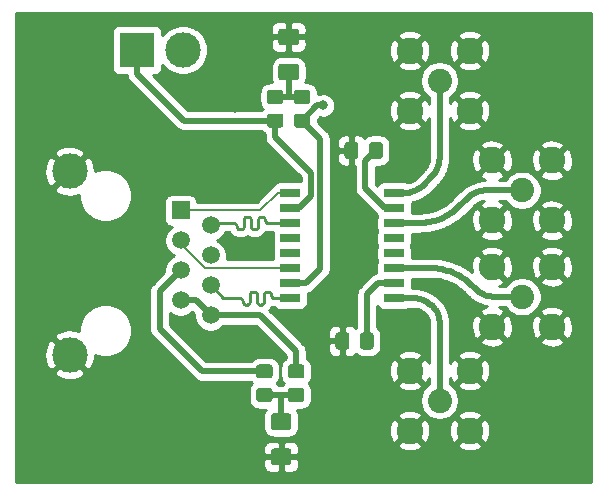
<source format=gtl>
G04 #@! TF.GenerationSoftware,KiCad,Pcbnew,(5.1.12)-1*
G04 #@! TF.CreationDate,2021-12-16T15:17:11+01:00*
G04 #@! TF.ProjectId,rj45_mag_sma,726a3435-5f6d-4616-975f-736d612e6b69,rev?*
G04 #@! TF.SameCoordinates,Original*
G04 #@! TF.FileFunction,Copper,L1,Top*
G04 #@! TF.FilePolarity,Positive*
%FSLAX46Y46*%
G04 Gerber Fmt 4.6, Leading zero omitted, Abs format (unit mm)*
G04 Created by KiCad (PCBNEW (5.1.12)-1) date 2021-12-16 15:17:12*
%MOMM*%
%LPD*%
G01*
G04 APERTURE LIST*
G04 #@! TA.AperFunction,SMDPad,CuDef*
%ADD10R,1.700000X0.760000*%
G04 #@! TD*
G04 #@! TA.AperFunction,ComponentPad*
%ADD11C,2.250000*%
G04 #@! TD*
G04 #@! TA.AperFunction,ComponentPad*
%ADD12C,2.050000*%
G04 #@! TD*
G04 #@! TA.AperFunction,ComponentPad*
%ADD13C,3.000000*%
G04 #@! TD*
G04 #@! TA.AperFunction,ComponentPad*
%ADD14C,1.500000*%
G04 #@! TD*
G04 #@! TA.AperFunction,ComponentPad*
%ADD15R,1.500000X1.500000*%
G04 #@! TD*
G04 #@! TA.AperFunction,ComponentPad*
%ADD16R,3.000000X3.000000*%
G04 #@! TD*
G04 #@! TA.AperFunction,ViaPad*
%ADD17C,0.800000*%
G04 #@! TD*
G04 #@! TA.AperFunction,ViaPad*
%ADD18C,1.600000*%
G04 #@! TD*
G04 #@! TA.AperFunction,Conductor*
%ADD19C,0.500000*%
G04 #@! TD*
G04 #@! TA.AperFunction,Conductor*
%ADD20C,0.250000*%
G04 #@! TD*
G04 #@! TA.AperFunction,Conductor*
%ADD21C,0.200000*%
G04 #@! TD*
G04 #@! TA.AperFunction,Conductor*
%ADD22C,0.254000*%
G04 #@! TD*
G04 #@! TA.AperFunction,Conductor*
%ADD23C,0.100000*%
G04 #@! TD*
G04 APERTURE END LIST*
D10*
X119120200Y-92633800D03*
X119120200Y-93903800D03*
X119120200Y-95173800D03*
X119120200Y-96443800D03*
X119120200Y-100253800D03*
X119120200Y-97713800D03*
X119120200Y-98983800D03*
X119120200Y-101523800D03*
X127920200Y-95173800D03*
X127920200Y-98983800D03*
X127920200Y-101523800D03*
X127920200Y-93903800D03*
X127920200Y-100253800D03*
X127920200Y-96443800D03*
X127920200Y-92633800D03*
X127920200Y-97713800D03*
G04 #@! TA.AperFunction,SMDPad,CuDef*
G36*
G01*
X119183999Y-107128000D02*
X120084001Y-107128000D01*
G75*
G02*
X120334000Y-107377999I0J-249999D01*
G01*
X120334000Y-108078001D01*
G75*
G02*
X120084001Y-108328000I-249999J0D01*
G01*
X119183999Y-108328000D01*
G75*
G02*
X118934000Y-108078001I0J249999D01*
G01*
X118934000Y-107377999D01*
G75*
G02*
X119183999Y-107128000I249999J0D01*
G01*
G37*
G04 #@! TD.AperFunction*
G04 #@! TA.AperFunction,SMDPad,CuDef*
G36*
G01*
X119183999Y-109128000D02*
X120084001Y-109128000D01*
G75*
G02*
X120334000Y-109377999I0J-249999D01*
G01*
X120334000Y-110078001D01*
G75*
G02*
X120084001Y-110328000I-249999J0D01*
G01*
X119183999Y-110328000D01*
G75*
G02*
X118934000Y-110078001I0J249999D01*
G01*
X118934000Y-109377999D01*
G75*
G02*
X119183999Y-109128000I249999J0D01*
G01*
G37*
G04 #@! TD.AperFunction*
G04 #@! TA.AperFunction,SMDPad,CuDef*
G36*
G01*
X116491599Y-109128000D02*
X117391601Y-109128000D01*
G75*
G02*
X117641600Y-109377999I0J-249999D01*
G01*
X117641600Y-110078001D01*
G75*
G02*
X117391601Y-110328000I-249999J0D01*
G01*
X116491599Y-110328000D01*
G75*
G02*
X116241600Y-110078001I0J249999D01*
G01*
X116241600Y-109377999D01*
G75*
G02*
X116491599Y-109128000I249999J0D01*
G01*
G37*
G04 #@! TD.AperFunction*
G04 #@! TA.AperFunction,SMDPad,CuDef*
G36*
G01*
X116491599Y-107128000D02*
X117391601Y-107128000D01*
G75*
G02*
X117641600Y-107377999I0J-249999D01*
G01*
X117641600Y-108078001D01*
G75*
G02*
X117391601Y-108328000I-249999J0D01*
G01*
X116491599Y-108328000D01*
G75*
G02*
X116241600Y-108078001I0J249999D01*
G01*
X116241600Y-107377999D01*
G75*
G02*
X116491599Y-107128000I249999J0D01*
G01*
G37*
G04 #@! TD.AperFunction*
D11*
X136212200Y-94931800D03*
X136212200Y-89851800D03*
X141292200Y-89851800D03*
X141292200Y-94931800D03*
D12*
X138752200Y-92391800D03*
G04 #@! TA.AperFunction,SMDPad,CuDef*
G36*
G01*
X117739000Y-111276100D02*
X118989000Y-111276100D01*
G75*
G02*
X119239000Y-111526100I0J-250000D01*
G01*
X119239000Y-112451100D01*
G75*
G02*
X118989000Y-112701100I-250000J0D01*
G01*
X117739000Y-112701100D01*
G75*
G02*
X117489000Y-112451100I0J250000D01*
G01*
X117489000Y-111526100D01*
G75*
G02*
X117739000Y-111276100I250000J0D01*
G01*
G37*
G04 #@! TD.AperFunction*
G04 #@! TA.AperFunction,SMDPad,CuDef*
G36*
G01*
X117739000Y-114251100D02*
X118989000Y-114251100D01*
G75*
G02*
X119239000Y-114501100I0J-250000D01*
G01*
X119239000Y-115426100D01*
G75*
G02*
X118989000Y-115676100I-250000J0D01*
G01*
X117739000Y-115676100D01*
G75*
G02*
X117489000Y-115426100I0J250000D01*
G01*
X117489000Y-114501100D01*
G75*
G02*
X117739000Y-114251100I250000J0D01*
G01*
G37*
G04 #@! TD.AperFunction*
X138752200Y-101408800D03*
D11*
X141292200Y-103948800D03*
X141292200Y-98868800D03*
X136212200Y-98868800D03*
X136212200Y-103948800D03*
D12*
X131775200Y-83108800D03*
D11*
X134315200Y-85648800D03*
X134315200Y-80568800D03*
X129235200Y-80568800D03*
X129235200Y-85648800D03*
X129235200Y-112738800D03*
X129235200Y-107658800D03*
X134315200Y-107658800D03*
X134315200Y-112738800D03*
D12*
X131775200Y-110198800D03*
G04 #@! TA.AperFunction,SMDPad,CuDef*
G36*
G01*
X126212000Y-104681000D02*
X126212000Y-105631000D01*
G75*
G02*
X125962000Y-105881000I-250000J0D01*
G01*
X125287000Y-105881000D01*
G75*
G02*
X125037000Y-105631000I0J250000D01*
G01*
X125037000Y-104681000D01*
G75*
G02*
X125287000Y-104431000I250000J0D01*
G01*
X125962000Y-104431000D01*
G75*
G02*
X126212000Y-104681000I0J-250000D01*
G01*
G37*
G04 #@! TD.AperFunction*
G04 #@! TA.AperFunction,SMDPad,CuDef*
G36*
G01*
X124137000Y-104681000D02*
X124137000Y-105631000D01*
G75*
G02*
X123887000Y-105881000I-250000J0D01*
G01*
X123212000Y-105881000D01*
G75*
G02*
X122962000Y-105631000I0J250000D01*
G01*
X122962000Y-104681000D01*
G75*
G02*
X123212000Y-104431000I250000J0D01*
G01*
X123887000Y-104431000D01*
G75*
G02*
X124137000Y-104681000I0J-250000D01*
G01*
G37*
G04 #@! TD.AperFunction*
G04 #@! TA.AperFunction,SMDPad,CuDef*
G36*
G01*
X124899000Y-88552000D02*
X124899000Y-89502000D01*
G75*
G02*
X124649000Y-89752000I-250000J0D01*
G01*
X123974000Y-89752000D01*
G75*
G02*
X123724000Y-89502000I0J250000D01*
G01*
X123724000Y-88552000D01*
G75*
G02*
X123974000Y-88302000I250000J0D01*
G01*
X124649000Y-88302000D01*
G75*
G02*
X124899000Y-88552000I0J-250000D01*
G01*
G37*
G04 #@! TD.AperFunction*
G04 #@! TA.AperFunction,SMDPad,CuDef*
G36*
G01*
X126974000Y-88552000D02*
X126974000Y-89502000D01*
G75*
G02*
X126724000Y-89752000I-250000J0D01*
G01*
X126049000Y-89752000D01*
G75*
G02*
X125799000Y-89502000I0J250000D01*
G01*
X125799000Y-88552000D01*
G75*
G02*
X126049000Y-88302000I250000J0D01*
G01*
X126724000Y-88302000D01*
G75*
G02*
X126974000Y-88552000I0J-250000D01*
G01*
G37*
G04 #@! TD.AperFunction*
G04 #@! TA.AperFunction,SMDPad,CuDef*
G36*
G01*
X119624000Y-83099000D02*
X118374000Y-83099000D01*
G75*
G02*
X118124000Y-82849000I0J250000D01*
G01*
X118124000Y-81924000D01*
G75*
G02*
X118374000Y-81674000I250000J0D01*
G01*
X119624000Y-81674000D01*
G75*
G02*
X119874000Y-81924000I0J-250000D01*
G01*
X119874000Y-82849000D01*
G75*
G02*
X119624000Y-83099000I-250000J0D01*
G01*
G37*
G04 #@! TD.AperFunction*
G04 #@! TA.AperFunction,SMDPad,CuDef*
G36*
G01*
X119624000Y-80124000D02*
X118374000Y-80124000D01*
G75*
G02*
X118124000Y-79874000I0J250000D01*
G01*
X118124000Y-78949000D01*
G75*
G02*
X118374000Y-78699000I250000J0D01*
G01*
X119624000Y-78699000D01*
G75*
G02*
X119874000Y-78949000I0J-250000D01*
G01*
X119874000Y-79874000D01*
G75*
G02*
X119624000Y-80124000I-250000J0D01*
G01*
G37*
G04 #@! TD.AperFunction*
D13*
X100455000Y-106322000D03*
D14*
X109855000Y-96647000D03*
X109855000Y-99187000D03*
X112395000Y-97917000D03*
X109855000Y-101727000D03*
D15*
X109855000Y-94107000D03*
D14*
X112395000Y-95377000D03*
D13*
X100455000Y-90782000D03*
D14*
X112395000Y-102997000D03*
X112395000Y-100457000D03*
D16*
X106172000Y-80518000D03*
D13*
X110052000Y-80518000D03*
G04 #@! TA.AperFunction,SMDPad,CuDef*
G36*
G01*
X118306001Y-87095999D02*
X117405999Y-87095999D01*
G75*
G02*
X117156000Y-86846000I0J249999D01*
G01*
X117156000Y-86145998D01*
G75*
G02*
X117405999Y-85895999I249999J0D01*
G01*
X118306001Y-85895999D01*
G75*
G02*
X118556000Y-86145998I0J-249999D01*
G01*
X118556000Y-86846000D01*
G75*
G02*
X118306001Y-87095999I-249999J0D01*
G01*
G37*
G04 #@! TD.AperFunction*
G04 #@! TA.AperFunction,SMDPad,CuDef*
G36*
G01*
X118306001Y-85095999D02*
X117405999Y-85095999D01*
G75*
G02*
X117156000Y-84846000I0J249999D01*
G01*
X117156000Y-84145998D01*
G75*
G02*
X117405999Y-83895999I249999J0D01*
G01*
X118306001Y-83895999D01*
G75*
G02*
X118556000Y-84145998I0J-249999D01*
G01*
X118556000Y-84846000D01*
G75*
G02*
X118306001Y-85095999I-249999J0D01*
G01*
G37*
G04 #@! TD.AperFunction*
G04 #@! TA.AperFunction,SMDPad,CuDef*
G36*
G01*
X120592001Y-85095999D02*
X119691999Y-85095999D01*
G75*
G02*
X119442000Y-84846000I0J249999D01*
G01*
X119442000Y-84145998D01*
G75*
G02*
X119691999Y-83895999I249999J0D01*
G01*
X120592001Y-83895999D01*
G75*
G02*
X120842000Y-84145998I0J-249999D01*
G01*
X120842000Y-84846000D01*
G75*
G02*
X120592001Y-85095999I-249999J0D01*
G01*
G37*
G04 #@! TD.AperFunction*
G04 #@! TA.AperFunction,SMDPad,CuDef*
G36*
G01*
X120592001Y-87095999D02*
X119691999Y-87095999D01*
G75*
G02*
X119442000Y-86846000I0J249999D01*
G01*
X119442000Y-86145998D01*
G75*
G02*
X119691999Y-85895999I249999J0D01*
G01*
X120592001Y-85895999D01*
G75*
G02*
X120842000Y-86145998I0J-249999D01*
G01*
X120842000Y-86846000D01*
G75*
G02*
X120592001Y-87095999I-249999J0D01*
G01*
G37*
G04 #@! TD.AperFunction*
D17*
X114427000Y-85471000D03*
D18*
X122809000Y-79629000D03*
X140589000Y-82169000D03*
D17*
X133075200Y-87978550D03*
X133075200Y-89601800D03*
D18*
X112649000Y-89789000D03*
D17*
X133069395Y-103383375D03*
X133075200Y-104746366D03*
X131818475Y-101052700D03*
X130439907Y-103384146D03*
D18*
X140589000Y-110109000D03*
D17*
X131666334Y-92549142D03*
X133436126Y-101242914D03*
X130475200Y-87978550D03*
X130475200Y-104743587D03*
X130532115Y-93474124D03*
X130835749Y-96419293D03*
X133530105Y-95373745D03*
D18*
X125349000Y-112649000D03*
D17*
X130135145Y-90491786D03*
X132059000Y-97529000D03*
D18*
X115189000Y-79629000D03*
D17*
X133599233Y-98253677D03*
D18*
X140589000Y-114554000D03*
D17*
X132598650Y-91420504D03*
X130509000Y-100279000D03*
D18*
X111760000Y-112649000D03*
X101600000Y-112649000D03*
X100330000Y-81280000D03*
X115925600Y-97332800D03*
X116281200Y-105054400D03*
D17*
X121920000Y-85217000D03*
D19*
X125624500Y-101199500D02*
X125624500Y-105156000D01*
X126570200Y-100253800D02*
X125624500Y-101199500D01*
X127920200Y-100253800D02*
X126570200Y-100253800D01*
X118364000Y-109855000D02*
X118491000Y-109728000D01*
X118364000Y-111988600D02*
X118364000Y-109855000D01*
X118491000Y-109728000D02*
X119634000Y-109728000D01*
X116941600Y-109728000D02*
X118491000Y-109728000D01*
D20*
X113461800Y-101523800D02*
X112395000Y-100457000D01*
X114829800Y-101523800D02*
X113461800Y-101523800D01*
X114890993Y-101530695D02*
X114829800Y-101523800D01*
X114949118Y-101551034D02*
X114890993Y-101530695D01*
X115001259Y-101583797D02*
X114949118Y-101551034D01*
X115044803Y-101627341D02*
X115001259Y-101583797D01*
X115077566Y-101679482D02*
X115044803Y-101627341D01*
X115097905Y-101737607D02*
X115077566Y-101679482D01*
X115111694Y-101859994D02*
X115097905Y-101737607D01*
X115132033Y-101918119D02*
X115111694Y-101859994D01*
X115164796Y-101970260D02*
X115132033Y-101918119D01*
X115208340Y-102013804D02*
X115164796Y-101970260D01*
X115260481Y-102046567D02*
X115208340Y-102013804D01*
X115318606Y-102066906D02*
X115260481Y-102046567D01*
X115379800Y-102073800D02*
X115318606Y-102066906D01*
X115429800Y-102073800D02*
X115379800Y-102073800D01*
X115490993Y-102066906D02*
X115429800Y-102073800D01*
X115549118Y-102046567D02*
X115490993Y-102066906D01*
X115601259Y-102013804D02*
X115549118Y-102046567D01*
X116801259Y-102013804D02*
X116749118Y-102046567D01*
X116844803Y-101970260D02*
X116801259Y-102013804D01*
X116877566Y-101918119D02*
X116844803Y-101970260D01*
X116904800Y-101798800D02*
X116897905Y-101859994D01*
X116904800Y-101248800D02*
X116904800Y-101798800D01*
X116932033Y-101129481D02*
X116911694Y-101187606D01*
X116964796Y-101077340D02*
X116932033Y-101129481D01*
X117608340Y-101463803D02*
X117564796Y-101420259D01*
X116749118Y-102046567D02*
X116690993Y-102066906D01*
X117008340Y-101033796D02*
X116964796Y-101077340D01*
X117060481Y-101001033D02*
X117008340Y-101033796D01*
X117179800Y-100973800D02*
X117118606Y-100980694D01*
X117229800Y-100973800D02*
X117179800Y-100973800D01*
X117290993Y-100980694D02*
X117229800Y-100973800D01*
X116911694Y-101187606D02*
X116904800Y-101248800D01*
X119120200Y-101523800D02*
X117779800Y-101523800D01*
X117779800Y-101523800D02*
X117718606Y-101516905D01*
X117532033Y-101368118D02*
X117511694Y-101309993D01*
X117511694Y-101309993D02*
X117497905Y-101187606D01*
X115677566Y-101918119D02*
X115644803Y-101970260D01*
X117564796Y-101420259D02*
X117532033Y-101368118D01*
X117718606Y-101516905D02*
X117660481Y-101496566D01*
X117118606Y-100980694D02*
X117060481Y-101001033D01*
X117660481Y-101496566D02*
X117608340Y-101463803D01*
X116897905Y-101859994D02*
X116877566Y-101918119D01*
X117444803Y-101077340D02*
X117401259Y-101033796D01*
X117477566Y-101129481D02*
X117444803Y-101077340D01*
X117497905Y-101187606D02*
X117477566Y-101129481D01*
X117349118Y-101001033D02*
X117290993Y-100980694D01*
X115644803Y-101970260D02*
X115601259Y-102013804D01*
X117401259Y-101033796D02*
X117349118Y-101001033D01*
X116690993Y-102066906D02*
X116629800Y-102073800D01*
X116629800Y-102073800D02*
X116579800Y-102073800D01*
X116579800Y-102073800D02*
X116518606Y-102066906D01*
X116518606Y-102066906D02*
X116460481Y-102046567D01*
X116460481Y-102046567D02*
X116408340Y-102013804D01*
X116304800Y-101798800D02*
X116304800Y-101248800D01*
X116408340Y-102013804D02*
X116364796Y-101970260D01*
X116364796Y-101970260D02*
X116332033Y-101918119D01*
X116332033Y-101918119D02*
X116311694Y-101859994D01*
X116311694Y-101859994D02*
X116304800Y-101798800D01*
X116304800Y-101248800D02*
X116297905Y-101187606D01*
X116297905Y-101187606D02*
X116277566Y-101129481D01*
X116277566Y-101129481D02*
X116244803Y-101077340D01*
X116244803Y-101077340D02*
X116201259Y-101033796D01*
X116201259Y-101033796D02*
X116149118Y-101001033D01*
X116149118Y-101001033D02*
X116090993Y-100980694D01*
X116090993Y-100980694D02*
X116029800Y-100973800D01*
X116029800Y-100973800D02*
X115979800Y-100973800D01*
X115979800Y-100973800D02*
X115918606Y-100980694D01*
X115918606Y-100980694D02*
X115860481Y-101001033D01*
X115860481Y-101001033D02*
X115808340Y-101033796D01*
X115808340Y-101033796D02*
X115764796Y-101077340D01*
X115764796Y-101077340D02*
X115732033Y-101129481D01*
X115732033Y-101129481D02*
X115711694Y-101187606D01*
X115711694Y-101187606D02*
X115704800Y-101248800D01*
X115704800Y-101248800D02*
X115704800Y-101798800D01*
X115704800Y-101798800D02*
X115697905Y-101859994D01*
X115697905Y-101859994D02*
X115677566Y-101918119D01*
D21*
X111907798Y-98983800D02*
X119120200Y-98983800D01*
X109855000Y-96931002D02*
X111907798Y-98983800D01*
X109855000Y-96647000D02*
X109855000Y-96931002D01*
D19*
X111125000Y-101727000D02*
X112395000Y-102997000D01*
X109855000Y-101727000D02*
X111125000Y-101727000D01*
X112395000Y-102997000D02*
X116586000Y-102997000D01*
X119634000Y-106045000D02*
X119634000Y-107728000D01*
X116586000Y-102997000D02*
X119634000Y-106045000D01*
X111665000Y-107728000D02*
X116941600Y-107728000D01*
X108077000Y-104140000D02*
X111665000Y-107728000D01*
X108077000Y-100965000D02*
X108077000Y-104140000D01*
X109855000Y-99187000D02*
X108077000Y-100965000D01*
D20*
X112598200Y-95173800D02*
X112395000Y-95377000D01*
X114330861Y-95173800D02*
X112598200Y-95173800D01*
X114538780Y-95273929D02*
X114496671Y-95231820D01*
X114570463Y-95324353D02*
X114538780Y-95273929D01*
X114623136Y-95555126D02*
X114603467Y-95498916D01*
X114696928Y-95647659D02*
X114654819Y-95605550D01*
X114747352Y-95679342D02*
X114696928Y-95647659D01*
X114803562Y-95699011D02*
X114747352Y-95679342D01*
X114930861Y-95705678D02*
X114862739Y-95705678D01*
X114990037Y-95699011D02*
X114930861Y-95705678D01*
X115046247Y-95679342D02*
X114990037Y-95699011D01*
X115096671Y-95647659D02*
X115046247Y-95679342D01*
X115170463Y-95555126D02*
X115138780Y-95605550D01*
X116370463Y-95555126D02*
X116338780Y-95605550D01*
X116390132Y-95498916D02*
X116370463Y-95555126D01*
X116396800Y-95439739D02*
X116390132Y-95498916D01*
X115138780Y-95605550D02*
X115096671Y-95647659D01*
X115796800Y-94907861D02*
X115790132Y-94848684D01*
X116396800Y-95173800D02*
X116396800Y-95439739D01*
X116405861Y-94907861D02*
X116405861Y-95173800D01*
X115462739Y-94641922D02*
X115403562Y-94648589D01*
X116412528Y-94848684D02*
X116405861Y-94907861D01*
X114603467Y-95498916D02*
X114590132Y-95380563D01*
X115803467Y-95498916D02*
X115796800Y-95439739D01*
X116432197Y-94792474D02*
X116412528Y-94848684D01*
X116338780Y-95605550D02*
X116296671Y-95647659D01*
X116463880Y-94742050D02*
X116432197Y-94792474D01*
X115696671Y-94699941D02*
X115646247Y-94668258D01*
X116505989Y-94699941D02*
X116463880Y-94742050D01*
X116612623Y-94648589D02*
X116556413Y-94668258D01*
X116739922Y-94641922D02*
X116671800Y-94641922D01*
X119120200Y-95173800D02*
X117271800Y-95173800D01*
X117212623Y-95167132D02*
X117156413Y-95147463D01*
X116405861Y-95173800D02*
X116396800Y-95173800D01*
X117105989Y-95115780D02*
X117063880Y-95073671D01*
X114390037Y-95180468D02*
X114330861Y-95173800D01*
X117156413Y-95147463D02*
X117105989Y-95115780D01*
X117271800Y-95173800D02*
X117212623Y-95167132D01*
X115738780Y-94742050D02*
X115696671Y-94699941D01*
X116999193Y-94848684D02*
X116979524Y-94792474D01*
X116947841Y-94742050D02*
X116905732Y-94699941D01*
X114862739Y-95705678D02*
X114803562Y-95699011D01*
X115823136Y-95555126D02*
X115803467Y-95498916D01*
X115403562Y-94648589D02*
X115347352Y-94668258D01*
X116799098Y-94648589D02*
X116739922Y-94641922D01*
X115296928Y-94699941D02*
X115254819Y-94742050D01*
X115203467Y-94848684D02*
X115196800Y-94907861D01*
X114446247Y-95200137D02*
X114390037Y-95180468D01*
X117032197Y-95023247D02*
X117012528Y-94967037D01*
X117012528Y-94967037D02*
X116999193Y-94848684D01*
X116979524Y-94792474D02*
X116947841Y-94742050D01*
X115590037Y-94648589D02*
X115530861Y-94641922D01*
X115196800Y-94907861D02*
X115196800Y-95439739D01*
X117063880Y-95073671D02*
X117032197Y-95023247D01*
X115530861Y-94641922D02*
X115462739Y-94641922D01*
X115223136Y-94792474D02*
X115203467Y-94848684D01*
X114654819Y-95605550D02*
X114623136Y-95555126D01*
X116905732Y-94699941D02*
X116855308Y-94668258D01*
X115347352Y-94668258D02*
X115296928Y-94699941D01*
X116296671Y-95647659D02*
X116246247Y-95679342D01*
X116246247Y-95679342D02*
X116190037Y-95699011D01*
X116190037Y-95699011D02*
X116130861Y-95705678D01*
X116855308Y-94668258D02*
X116799098Y-94648589D01*
X115896928Y-95647659D02*
X115854819Y-95605550D01*
X115770463Y-94792474D02*
X115738780Y-94742050D01*
X116130861Y-95705678D02*
X116062739Y-95705678D01*
X115196800Y-95439739D02*
X115190132Y-95498916D01*
X116062739Y-95705678D02*
X116003562Y-95699011D01*
X116556413Y-94668258D02*
X116505989Y-94699941D01*
X115854819Y-95605550D02*
X115823136Y-95555126D01*
X116003562Y-95699011D02*
X115947352Y-95679342D01*
X116671800Y-94641922D02*
X116612623Y-94648589D01*
X115947352Y-95679342D02*
X115896928Y-95647659D01*
X114590132Y-95380563D02*
X114570463Y-95324353D01*
X115796800Y-95439739D02*
X115796800Y-94907861D01*
X115790132Y-94848684D02*
X115770463Y-94792474D01*
X114496671Y-95231820D02*
X114446247Y-95200137D01*
X115646247Y-94668258D02*
X115590037Y-94648589D01*
X115254819Y-94742050D02*
X115223136Y-94792474D01*
X115190132Y-95498916D02*
X115170463Y-95555126D01*
D21*
X109855000Y-94107000D02*
X116586000Y-94107000D01*
X118059200Y-92633800D02*
X119120200Y-92633800D01*
X116586000Y-94107000D02*
X118059200Y-92633800D01*
D19*
X130737677Y-95121539D02*
X130502468Y-95150549D01*
X135456961Y-92417929D02*
X135340209Y-92438187D01*
X135340209Y-92438187D02*
X135224593Y-92464150D01*
X135224593Y-92464150D02*
X135110390Y-92495754D01*
X135110390Y-92495754D02*
X134997875Y-92532924D01*
X130029200Y-95173800D02*
X127920200Y-95173800D01*
X130502468Y-95150549D02*
X130266119Y-95167983D01*
X134997875Y-92532924D02*
X134887319Y-92575570D01*
X133092321Y-94077796D02*
X132905490Y-94223601D01*
X133443413Y-93759586D02*
X133271772Y-93923000D01*
X133271772Y-93923000D02*
X133092321Y-94077796D01*
X132511507Y-94486852D02*
X132305304Y-94603664D01*
X132093618Y-94710218D02*
X131876958Y-94806257D01*
X131876958Y-94806257D02*
X131655847Y-94891549D01*
X131430818Y-94965889D02*
X131202411Y-95029097D01*
X131202411Y-95029097D02*
X130971179Y-95081022D01*
X131655847Y-94891549D02*
X131430818Y-94965889D01*
X130971179Y-95081022D02*
X130737677Y-95121539D01*
X130266119Y-95167983D02*
X130029200Y-95173800D01*
X135811200Y-92391800D02*
X135692740Y-92394707D01*
X135692740Y-92394707D02*
X135574565Y-92403424D01*
X135574565Y-92403424D02*
X135456961Y-92417929D01*
X132711729Y-94360062D02*
X132511507Y-94486852D01*
X132305304Y-94603664D02*
X132093618Y-94710218D01*
X132905490Y-94223601D02*
X132711729Y-94360062D01*
X134469933Y-92798667D02*
X134373053Y-92866897D01*
X134279637Y-92939800D02*
X134189911Y-93017198D01*
X134373053Y-92866897D02*
X134279637Y-92939800D01*
X134189911Y-93017198D02*
X134104092Y-93098906D01*
X134104092Y-93098906D02*
X133443413Y-93759586D01*
X134778989Y-92623589D02*
X134673146Y-92676866D01*
X134887319Y-92575570D02*
X134778989Y-92623589D01*
X134673146Y-92676866D02*
X134570045Y-92735272D01*
X134570045Y-92735272D02*
X134469933Y-92798667D01*
X135811200Y-92391800D02*
X138752200Y-92391800D01*
X133084218Y-99447380D02*
X133295904Y-99553934D01*
X131493068Y-99007050D02*
X131728277Y-99036060D01*
X133502107Y-99670746D02*
X133702329Y-99797536D01*
X133896090Y-99933997D02*
X134082921Y-100079802D01*
X134082921Y-100079802D02*
X134262372Y-100234598D01*
X134262372Y-100234598D02*
X134434013Y-100398013D01*
X131256719Y-98989616D02*
X131493068Y-99007050D01*
X131961779Y-99076576D02*
X132193011Y-99128501D01*
X131728277Y-99036060D02*
X131961779Y-99076576D01*
X132421418Y-99191710D02*
X132646447Y-99266050D01*
X133295904Y-99553934D02*
X133502107Y-99670746D01*
X133702329Y-99797536D02*
X133896090Y-99933997D01*
X131019800Y-98983800D02*
X131256719Y-98989616D01*
X132193011Y-99128501D02*
X132421418Y-99191710D01*
X132646447Y-99266050D02*
X132867558Y-99351342D01*
X132867558Y-99351342D02*
X133084218Y-99447380D01*
X135203645Y-101065326D02*
X135103534Y-101001931D01*
X136444800Y-101408800D02*
X136326340Y-101405891D01*
X135306747Y-101123732D02*
X135203645Y-101065326D01*
X136208165Y-101397174D02*
X136090561Y-101382669D01*
X135520920Y-101225028D02*
X135412590Y-101177009D01*
X135006654Y-100933700D02*
X134913238Y-100860798D01*
X134737693Y-100701693D02*
X134434013Y-100398013D01*
X135631475Y-101267674D02*
X135520920Y-101225028D01*
X135412590Y-101177009D02*
X135306747Y-101123732D01*
X135973810Y-101362411D02*
X135858193Y-101336449D01*
X135743990Y-101304844D02*
X135631475Y-101267674D01*
X134913238Y-100860798D02*
X134823512Y-100783400D01*
X135103534Y-101001931D02*
X135006654Y-100933700D01*
X134823512Y-100783400D02*
X134737693Y-100701693D01*
X136090561Y-101382669D02*
X135973810Y-101362411D01*
X135858193Y-101336449D02*
X135743990Y-101304844D01*
X136326340Y-101405891D02*
X136208165Y-101397174D01*
X131019800Y-98983800D02*
X127920200Y-98983800D01*
X136444800Y-101408800D02*
X138752200Y-101408800D01*
X131244869Y-102288869D02*
X131186906Y-102230906D01*
X131364198Y-102420528D02*
X131306150Y-102353233D01*
X131418875Y-102490589D02*
X131364198Y-102420528D01*
X131517594Y-102638333D02*
X131470048Y-102563250D01*
X131561399Y-102715659D02*
X131517594Y-102638333D01*
X131601357Y-102795042D02*
X131561399Y-102715659D01*
X131306150Y-102353233D02*
X131244869Y-102288869D01*
X131637371Y-102876289D02*
X131601357Y-102795042D01*
X131470048Y-102563250D02*
X131418875Y-102490589D01*
X129598259Y-101526708D02*
X129716434Y-101535425D01*
X129479800Y-101523800D02*
X129598259Y-101526708D01*
X130720953Y-101867273D02*
X130821064Y-101930668D01*
X131101085Y-102149198D02*
X131186906Y-102230906D01*
X130403678Y-101707570D02*
X130512008Y-101755590D01*
X130293123Y-101664925D02*
X130403678Y-101707570D01*
X130066405Y-101596150D02*
X130180608Y-101627755D01*
X129950789Y-101570188D02*
X130066405Y-101596150D01*
X130821064Y-101930668D02*
X130917944Y-101998898D01*
X129834038Y-101549930D02*
X129950789Y-101570188D01*
X131669356Y-102959206D02*
X131637371Y-102876289D01*
X131720936Y-103129245D02*
X131697233Y-103043592D01*
X130917944Y-101998898D02*
X131011359Y-102071800D01*
X131755602Y-103303520D02*
X131740408Y-103215957D01*
X130617851Y-101808867D02*
X130720953Y-101867273D01*
X131740408Y-103215957D02*
X131720936Y-103129245D01*
X131766481Y-103391724D02*
X131755602Y-103303520D01*
X131773018Y-103480355D02*
X131766481Y-103391724D01*
X131697233Y-103043592D02*
X131669356Y-102959206D01*
X130180608Y-101627755D02*
X130293123Y-101664925D01*
X131775200Y-103569200D02*
X131773018Y-103480355D01*
X131011359Y-102071800D02*
X131101085Y-102149198D01*
X129716434Y-101535425D02*
X129834038Y-101549930D01*
X130512008Y-101755590D02*
X130617851Y-101808867D01*
X131775200Y-103569200D02*
X131775200Y-110198800D01*
X129479800Y-101523800D02*
X127920200Y-101523800D01*
X130274759Y-92085797D02*
X130364485Y-92008399D01*
X128743200Y-92633800D02*
X127920200Y-92633800D01*
X129984353Y-92290325D02*
X130084464Y-92226930D01*
X131149800Y-91223085D02*
X131068093Y-91308906D01*
X129667079Y-92450027D02*
X129775408Y-92402008D01*
X131634074Y-90415123D02*
X131591428Y-90525679D01*
X131591428Y-90525679D02*
X131543409Y-90634008D01*
X131490132Y-90739851D02*
X131431725Y-90842953D01*
X131763574Y-89838434D02*
X131749069Y-89956038D01*
X131728811Y-90072789D02*
X131702848Y-90188405D01*
X130364485Y-92008399D02*
X130450306Y-91926692D01*
X131749069Y-89956038D02*
X131728811Y-90072789D01*
X131775200Y-89601800D02*
X131772291Y-89720259D01*
X128861659Y-92630891D02*
X128979834Y-92622174D01*
X130181344Y-92158699D02*
X130274759Y-92085797D01*
X131300100Y-91039944D02*
X131227198Y-91133359D01*
X128979834Y-92622174D02*
X129097438Y-92607668D01*
X129329805Y-92561448D02*
X129444008Y-92529843D01*
X129775408Y-92402008D02*
X129881251Y-92348731D01*
X129097438Y-92607668D02*
X129214189Y-92587410D01*
X131702848Y-90188405D02*
X131671244Y-90302608D01*
X129444008Y-92529843D02*
X129556523Y-92492673D01*
X131431725Y-90842953D02*
X131368331Y-90943064D01*
X131772291Y-89720259D02*
X131763574Y-89838434D01*
X131368331Y-90943064D02*
X131300100Y-91039944D01*
X128743200Y-92633800D02*
X128861659Y-92630891D01*
X129214189Y-92587410D02*
X129329805Y-92561448D01*
X131227198Y-91133359D02*
X131149800Y-91223085D01*
X131543409Y-90634008D02*
X131490132Y-90739851D01*
X131671244Y-90302608D02*
X131634074Y-90415123D01*
X129881251Y-92348731D02*
X129984353Y-92290325D01*
X130084464Y-92226930D02*
X130181344Y-92158699D01*
X129556523Y-92492673D02*
X129667079Y-92450027D01*
X130450306Y-91926692D02*
X131068093Y-91308906D01*
X131775200Y-89601800D02*
X131775200Y-83108800D01*
X118999000Y-84455000D02*
X118958001Y-84495999D01*
X118999000Y-82386500D02*
X118999000Y-84455000D01*
X118958001Y-84495999D02*
X120142000Y-84495999D01*
X117856000Y-84495999D02*
X118958001Y-84495999D01*
X127150198Y-93903800D02*
X125476000Y-92229602D01*
X127920200Y-93903800D02*
X127150198Y-93903800D01*
X125476000Y-89937500D02*
X126386500Y-89027000D01*
X125476000Y-92229602D02*
X125476000Y-89937500D01*
X119890202Y-93903800D02*
X120904000Y-92890002D01*
X119120200Y-93903800D02*
X119890202Y-93903800D01*
X120904000Y-92890002D02*
X120904000Y-90932000D01*
X117856000Y-87884000D02*
X117856000Y-86495999D01*
X120904000Y-90932000D02*
X117856000Y-87884000D01*
X117856000Y-86495999D02*
X110117999Y-86495999D01*
X106172000Y-82550000D02*
X106172000Y-80518000D01*
X110117999Y-86495999D02*
X106172000Y-82550000D01*
X120470200Y-100253800D02*
X121666000Y-99058000D01*
X119120200Y-100253800D02*
X120470200Y-100253800D01*
X121666000Y-88019999D02*
X120142000Y-86495999D01*
X121666000Y-99058000D02*
X121666000Y-88019999D01*
X121420999Y-85217000D02*
X120142000Y-86495999D01*
X121920000Y-85217000D02*
X121420999Y-85217000D01*
D22*
X144590001Y-117069000D02*
X95910000Y-117069000D01*
X95910000Y-115676100D01*
X116850928Y-115676100D01*
X116863188Y-115800582D01*
X116899498Y-115920280D01*
X116958463Y-116030594D01*
X117037815Y-116127285D01*
X117134506Y-116206637D01*
X117244820Y-116265602D01*
X117364518Y-116301912D01*
X117489000Y-116314172D01*
X118078250Y-116311100D01*
X118237000Y-116152350D01*
X118237000Y-115090600D01*
X118491000Y-115090600D01*
X118491000Y-116152350D01*
X118649750Y-116311100D01*
X119239000Y-116314172D01*
X119363482Y-116301912D01*
X119483180Y-116265602D01*
X119593494Y-116206637D01*
X119690185Y-116127285D01*
X119769537Y-116030594D01*
X119828502Y-115920280D01*
X119864812Y-115800582D01*
X119877072Y-115676100D01*
X119874000Y-115249350D01*
X119715250Y-115090600D01*
X118491000Y-115090600D01*
X118237000Y-115090600D01*
X117012750Y-115090600D01*
X116854000Y-115249350D01*
X116850928Y-115676100D01*
X95910000Y-115676100D01*
X95910000Y-114251100D01*
X116850928Y-114251100D01*
X116854000Y-114677850D01*
X117012750Y-114836600D01*
X118237000Y-114836600D01*
X118237000Y-113774850D01*
X118491000Y-113774850D01*
X118491000Y-114836600D01*
X119715250Y-114836600D01*
X119874000Y-114677850D01*
X119877072Y-114251100D01*
X119864812Y-114126618D01*
X119828502Y-114006920D01*
X119805203Y-113963331D01*
X128190274Y-113963331D01*
X128301121Y-114240514D01*
X128612040Y-114393889D01*
X128946905Y-114483660D01*
X129292850Y-114506376D01*
X129636580Y-114461166D01*
X129964885Y-114349766D01*
X130169279Y-114240514D01*
X130280126Y-113963331D01*
X133270274Y-113963331D01*
X133381121Y-114240514D01*
X133692040Y-114393889D01*
X134026905Y-114483660D01*
X134372850Y-114506376D01*
X134716580Y-114461166D01*
X135044885Y-114349766D01*
X135249279Y-114240514D01*
X135360126Y-113963331D01*
X134315200Y-112918405D01*
X133270274Y-113963331D01*
X130280126Y-113963331D01*
X129235200Y-112918405D01*
X128190274Y-113963331D01*
X119805203Y-113963331D01*
X119769537Y-113896606D01*
X119690185Y-113799915D01*
X119593494Y-113720563D01*
X119483180Y-113661598D01*
X119363482Y-113625288D01*
X119239000Y-113613028D01*
X118649750Y-113616100D01*
X118491000Y-113774850D01*
X118237000Y-113774850D01*
X118078250Y-113616100D01*
X117489000Y-113613028D01*
X117364518Y-113625288D01*
X117244820Y-113661598D01*
X117134506Y-113720563D01*
X117037815Y-113799915D01*
X116958463Y-113896606D01*
X116899498Y-114006920D01*
X116863188Y-114126618D01*
X116850928Y-114251100D01*
X95910000Y-114251100D01*
X95910000Y-107813653D01*
X99142952Y-107813653D01*
X99298962Y-108129214D01*
X99673745Y-108320020D01*
X100078551Y-108434044D01*
X100497824Y-108466902D01*
X100915451Y-108417334D01*
X101315383Y-108287243D01*
X101611038Y-108129214D01*
X101767048Y-107813653D01*
X100455000Y-106501605D01*
X99142952Y-107813653D01*
X95910000Y-107813653D01*
X95910000Y-106364824D01*
X98310098Y-106364824D01*
X98359666Y-106782451D01*
X98489757Y-107182383D01*
X98647786Y-107478038D01*
X98963347Y-107634048D01*
X100275395Y-106322000D01*
X98963347Y-105009952D01*
X98647786Y-105165962D01*
X98456980Y-105540745D01*
X98342956Y-105945551D01*
X98310098Y-106364824D01*
X95910000Y-106364824D01*
X95910000Y-104830347D01*
X99142952Y-104830347D01*
X100455000Y-106142395D01*
X100469143Y-106128253D01*
X100648748Y-106307858D01*
X100634605Y-106322000D01*
X101946653Y-107634048D01*
X102262214Y-107478038D01*
X102453020Y-107103255D01*
X102567044Y-106698449D01*
X102595414Y-106336443D01*
X102845782Y-106440149D01*
X103282409Y-106527000D01*
X103727591Y-106527000D01*
X104164218Y-106440149D01*
X104575511Y-106269786D01*
X104945666Y-106022456D01*
X105260456Y-105707666D01*
X105507786Y-105337511D01*
X105678149Y-104926218D01*
X105765000Y-104489591D01*
X105765000Y-104044409D01*
X105678149Y-103607782D01*
X105507786Y-103196489D01*
X105260456Y-102826334D01*
X104945666Y-102511544D01*
X104575511Y-102264214D01*
X104164218Y-102093851D01*
X103727591Y-102007000D01*
X103282409Y-102007000D01*
X102845782Y-102093851D01*
X102434489Y-102264214D01*
X102064334Y-102511544D01*
X101749544Y-102826334D01*
X101502214Y-103196489D01*
X101331851Y-103607782D01*
X101245000Y-104044409D01*
X101245000Y-104328432D01*
X101236255Y-104323980D01*
X100831449Y-104209956D01*
X100412176Y-104177098D01*
X99994549Y-104226666D01*
X99594617Y-104356757D01*
X99298962Y-104514786D01*
X99142952Y-104830347D01*
X95910000Y-104830347D01*
X95910000Y-92273653D01*
X99142952Y-92273653D01*
X99298962Y-92589214D01*
X99673745Y-92780020D01*
X100078551Y-92894044D01*
X100497824Y-92926902D01*
X100915451Y-92877334D01*
X101245000Y-92770137D01*
X101245000Y-93059591D01*
X101331851Y-93496218D01*
X101502214Y-93907511D01*
X101749544Y-94277666D01*
X102064334Y-94592456D01*
X102434489Y-94839786D01*
X102845782Y-95010149D01*
X103282409Y-95097000D01*
X103727591Y-95097000D01*
X104164218Y-95010149D01*
X104575511Y-94839786D01*
X104945666Y-94592456D01*
X105260456Y-94277666D01*
X105507786Y-93907511D01*
X105678149Y-93496218D01*
X105765000Y-93059591D01*
X105765000Y-92614409D01*
X105678149Y-92177782D01*
X105507786Y-91766489D01*
X105260456Y-91396334D01*
X104945666Y-91081544D01*
X104575511Y-90834214D01*
X104164218Y-90663851D01*
X103727591Y-90577000D01*
X103282409Y-90577000D01*
X102845782Y-90663851D01*
X102597754Y-90766588D01*
X102599902Y-90739176D01*
X102550334Y-90321549D01*
X102420243Y-89921617D01*
X102262214Y-89625962D01*
X101946653Y-89469952D01*
X100634605Y-90782000D01*
X100648748Y-90796143D01*
X100469143Y-90975748D01*
X100455000Y-90961605D01*
X99142952Y-92273653D01*
X95910000Y-92273653D01*
X95910000Y-90824824D01*
X98310098Y-90824824D01*
X98359666Y-91242451D01*
X98489757Y-91642383D01*
X98647786Y-91938038D01*
X98963347Y-92094048D01*
X100275395Y-90782000D01*
X98963347Y-89469952D01*
X98647786Y-89625962D01*
X98456980Y-90000745D01*
X98342956Y-90405551D01*
X98310098Y-90824824D01*
X95910000Y-90824824D01*
X95910000Y-89290347D01*
X99142952Y-89290347D01*
X100455000Y-90602395D01*
X101767048Y-89290347D01*
X101611038Y-88974786D01*
X101236255Y-88783980D01*
X100831449Y-88669956D01*
X100412176Y-88637098D01*
X99994549Y-88686666D01*
X99594617Y-88816757D01*
X99298962Y-88974786D01*
X99142952Y-89290347D01*
X95910000Y-89290347D01*
X95910000Y-79018000D01*
X104033928Y-79018000D01*
X104033928Y-82018000D01*
X104046188Y-82142482D01*
X104082498Y-82262180D01*
X104141463Y-82372494D01*
X104220815Y-82469185D01*
X104317506Y-82548537D01*
X104427820Y-82607502D01*
X104547518Y-82643812D01*
X104672000Y-82656072D01*
X105293165Y-82656072D01*
X105299805Y-82723489D01*
X105350411Y-82890312D01*
X105432589Y-83044058D01*
X105543183Y-83178817D01*
X105576956Y-83206534D01*
X109461469Y-87091048D01*
X109489182Y-87124816D01*
X109522950Y-87152529D01*
X109522952Y-87152531D01*
X109563551Y-87185850D01*
X109623940Y-87235410D01*
X109777686Y-87317588D01*
X109944509Y-87368194D01*
X110074522Y-87380999D01*
X110074532Y-87380999D01*
X110117998Y-87385280D01*
X110161464Y-87380999D01*
X116701746Y-87380999D01*
X116778038Y-87473961D01*
X116912613Y-87584404D01*
X116971000Y-87615613D01*
X116971000Y-87840530D01*
X116966719Y-87884000D01*
X116971000Y-87927469D01*
X116971000Y-87927476D01*
X116983805Y-88057489D01*
X117034411Y-88224312D01*
X117116589Y-88378058D01*
X117227183Y-88512817D01*
X117260956Y-88540534D01*
X120019001Y-91298580D01*
X120019001Y-91620534D01*
X119970200Y-91615728D01*
X118270200Y-91615728D01*
X118145718Y-91627988D01*
X118026020Y-91664298D01*
X117915706Y-91723263D01*
X117819015Y-91802615D01*
X117739663Y-91899306D01*
X117685872Y-91999940D01*
X117648880Y-92019713D01*
X117536962Y-92111562D01*
X117513946Y-92139607D01*
X116281554Y-93372000D01*
X111243072Y-93372000D01*
X111243072Y-93357000D01*
X111230812Y-93232518D01*
X111194502Y-93112820D01*
X111135537Y-93002506D01*
X111056185Y-92905815D01*
X110959494Y-92826463D01*
X110849180Y-92767498D01*
X110729482Y-92731188D01*
X110605000Y-92718928D01*
X109105000Y-92718928D01*
X108980518Y-92731188D01*
X108860820Y-92767498D01*
X108750506Y-92826463D01*
X108653815Y-92905815D01*
X108574463Y-93002506D01*
X108515498Y-93112820D01*
X108479188Y-93232518D01*
X108466928Y-93357000D01*
X108466928Y-94857000D01*
X108479188Y-94981482D01*
X108515498Y-95101180D01*
X108574463Y-95211494D01*
X108653815Y-95308185D01*
X108750506Y-95387537D01*
X108860820Y-95446502D01*
X108980518Y-95482812D01*
X109088483Y-95493445D01*
X108972114Y-95571201D01*
X108779201Y-95764114D01*
X108627629Y-95990957D01*
X108523225Y-96243011D01*
X108470000Y-96510589D01*
X108470000Y-96783411D01*
X108523225Y-97050989D01*
X108627629Y-97303043D01*
X108779201Y-97529886D01*
X108972114Y-97722799D01*
X109198957Y-97874371D01*
X109301873Y-97917000D01*
X109198957Y-97959629D01*
X108972114Y-98111201D01*
X108779201Y-98304114D01*
X108627629Y-98530957D01*
X108523225Y-98783011D01*
X108470000Y-99050589D01*
X108470000Y-99320421D01*
X107481956Y-100308466D01*
X107448183Y-100336183D01*
X107337589Y-100470942D01*
X107255411Y-100624688D01*
X107230914Y-100705442D01*
X107204805Y-100791510D01*
X107204152Y-100798137D01*
X107192000Y-100921524D01*
X107192000Y-100921531D01*
X107187719Y-100965000D01*
X107192000Y-101008469D01*
X107192001Y-104096521D01*
X107187719Y-104140000D01*
X107204805Y-104313490D01*
X107255412Y-104480313D01*
X107337590Y-104634059D01*
X107420468Y-104735046D01*
X107420471Y-104735049D01*
X107448184Y-104768817D01*
X107481951Y-104796529D01*
X111008470Y-108323049D01*
X111036183Y-108356817D01*
X111069951Y-108384530D01*
X111069953Y-108384532D01*
X111141452Y-108443210D01*
X111170941Y-108467411D01*
X111324687Y-108549589D01*
X111491510Y-108600195D01*
X111621523Y-108613000D01*
X111621533Y-108613000D01*
X111664999Y-108617281D01*
X111708465Y-108613000D01*
X115787346Y-108613000D01*
X115863638Y-108705962D01*
X115890491Y-108728000D01*
X115863638Y-108750038D01*
X115753195Y-108884613D01*
X115671128Y-109038149D01*
X115620592Y-109204745D01*
X115603528Y-109377999D01*
X115603528Y-110078001D01*
X115620592Y-110251255D01*
X115671128Y-110417851D01*
X115753195Y-110571387D01*
X115863638Y-110705962D01*
X115998213Y-110816405D01*
X116151749Y-110898472D01*
X116318345Y-110949008D01*
X116491599Y-110966072D01*
X117055286Y-110966072D01*
X117000595Y-111032714D01*
X116918528Y-111186250D01*
X116867992Y-111352846D01*
X116850928Y-111526100D01*
X116850928Y-112451100D01*
X116867992Y-112624354D01*
X116918528Y-112790950D01*
X117000595Y-112944486D01*
X117111038Y-113079062D01*
X117245614Y-113189505D01*
X117399150Y-113271572D01*
X117565746Y-113322108D01*
X117739000Y-113339172D01*
X118989000Y-113339172D01*
X119162254Y-113322108D01*
X119328850Y-113271572D01*
X119482386Y-113189505D01*
X119616962Y-113079062D01*
X119727405Y-112944486D01*
X119806532Y-112796450D01*
X127467624Y-112796450D01*
X127512834Y-113140180D01*
X127624234Y-113468485D01*
X127733486Y-113672879D01*
X128010669Y-113783726D01*
X129055595Y-112738800D01*
X129414805Y-112738800D01*
X130459731Y-113783726D01*
X130736914Y-113672879D01*
X130890289Y-113361960D01*
X130980060Y-113027095D01*
X130995204Y-112796450D01*
X132547624Y-112796450D01*
X132592834Y-113140180D01*
X132704234Y-113468485D01*
X132813486Y-113672879D01*
X133090669Y-113783726D01*
X134135595Y-112738800D01*
X134494805Y-112738800D01*
X135539731Y-113783726D01*
X135816914Y-113672879D01*
X135970289Y-113361960D01*
X136060060Y-113027095D01*
X136082776Y-112681150D01*
X136037566Y-112337420D01*
X135926166Y-112009115D01*
X135816914Y-111804721D01*
X135539731Y-111693874D01*
X134494805Y-112738800D01*
X134135595Y-112738800D01*
X133090669Y-111693874D01*
X132813486Y-111804721D01*
X132660111Y-112115640D01*
X132570340Y-112450505D01*
X132547624Y-112796450D01*
X130995204Y-112796450D01*
X131002776Y-112681150D01*
X130957566Y-112337420D01*
X130846166Y-112009115D01*
X130736914Y-111804721D01*
X130459731Y-111693874D01*
X129414805Y-112738800D01*
X129055595Y-112738800D01*
X128010669Y-111693874D01*
X127733486Y-111804721D01*
X127580111Y-112115640D01*
X127490340Y-112450505D01*
X127467624Y-112796450D01*
X119806532Y-112796450D01*
X119809472Y-112790950D01*
X119860008Y-112624354D01*
X119877072Y-112451100D01*
X119877072Y-111526100D01*
X119875907Y-111514269D01*
X128190274Y-111514269D01*
X129235200Y-112559195D01*
X130280126Y-111514269D01*
X130169279Y-111237086D01*
X129858360Y-111083711D01*
X129523495Y-110993940D01*
X129177550Y-110971224D01*
X128833820Y-111016434D01*
X128505515Y-111127834D01*
X128301121Y-111237086D01*
X128190274Y-111514269D01*
X119875907Y-111514269D01*
X119860008Y-111352846D01*
X119809472Y-111186250D01*
X119727405Y-111032714D01*
X119672714Y-110966072D01*
X120084001Y-110966072D01*
X120257255Y-110949008D01*
X120423851Y-110898472D01*
X120577387Y-110816405D01*
X120711962Y-110705962D01*
X120822405Y-110571387D01*
X120904472Y-110417851D01*
X120955008Y-110251255D01*
X120972072Y-110078001D01*
X120972072Y-109377999D01*
X120955008Y-109204745D01*
X120904472Y-109038149D01*
X120822405Y-108884613D01*
X120821353Y-108883331D01*
X128190274Y-108883331D01*
X128301121Y-109160514D01*
X128612040Y-109313889D01*
X128946905Y-109403660D01*
X129292850Y-109426376D01*
X129636580Y-109381166D01*
X129964885Y-109269766D01*
X130169279Y-109160514D01*
X130280126Y-108883331D01*
X129235200Y-107838405D01*
X128190274Y-108883331D01*
X120821353Y-108883331D01*
X120711962Y-108750038D01*
X120685109Y-108728000D01*
X120711962Y-108705962D01*
X120822405Y-108571387D01*
X120904472Y-108417851D01*
X120955008Y-108251255D01*
X120972072Y-108078001D01*
X120972072Y-107716450D01*
X127467624Y-107716450D01*
X127512834Y-108060180D01*
X127624234Y-108388485D01*
X127733486Y-108592879D01*
X128010669Y-108703726D01*
X129055595Y-107658800D01*
X128010669Y-106613874D01*
X127733486Y-106724721D01*
X127580111Y-107035640D01*
X127490340Y-107370505D01*
X127467624Y-107716450D01*
X120972072Y-107716450D01*
X120972072Y-107377999D01*
X120955008Y-107204745D01*
X120904472Y-107038149D01*
X120822405Y-106884613D01*
X120711962Y-106750038D01*
X120577387Y-106639595D01*
X120519000Y-106608386D01*
X120519000Y-106088469D01*
X120523281Y-106045000D01*
X120519000Y-106001531D01*
X120519000Y-106001523D01*
X120507130Y-105881000D01*
X122323928Y-105881000D01*
X122336188Y-106005482D01*
X122372498Y-106125180D01*
X122431463Y-106235494D01*
X122510815Y-106332185D01*
X122607506Y-106411537D01*
X122717820Y-106470502D01*
X122837518Y-106506812D01*
X122962000Y-106519072D01*
X123263750Y-106516000D01*
X123422500Y-106357250D01*
X123422500Y-105283000D01*
X122485750Y-105283000D01*
X122327000Y-105441750D01*
X122323928Y-105881000D01*
X120507130Y-105881000D01*
X120506195Y-105871510D01*
X120503174Y-105861549D01*
X120485793Y-105804254D01*
X120455589Y-105704687D01*
X120373411Y-105550941D01*
X120262817Y-105416183D01*
X120229050Y-105388471D01*
X119271579Y-104431000D01*
X122323928Y-104431000D01*
X122327000Y-104870250D01*
X122485750Y-105029000D01*
X123422500Y-105029000D01*
X123422500Y-103954750D01*
X123676500Y-103954750D01*
X123676500Y-105029000D01*
X123696500Y-105029000D01*
X123696500Y-105283000D01*
X123676500Y-105283000D01*
X123676500Y-106357250D01*
X123835250Y-106516000D01*
X124137000Y-106519072D01*
X124261482Y-106506812D01*
X124381180Y-106470502D01*
X124491494Y-106411537D01*
X124588185Y-106332185D01*
X124653658Y-106252406D01*
X124659038Y-106258962D01*
X124793614Y-106369405D01*
X124947150Y-106451472D01*
X125113746Y-106502008D01*
X125287000Y-106519072D01*
X125962000Y-106519072D01*
X126135254Y-106502008D01*
X126301850Y-106451472D01*
X126334034Y-106434269D01*
X128190274Y-106434269D01*
X129235200Y-107479195D01*
X130280126Y-106434269D01*
X130169279Y-106157086D01*
X129858360Y-106003711D01*
X129523495Y-105913940D01*
X129177550Y-105891224D01*
X128833820Y-105936434D01*
X128505515Y-106047834D01*
X128301121Y-106157086D01*
X128190274Y-106434269D01*
X126334034Y-106434269D01*
X126455386Y-106369405D01*
X126589962Y-106258962D01*
X126700405Y-106124386D01*
X126782472Y-105970850D01*
X126833008Y-105804254D01*
X126850072Y-105631000D01*
X126850072Y-104681000D01*
X126833008Y-104507746D01*
X126782472Y-104341150D01*
X126700405Y-104187614D01*
X126589962Y-104053038D01*
X126509500Y-103987005D01*
X126509500Y-102201864D01*
X126539663Y-102258294D01*
X126619015Y-102354985D01*
X126715706Y-102434337D01*
X126826020Y-102493302D01*
X126945718Y-102529612D01*
X127070200Y-102541872D01*
X128770200Y-102541872D01*
X128894682Y-102529612D01*
X129014380Y-102493302D01*
X129124694Y-102434337D01*
X129155811Y-102408800D01*
X129468959Y-102408800D01*
X129554826Y-102410908D01*
X129629662Y-102416428D01*
X129704143Y-102425615D01*
X129778086Y-102438445D01*
X129851294Y-102454884D01*
X129923624Y-102474900D01*
X129994893Y-102498444D01*
X130064898Y-102525448D01*
X130133505Y-102555859D01*
X130200537Y-102589601D01*
X130265840Y-102626593D01*
X130329238Y-102666740D01*
X130390591Y-102709950D01*
X130449757Y-102756124D01*
X130506568Y-102805129D01*
X130568805Y-102864383D01*
X130611403Y-102906981D01*
X130650214Y-102947744D01*
X130679879Y-102982136D01*
X130707825Y-103017943D01*
X130733974Y-103055073D01*
X130758276Y-103093450D01*
X130780663Y-103132969D01*
X130801087Y-103173545D01*
X130819493Y-103215067D01*
X130835839Y-103257443D01*
X130850083Y-103300561D01*
X130862202Y-103344355D01*
X130872151Y-103388658D01*
X130879918Y-103433423D01*
X130885478Y-103478497D01*
X130888819Y-103523795D01*
X130890200Y-103580036D01*
X130890201Y-107058888D01*
X130846166Y-106929115D01*
X130736914Y-106724721D01*
X130459731Y-106613874D01*
X129414805Y-107658800D01*
X130459731Y-108703726D01*
X130736914Y-108592879D01*
X130890201Y-108282139D01*
X130890201Y-108793673D01*
X130717012Y-108909394D01*
X130485794Y-109140612D01*
X130304127Y-109412495D01*
X130178993Y-109714596D01*
X130115200Y-110035304D01*
X130115200Y-110362296D01*
X130178993Y-110683004D01*
X130304127Y-110985105D01*
X130485794Y-111256988D01*
X130717012Y-111488206D01*
X130988895Y-111669873D01*
X131290996Y-111795007D01*
X131611704Y-111858800D01*
X131938696Y-111858800D01*
X132259404Y-111795007D01*
X132561505Y-111669873D01*
X132794382Y-111514269D01*
X133270274Y-111514269D01*
X134315200Y-112559195D01*
X135360126Y-111514269D01*
X135249279Y-111237086D01*
X134938360Y-111083711D01*
X134603495Y-110993940D01*
X134257550Y-110971224D01*
X133913820Y-111016434D01*
X133585515Y-111127834D01*
X133381121Y-111237086D01*
X133270274Y-111514269D01*
X132794382Y-111514269D01*
X132833388Y-111488206D01*
X133064606Y-111256988D01*
X133246273Y-110985105D01*
X133371407Y-110683004D01*
X133435200Y-110362296D01*
X133435200Y-110035304D01*
X133371407Y-109714596D01*
X133246273Y-109412495D01*
X133064606Y-109140612D01*
X132833388Y-108909394D01*
X132794383Y-108883331D01*
X133270274Y-108883331D01*
X133381121Y-109160514D01*
X133692040Y-109313889D01*
X134026905Y-109403660D01*
X134372850Y-109426376D01*
X134716580Y-109381166D01*
X135044885Y-109269766D01*
X135249279Y-109160514D01*
X135360126Y-108883331D01*
X134315200Y-107838405D01*
X133270274Y-108883331D01*
X132794383Y-108883331D01*
X132660200Y-108793673D01*
X132660200Y-108258713D01*
X132704234Y-108388485D01*
X132813486Y-108592879D01*
X133090669Y-108703726D01*
X134135595Y-107658800D01*
X134494805Y-107658800D01*
X135539731Y-108703726D01*
X135816914Y-108592879D01*
X135970289Y-108281960D01*
X136060060Y-107947095D01*
X136082776Y-107601150D01*
X136037566Y-107257420D01*
X135926166Y-106929115D01*
X135816914Y-106724721D01*
X135539731Y-106613874D01*
X134494805Y-107658800D01*
X134135595Y-107658800D01*
X133090669Y-106613874D01*
X132813486Y-106724721D01*
X132660200Y-107035460D01*
X132660200Y-106434269D01*
X133270274Y-106434269D01*
X134315200Y-107479195D01*
X135360126Y-106434269D01*
X135249279Y-106157086D01*
X134938360Y-106003711D01*
X134603495Y-105913940D01*
X134257550Y-105891224D01*
X133913820Y-105936434D01*
X133585515Y-106047834D01*
X133381121Y-106157086D01*
X133270274Y-106434269D01*
X132660200Y-106434269D01*
X132660200Y-105173331D01*
X135167274Y-105173331D01*
X135278121Y-105450514D01*
X135589040Y-105603889D01*
X135923905Y-105693660D01*
X136269850Y-105716376D01*
X136613580Y-105671166D01*
X136941885Y-105559766D01*
X137146279Y-105450514D01*
X137257126Y-105173331D01*
X140247274Y-105173331D01*
X140358121Y-105450514D01*
X140669040Y-105603889D01*
X141003905Y-105693660D01*
X141349850Y-105716376D01*
X141693580Y-105671166D01*
X142021885Y-105559766D01*
X142226279Y-105450514D01*
X142337126Y-105173331D01*
X141292200Y-104128405D01*
X140247274Y-105173331D01*
X137257126Y-105173331D01*
X136212200Y-104128405D01*
X135167274Y-105173331D01*
X132660200Y-105173331D01*
X132660200Y-104006450D01*
X134444624Y-104006450D01*
X134489834Y-104350180D01*
X134601234Y-104678485D01*
X134710486Y-104882879D01*
X134987669Y-104993726D01*
X136032595Y-103948800D01*
X136391805Y-103948800D01*
X137436731Y-104993726D01*
X137713914Y-104882879D01*
X137867289Y-104571960D01*
X137957060Y-104237095D01*
X137972204Y-104006450D01*
X139524624Y-104006450D01*
X139569834Y-104350180D01*
X139681234Y-104678485D01*
X139790486Y-104882879D01*
X140067669Y-104993726D01*
X141112595Y-103948800D01*
X141471805Y-103948800D01*
X142516731Y-104993726D01*
X142793914Y-104882879D01*
X142947289Y-104571960D01*
X143037060Y-104237095D01*
X143059776Y-103891150D01*
X143014566Y-103547420D01*
X142903166Y-103219115D01*
X142793914Y-103014721D01*
X142516731Y-102903874D01*
X141471805Y-103948800D01*
X141112595Y-103948800D01*
X140067669Y-102903874D01*
X139790486Y-103014721D01*
X139637111Y-103325640D01*
X139547340Y-103660505D01*
X139524624Y-104006450D01*
X137972204Y-104006450D01*
X137979776Y-103891150D01*
X137934566Y-103547420D01*
X137823166Y-103219115D01*
X137713914Y-103014721D01*
X137436731Y-102903874D01*
X136391805Y-103948800D01*
X136032595Y-103948800D01*
X134987669Y-102903874D01*
X134710486Y-103014721D01*
X134557111Y-103325640D01*
X134467340Y-103660505D01*
X134444624Y-104006450D01*
X132660200Y-104006450D01*
X132660200Y-103601782D01*
X132661000Y-103590935D01*
X132660200Y-103558362D01*
X132660200Y-103525723D01*
X132659132Y-103514880D01*
X132658284Y-103480357D01*
X132658818Y-103458617D01*
X132657217Y-103436913D01*
X132656683Y-103415163D01*
X132654022Y-103393586D01*
X132650681Y-103348295D01*
X132650147Y-103326539D01*
X132647484Y-103304947D01*
X132645885Y-103283269D01*
X132642167Y-103261841D01*
X132636605Y-103216747D01*
X132635005Y-103195052D01*
X132631287Y-103173623D01*
X132628624Y-103152036D01*
X132623857Y-103130807D01*
X132616092Y-103086058D01*
X132613429Y-103064471D01*
X132608662Y-103043243D01*
X132604944Y-103021816D01*
X132599145Y-103000862D01*
X132589192Y-102956538D01*
X132585474Y-102935110D01*
X132579673Y-102914147D01*
X132574906Y-102892919D01*
X132568083Y-102872267D01*
X132555969Y-102828490D01*
X132551204Y-102807270D01*
X132544382Y-102786621D01*
X132538580Y-102765653D01*
X132530749Y-102745352D01*
X132516502Y-102702227D01*
X132510700Y-102681260D01*
X132502872Y-102660967D01*
X132496051Y-102640319D01*
X132487238Y-102620436D01*
X132470887Y-102578049D01*
X132464066Y-102557401D01*
X132455253Y-102537520D01*
X132447421Y-102517215D01*
X132437639Y-102497783D01*
X132419237Y-102456266D01*
X132411408Y-102435971D01*
X132401630Y-102416546D01*
X132392815Y-102396659D01*
X132382090Y-102377727D01*
X132361670Y-102337160D01*
X132352854Y-102317271D01*
X132342131Y-102298342D01*
X132332354Y-102278919D01*
X132320720Y-102260547D01*
X132298327Y-102221018D01*
X132288548Y-102201591D01*
X132276912Y-102183216D01*
X132266189Y-102164287D01*
X132253664Y-102146503D01*
X132229362Y-102108126D01*
X132218647Y-102089211D01*
X132206128Y-102071434D01*
X132194482Y-102053044D01*
X132181095Y-102035890D01*
X132154942Y-101998755D01*
X132143305Y-101980379D01*
X132129934Y-101963246D01*
X132117406Y-101945457D01*
X132103187Y-101928973D01*
X132075249Y-101893175D01*
X132062730Y-101875398D01*
X132048520Y-101858924D01*
X132035131Y-101841768D01*
X132020135Y-101826017D01*
X131990467Y-101791623D01*
X131977081Y-101774471D01*
X131962091Y-101758727D01*
X131947887Y-101742260D01*
X131932124Y-101727252D01*
X131908300Y-101702229D01*
X131901401Y-101693823D01*
X131878340Y-101670762D01*
X131855841Y-101647131D01*
X131847603Y-101640025D01*
X131835743Y-101628165D01*
X131828636Y-101619926D01*
X131805015Y-101597437D01*
X131781952Y-101574374D01*
X131773540Y-101567471D01*
X131727061Y-101523219D01*
X131712063Y-101507466D01*
X131695593Y-101493259D01*
X131679838Y-101478259D01*
X131662687Y-101464874D01*
X131605868Y-101415862D01*
X131590114Y-101400863D01*
X131572962Y-101387478D01*
X131556494Y-101373272D01*
X131538715Y-101360750D01*
X131479548Y-101314576D01*
X131463077Y-101300368D01*
X131445301Y-101287849D01*
X131428150Y-101274464D01*
X131409766Y-101262823D01*
X131348410Y-101219612D01*
X131331270Y-101206235D01*
X131312895Y-101194599D01*
X131295105Y-101182070D01*
X131276181Y-101171350D01*
X131212781Y-101131202D01*
X131194993Y-101118674D01*
X131176070Y-101107955D01*
X131157696Y-101096319D01*
X131138262Y-101086537D01*
X131072961Y-101049545D01*
X131054591Y-101037912D01*
X131035166Y-101028134D01*
X131016233Y-101017409D01*
X130996342Y-101008592D01*
X130929338Y-100974865D01*
X130910397Y-100964135D01*
X130890492Y-100955312D01*
X130871079Y-100945540D01*
X130850801Y-100937718D01*
X130782181Y-100907300D01*
X130762744Y-100897517D01*
X130742450Y-100889689D01*
X130722573Y-100880878D01*
X130701920Y-100874055D01*
X130631897Y-100847045D01*
X130612014Y-100838231D01*
X130591356Y-100831406D01*
X130571061Y-100823578D01*
X130550103Y-100817778D01*
X130478850Y-100794239D01*
X130458556Y-100786411D01*
X130437589Y-100780609D01*
X130416934Y-100773785D01*
X130395713Y-100769020D01*
X130323383Y-100749003D01*
X130302727Y-100742179D01*
X130281508Y-100737414D01*
X130260549Y-100731614D01*
X130239111Y-100727894D01*
X130165896Y-100711453D01*
X130144925Y-100705650D01*
X130123482Y-100701929D01*
X130102269Y-100697166D01*
X130080689Y-100694504D01*
X130006745Y-100681674D01*
X129985520Y-100676908D01*
X129963926Y-100674245D01*
X129942500Y-100670527D01*
X129920813Y-100668927D01*
X129846323Y-100659740D01*
X129824896Y-100656022D01*
X129803210Y-100654422D01*
X129781616Y-100651759D01*
X129759867Y-100651225D01*
X129685032Y-100645705D01*
X129663442Y-100643042D01*
X129641695Y-100642508D01*
X129620003Y-100640908D01*
X129598258Y-100641442D01*
X129534111Y-100639867D01*
X129523277Y-100638800D01*
X129490644Y-100638800D01*
X129458056Y-100638000D01*
X129447211Y-100638800D01*
X129407780Y-100638800D01*
X129408272Y-100633800D01*
X129408272Y-99873800D01*
X129407780Y-99868800D01*
X131008959Y-99868800D01*
X131213287Y-99873816D01*
X131406300Y-99888054D01*
X131598381Y-99911744D01*
X131789068Y-99944831D01*
X131977920Y-99987240D01*
X132164448Y-100038860D01*
X132348199Y-100099563D01*
X132528773Y-100169218D01*
X132705727Y-100247655D01*
X132878579Y-100334661D01*
X133046995Y-100430067D01*
X133210504Y-100533609D01*
X133368748Y-100645057D01*
X133521308Y-100764117D01*
X133667865Y-100890537D01*
X133815907Y-101031485D01*
X134088853Y-101304431D01*
X134095960Y-101312670D01*
X134119584Y-101335162D01*
X134142647Y-101358225D01*
X134151058Y-101365127D01*
X134197531Y-101409374D01*
X134212534Y-101425132D01*
X134229007Y-101439342D01*
X134244755Y-101454335D01*
X134261901Y-101467716D01*
X134318727Y-101516735D01*
X134334486Y-101531738D01*
X134351641Y-101545126D01*
X134368103Y-101559326D01*
X134385879Y-101571845D01*
X134445055Y-101618026D01*
X134461516Y-101632226D01*
X134479292Y-101644745D01*
X134496452Y-101658137D01*
X134514837Y-101669779D01*
X134576180Y-101712981D01*
X134593328Y-101726364D01*
X134611707Y-101738003D01*
X134629489Y-101750526D01*
X134648411Y-101761245D01*
X134711816Y-101801397D01*
X134729605Y-101813925D01*
X134748528Y-101824644D01*
X134766902Y-101836280D01*
X134786336Y-101846062D01*
X134851629Y-101883050D01*
X134870006Y-101894687D01*
X134889440Y-101904469D01*
X134908365Y-101915190D01*
X134928247Y-101924003D01*
X134995272Y-101957740D01*
X135014207Y-101968467D01*
X135034100Y-101977285D01*
X135053518Y-101987059D01*
X135073806Y-101994885D01*
X135142427Y-102025302D01*
X135161848Y-102035078D01*
X135182140Y-102042906D01*
X135202032Y-102051723D01*
X135222686Y-102058546D01*
X135292700Y-102085554D01*
X135312584Y-102094368D01*
X135333234Y-102101190D01*
X135353530Y-102109019D01*
X135374498Y-102114822D01*
X135445744Y-102138358D01*
X135466042Y-102146188D01*
X135487014Y-102151992D01*
X135507665Y-102158814D01*
X135528884Y-102163579D01*
X135601219Y-102183597D01*
X135621873Y-102190420D01*
X135643088Y-102195184D01*
X135664050Y-102200985D01*
X135685488Y-102204705D01*
X135758711Y-102221148D01*
X135779674Y-102226949D01*
X135799278Y-102230351D01*
X135482515Y-102337834D01*
X135278121Y-102447086D01*
X135167274Y-102724269D01*
X136212200Y-103769195D01*
X137257126Y-102724269D01*
X137146279Y-102447086D01*
X136835540Y-102293800D01*
X137347073Y-102293800D01*
X137462794Y-102466988D01*
X137694012Y-102698206D01*
X137965895Y-102879873D01*
X138267996Y-103005007D01*
X138588704Y-103068800D01*
X138915696Y-103068800D01*
X139236404Y-103005007D01*
X139538505Y-102879873D01*
X139771382Y-102724269D01*
X140247274Y-102724269D01*
X141292200Y-103769195D01*
X142337126Y-102724269D01*
X142226279Y-102447086D01*
X141915360Y-102293711D01*
X141580495Y-102203940D01*
X141234550Y-102181224D01*
X140890820Y-102226434D01*
X140562515Y-102337834D01*
X140358121Y-102447086D01*
X140247274Y-102724269D01*
X139771382Y-102724269D01*
X139810388Y-102698206D01*
X140041606Y-102466988D01*
X140223273Y-102195105D01*
X140348407Y-101893004D01*
X140412200Y-101572296D01*
X140412200Y-101245304D01*
X140348407Y-100924596D01*
X140223273Y-100622495D01*
X140041606Y-100350612D01*
X139810388Y-100119394D01*
X139771383Y-100093331D01*
X140247274Y-100093331D01*
X140358121Y-100370514D01*
X140669040Y-100523889D01*
X141003905Y-100613660D01*
X141349850Y-100636376D01*
X141693580Y-100591166D01*
X142021885Y-100479766D01*
X142226279Y-100370514D01*
X142337126Y-100093331D01*
X141292200Y-99048405D01*
X140247274Y-100093331D01*
X139771383Y-100093331D01*
X139538505Y-99937727D01*
X139236404Y-99812593D01*
X138915696Y-99748800D01*
X138588704Y-99748800D01*
X138267996Y-99812593D01*
X137965895Y-99937727D01*
X137694012Y-100119394D01*
X137462794Y-100350612D01*
X137347073Y-100523800D01*
X136812113Y-100523800D01*
X136941885Y-100479766D01*
X137146279Y-100370514D01*
X137257126Y-100093331D01*
X136212200Y-99048405D01*
X136198058Y-99062548D01*
X136018453Y-98882943D01*
X136032595Y-98868800D01*
X136391805Y-98868800D01*
X137436731Y-99913726D01*
X137713914Y-99802879D01*
X137867289Y-99491960D01*
X137957060Y-99157095D01*
X137972204Y-98926450D01*
X139524624Y-98926450D01*
X139569834Y-99270180D01*
X139681234Y-99598485D01*
X139790486Y-99802879D01*
X140067669Y-99913726D01*
X141112595Y-98868800D01*
X141471805Y-98868800D01*
X142516731Y-99913726D01*
X142793914Y-99802879D01*
X142947289Y-99491960D01*
X143037060Y-99157095D01*
X143059776Y-98811150D01*
X143014566Y-98467420D01*
X142903166Y-98139115D01*
X142793914Y-97934721D01*
X142516731Y-97823874D01*
X141471805Y-98868800D01*
X141112595Y-98868800D01*
X140067669Y-97823874D01*
X139790486Y-97934721D01*
X139637111Y-98245640D01*
X139547340Y-98580505D01*
X139524624Y-98926450D01*
X137972204Y-98926450D01*
X137979776Y-98811150D01*
X137934566Y-98467420D01*
X137823166Y-98139115D01*
X137713914Y-97934721D01*
X137436731Y-97823874D01*
X136391805Y-98868800D01*
X136032595Y-98868800D01*
X134987669Y-97823874D01*
X134710486Y-97934721D01*
X134557111Y-98245640D01*
X134467340Y-98580505D01*
X134444624Y-98926450D01*
X134489834Y-99270180D01*
X134491947Y-99276406D01*
X134457699Y-99249679D01*
X134441223Y-99235467D01*
X134423435Y-99222939D01*
X134406296Y-99209564D01*
X134387924Y-99197930D01*
X134229687Y-99086488D01*
X134212536Y-99073103D01*
X134194152Y-99061461D01*
X134176370Y-99048938D01*
X134157451Y-99038221D01*
X133993936Y-98934675D01*
X133976149Y-98922148D01*
X133957223Y-98911426D01*
X133938850Y-98899792D01*
X133919421Y-98890012D01*
X133751023Y-98794616D01*
X133732645Y-98782979D01*
X133713213Y-98773198D01*
X133694288Y-98762477D01*
X133674402Y-98753662D01*
X133501543Y-98666653D01*
X133482601Y-98655922D01*
X133462699Y-98647100D01*
X133443289Y-98637330D01*
X133423012Y-98629508D01*
X133246047Y-98551066D01*
X133226628Y-98541291D01*
X133206343Y-98533466D01*
X133186447Y-98524647D01*
X133165784Y-98517821D01*
X132985237Y-98448176D01*
X132965339Y-98439356D01*
X132944671Y-98432528D01*
X132924390Y-98424705D01*
X132903439Y-98418907D01*
X132719657Y-98358194D01*
X132699361Y-98350365D01*
X132678396Y-98344563D01*
X132657745Y-98337741D01*
X132636523Y-98332975D01*
X132449992Y-98281355D01*
X132429336Y-98274531D01*
X132408111Y-98269765D01*
X132387150Y-98263964D01*
X132365721Y-98260246D01*
X132176879Y-98217840D01*
X132155915Y-98212038D01*
X132134486Y-98208320D01*
X132113263Y-98203554D01*
X132091671Y-98200891D01*
X131900985Y-98167804D01*
X131879759Y-98163038D01*
X131858165Y-98160375D01*
X131836739Y-98156657D01*
X131815051Y-98155057D01*
X131622960Y-98131365D01*
X131601531Y-98127647D01*
X131579842Y-98126047D01*
X131558250Y-98123384D01*
X131536501Y-98122850D01*
X131343489Y-98108613D01*
X131321901Y-98105950D01*
X131300156Y-98105416D01*
X131278463Y-98103816D01*
X131256717Y-98104350D01*
X131074111Y-98099867D01*
X131063277Y-98098800D01*
X131030643Y-98098800D01*
X130998055Y-98098000D01*
X130987210Y-98098800D01*
X129407780Y-98098800D01*
X129408272Y-98093800D01*
X129408272Y-97644269D01*
X135167274Y-97644269D01*
X136212200Y-98689195D01*
X137257126Y-97644269D01*
X140247274Y-97644269D01*
X141292200Y-98689195D01*
X142337126Y-97644269D01*
X142226279Y-97367086D01*
X141915360Y-97213711D01*
X141580495Y-97123940D01*
X141234550Y-97101224D01*
X140890820Y-97146434D01*
X140562515Y-97257834D01*
X140358121Y-97367086D01*
X140247274Y-97644269D01*
X137257126Y-97644269D01*
X137146279Y-97367086D01*
X136835360Y-97213711D01*
X136500495Y-97123940D01*
X136154550Y-97101224D01*
X135810820Y-97146434D01*
X135482515Y-97257834D01*
X135278121Y-97367086D01*
X135167274Y-97644269D01*
X129408272Y-97644269D01*
X129408272Y-97333800D01*
X129396012Y-97209318D01*
X129359702Y-97089620D01*
X129353918Y-97078800D01*
X129359702Y-97067980D01*
X129396012Y-96948282D01*
X129408272Y-96823800D01*
X129408272Y-96156331D01*
X135167274Y-96156331D01*
X135278121Y-96433514D01*
X135589040Y-96586889D01*
X135923905Y-96676660D01*
X136269850Y-96699376D01*
X136613580Y-96654166D01*
X136941885Y-96542766D01*
X137146279Y-96433514D01*
X137257126Y-96156331D01*
X140247274Y-96156331D01*
X140358121Y-96433514D01*
X140669040Y-96586889D01*
X141003905Y-96676660D01*
X141349850Y-96699376D01*
X141693580Y-96654166D01*
X142021885Y-96542766D01*
X142226279Y-96433514D01*
X142337126Y-96156331D01*
X141292200Y-95111405D01*
X140247274Y-96156331D01*
X137257126Y-96156331D01*
X136212200Y-95111405D01*
X135167274Y-96156331D01*
X129408272Y-96156331D01*
X129408272Y-96063800D01*
X129407780Y-96058800D01*
X129996613Y-96058800D01*
X130007459Y-96059600D01*
X130040043Y-96058800D01*
X130072677Y-96058800D01*
X130083513Y-96057733D01*
X130266123Y-96053249D01*
X130287863Y-96053783D01*
X130309553Y-96052183D01*
X130331305Y-96051649D01*
X130352895Y-96048986D01*
X130545901Y-96034749D01*
X130567650Y-96034215D01*
X130589242Y-96031552D01*
X130610931Y-96029952D01*
X130632360Y-96026234D01*
X130824445Y-96002543D01*
X130846143Y-96000942D01*
X130867576Y-95997223D01*
X130889159Y-95994561D01*
X130910379Y-95989796D01*
X131101073Y-95956707D01*
X131122663Y-95954044D01*
X131143889Y-95949277D01*
X131165319Y-95945559D01*
X131186280Y-95939758D01*
X131375115Y-95897354D01*
X131396547Y-95893635D01*
X131417516Y-95887832D01*
X131438736Y-95883067D01*
X131459385Y-95876245D01*
X131645922Y-95824624D01*
X131667145Y-95819858D01*
X131687794Y-95813036D01*
X131708758Y-95807235D01*
X131729054Y-95799406D01*
X131912839Y-95738692D01*
X131933790Y-95732894D01*
X131954071Y-95725071D01*
X131974739Y-95718243D01*
X131994637Y-95709423D01*
X132175184Y-95639778D01*
X132195850Y-95632951D01*
X132215746Y-95624132D01*
X132236028Y-95616308D01*
X132255448Y-95606533D01*
X132432407Y-95528092D01*
X132452689Y-95520268D01*
X132472108Y-95510493D01*
X132492004Y-95501674D01*
X132510939Y-95490948D01*
X132683802Y-95403936D01*
X132703688Y-95395121D01*
X132722613Y-95384400D01*
X132742045Y-95374619D01*
X132760423Y-95362982D01*
X132928821Y-95267586D01*
X132948250Y-95257806D01*
X132966623Y-95246172D01*
X132985549Y-95235450D01*
X133003336Y-95222923D01*
X133166851Y-95119377D01*
X133185770Y-95108660D01*
X133203552Y-95096137D01*
X133221936Y-95084495D01*
X133239087Y-95071110D01*
X133355036Y-94989450D01*
X134444624Y-94989450D01*
X134489834Y-95333180D01*
X134601234Y-95661485D01*
X134710486Y-95865879D01*
X134987669Y-95976726D01*
X136032595Y-94931800D01*
X136391805Y-94931800D01*
X137436731Y-95976726D01*
X137713914Y-95865879D01*
X137867289Y-95554960D01*
X137957060Y-95220095D01*
X137972204Y-94989450D01*
X139524624Y-94989450D01*
X139569834Y-95333180D01*
X139681234Y-95661485D01*
X139790486Y-95865879D01*
X140067669Y-95976726D01*
X141112595Y-94931800D01*
X141471805Y-94931800D01*
X142516731Y-95976726D01*
X142793914Y-95865879D01*
X142947289Y-95554960D01*
X143037060Y-95220095D01*
X143059776Y-94874150D01*
X143014566Y-94530420D01*
X142903166Y-94202115D01*
X142793914Y-93997721D01*
X142516731Y-93886874D01*
X141471805Y-94931800D01*
X141112595Y-94931800D01*
X140067669Y-93886874D01*
X139790486Y-93997721D01*
X139637111Y-94308640D01*
X139547340Y-94643505D01*
X139524624Y-94989450D01*
X137972204Y-94989450D01*
X137979776Y-94874150D01*
X137934566Y-94530420D01*
X137823166Y-94202115D01*
X137713914Y-93997721D01*
X137436731Y-93886874D01*
X136391805Y-94931800D01*
X136032595Y-94931800D01*
X134987669Y-93886874D01*
X134710486Y-93997721D01*
X134557111Y-94308640D01*
X134467340Y-94643505D01*
X134444624Y-94989450D01*
X133355036Y-94989450D01*
X133397324Y-94959668D01*
X133415696Y-94948034D01*
X133432835Y-94934659D01*
X133450623Y-94922131D01*
X133467099Y-94907919D01*
X133619687Y-94788838D01*
X133637458Y-94776322D01*
X133653912Y-94762129D01*
X133671077Y-94748733D01*
X133686846Y-94733720D01*
X133833372Y-94607326D01*
X133850523Y-94593941D01*
X133866284Y-94578936D01*
X133882751Y-94564731D01*
X133897742Y-94548986D01*
X134030053Y-94423017D01*
X134038460Y-94416117D01*
X134061504Y-94393073D01*
X134085141Y-94370569D01*
X134092255Y-94362322D01*
X134722223Y-93732354D01*
X134784427Y-93673130D01*
X134841242Y-93624121D01*
X134900404Y-93577950D01*
X134961757Y-93534741D01*
X135025166Y-93494588D01*
X135090469Y-93457595D01*
X135157478Y-93423865D01*
X135226087Y-93393452D01*
X135296102Y-93366445D01*
X135367365Y-93342902D01*
X135439700Y-93322884D01*
X135512922Y-93306442D01*
X135537497Y-93302177D01*
X135482515Y-93320834D01*
X135278121Y-93430086D01*
X135167274Y-93707269D01*
X136212200Y-94752195D01*
X137257126Y-93707269D01*
X137146279Y-93430086D01*
X136835540Y-93276800D01*
X137347073Y-93276800D01*
X137462794Y-93449988D01*
X137694012Y-93681206D01*
X137965895Y-93862873D01*
X138267996Y-93988007D01*
X138588704Y-94051800D01*
X138915696Y-94051800D01*
X139236404Y-93988007D01*
X139538505Y-93862873D01*
X139771382Y-93707269D01*
X140247274Y-93707269D01*
X141292200Y-94752195D01*
X142337126Y-93707269D01*
X142226279Y-93430086D01*
X141915360Y-93276711D01*
X141580495Y-93186940D01*
X141234550Y-93164224D01*
X140890820Y-93209434D01*
X140562515Y-93320834D01*
X140358121Y-93430086D01*
X140247274Y-93707269D01*
X139771382Y-93707269D01*
X139810388Y-93681206D01*
X140041606Y-93449988D01*
X140223273Y-93178105D01*
X140348407Y-92876004D01*
X140412200Y-92555296D01*
X140412200Y-92228304D01*
X140348407Y-91907596D01*
X140223273Y-91605495D01*
X140041606Y-91333612D01*
X139810388Y-91102394D01*
X139771383Y-91076331D01*
X140247274Y-91076331D01*
X140358121Y-91353514D01*
X140669040Y-91506889D01*
X141003905Y-91596660D01*
X141349850Y-91619376D01*
X141693580Y-91574166D01*
X142021885Y-91462766D01*
X142226279Y-91353514D01*
X142337126Y-91076331D01*
X141292200Y-90031405D01*
X140247274Y-91076331D01*
X139771383Y-91076331D01*
X139538505Y-90920727D01*
X139236404Y-90795593D01*
X138915696Y-90731800D01*
X138588704Y-90731800D01*
X138267996Y-90795593D01*
X137965895Y-90920727D01*
X137694012Y-91102394D01*
X137462794Y-91333612D01*
X137347073Y-91506800D01*
X136812113Y-91506800D01*
X136941885Y-91462766D01*
X137146279Y-91353514D01*
X137257126Y-91076331D01*
X136212200Y-90031405D01*
X135167274Y-91076331D01*
X135278121Y-91353514D01*
X135589040Y-91506889D01*
X135611784Y-91512986D01*
X135605965Y-91513704D01*
X135531132Y-91519224D01*
X135509381Y-91519758D01*
X135487787Y-91522421D01*
X135466102Y-91524021D01*
X135444676Y-91527739D01*
X135370184Y-91536926D01*
X135348499Y-91538526D01*
X135327074Y-91542244D01*
X135305479Y-91544907D01*
X135284254Y-91549673D01*
X135210315Y-91562502D01*
X135188721Y-91565166D01*
X135167502Y-91569931D01*
X135146074Y-91573649D01*
X135125105Y-91579452D01*
X135051875Y-91595896D01*
X135030456Y-91599613D01*
X135009500Y-91605412D01*
X134988264Y-91610181D01*
X134967606Y-91617006D01*
X134895293Y-91637017D01*
X134874065Y-91641784D01*
X134853411Y-91648607D01*
X134832449Y-91654408D01*
X134812153Y-91662237D01*
X134740902Y-91685775D01*
X134719933Y-91691578D01*
X134699636Y-91699408D01*
X134678984Y-91706230D01*
X134659099Y-91715044D01*
X134589090Y-91742050D01*
X134568431Y-91748875D01*
X134548536Y-91757694D01*
X134528250Y-91765519D01*
X134508830Y-91775294D01*
X134440205Y-91805713D01*
X134419917Y-91813539D01*
X134400499Y-91823313D01*
X134380606Y-91832131D01*
X134361671Y-91842858D01*
X134294645Y-91876595D01*
X134274760Y-91885410D01*
X134255836Y-91896130D01*
X134236405Y-91905911D01*
X134218026Y-91917549D01*
X134152741Y-91954533D01*
X134133305Y-91964316D01*
X134114921Y-91975958D01*
X134096002Y-91986675D01*
X134078225Y-91999195D01*
X134014807Y-92039354D01*
X133995892Y-92050069D01*
X133978115Y-92062589D01*
X133959730Y-92074231D01*
X133942578Y-92087617D01*
X133881227Y-92130824D01*
X133862846Y-92142464D01*
X133845700Y-92155845D01*
X133827920Y-92168367D01*
X133811446Y-92182578D01*
X133752282Y-92228750D01*
X133734502Y-92241272D01*
X133718031Y-92255480D01*
X133700881Y-92268864D01*
X133685129Y-92283862D01*
X133628303Y-92332879D01*
X133611150Y-92346266D01*
X133595399Y-92361262D01*
X133578933Y-92375466D01*
X133563932Y-92391222D01*
X133517457Y-92435470D01*
X133509044Y-92442375D01*
X133485966Y-92465453D01*
X133462355Y-92487933D01*
X133455254Y-92496165D01*
X132825296Y-93126125D01*
X132677259Y-93267065D01*
X132530708Y-93393481D01*
X132378148Y-93512541D01*
X132219904Y-93623989D01*
X132056395Y-93727531D01*
X131887979Y-93822937D01*
X131715120Y-93909946D01*
X131538179Y-93988379D01*
X131357599Y-94058036D01*
X131173851Y-94118739D01*
X130987322Y-94170358D01*
X130798474Y-94212766D01*
X130607779Y-94245855D01*
X130415700Y-94269545D01*
X130222685Y-94283783D01*
X130018348Y-94288800D01*
X129407780Y-94288800D01*
X129408272Y-94283800D01*
X129408272Y-93523800D01*
X129401315Y-93453164D01*
X129408325Y-93451948D01*
X129429296Y-93446145D01*
X129502511Y-93429704D01*
X129523949Y-93425984D01*
X129544908Y-93420184D01*
X129566127Y-93415419D01*
X129586783Y-93408595D01*
X129659113Y-93388578D01*
X129680334Y-93383813D01*
X129700989Y-93376989D01*
X129721956Y-93371187D01*
X129742250Y-93363359D01*
X129813498Y-93339821D01*
X129834465Y-93334019D01*
X129854762Y-93326190D01*
X129875414Y-93319367D01*
X129895299Y-93310553D01*
X129965308Y-93283547D01*
X129985970Y-93276721D01*
X130005865Y-93267902D01*
X130026148Y-93260078D01*
X130045570Y-93250302D01*
X130114195Y-93219882D01*
X130134479Y-93212058D01*
X130153898Y-93202283D01*
X130173794Y-93193464D01*
X130192729Y-93182737D01*
X130259742Y-93149006D01*
X130279633Y-93140189D01*
X130298566Y-93129464D01*
X130317991Y-93119686D01*
X130336361Y-93108053D01*
X130401662Y-93071061D01*
X130421096Y-93061279D01*
X130439470Y-93049643D01*
X130458393Y-93038924D01*
X130476181Y-93026396D01*
X130539580Y-92986249D01*
X130558510Y-92975525D01*
X130576299Y-92962996D01*
X130594670Y-92951363D01*
X130611812Y-92937985D01*
X130673168Y-92894773D01*
X130691550Y-92883133D01*
X130708704Y-92869746D01*
X130726482Y-92857225D01*
X130742948Y-92843021D01*
X130802115Y-92796847D01*
X130819894Y-92784325D01*
X130836362Y-92770119D01*
X130853514Y-92756734D01*
X130869268Y-92741735D01*
X130926090Y-92692720D01*
X130943234Y-92679341D01*
X130958986Y-92664344D01*
X130975463Y-92650131D01*
X130990463Y-92634376D01*
X131036936Y-92590131D01*
X131045352Y-92583224D01*
X131068419Y-92560157D01*
X131092032Y-92537676D01*
X131099139Y-92529437D01*
X131670843Y-91957735D01*
X131679077Y-91950632D01*
X131701541Y-91927037D01*
X131724624Y-91903954D01*
X131731537Y-91895531D01*
X131775777Y-91849063D01*
X131791532Y-91834063D01*
X131805745Y-91817586D01*
X131820742Y-91801834D01*
X131834121Y-91784690D01*
X131883136Y-91727868D01*
X131898135Y-91712114D01*
X131911520Y-91694962D01*
X131925726Y-91678494D01*
X131938247Y-91660716D01*
X131984422Y-91601548D01*
X131998626Y-91585082D01*
X132011146Y-91567305D01*
X132024534Y-91550150D01*
X132036176Y-91531765D01*
X132079379Y-91470421D01*
X132092768Y-91453265D01*
X132104408Y-91434883D01*
X132116926Y-91417109D01*
X132127645Y-91398187D01*
X132167797Y-91334781D01*
X132180320Y-91316999D01*
X132191045Y-91298068D01*
X132202682Y-91279690D01*
X132212458Y-91260267D01*
X132249451Y-91194967D01*
X132261087Y-91176592D01*
X132270864Y-91157169D01*
X132281587Y-91138240D01*
X132290405Y-91118346D01*
X132324143Y-91051321D01*
X132334865Y-91032394D01*
X132343681Y-91012506D01*
X132353459Y-90993080D01*
X132361286Y-90972789D01*
X132391703Y-90904170D01*
X132401479Y-90884748D01*
X132409303Y-90864465D01*
X132418122Y-90844570D01*
X132424948Y-90823908D01*
X132451954Y-90753899D01*
X132460768Y-90734014D01*
X132467590Y-90713362D01*
X132475420Y-90693065D01*
X132481223Y-90672096D01*
X132504761Y-90600845D01*
X132512590Y-90580549D01*
X132518391Y-90559587D01*
X132525214Y-90538933D01*
X132529981Y-90517705D01*
X132549992Y-90445392D01*
X132556817Y-90424734D01*
X132561586Y-90403498D01*
X132567385Y-90382542D01*
X132571102Y-90361123D01*
X132587546Y-90287895D01*
X132593349Y-90266925D01*
X132597068Y-90245492D01*
X132601832Y-90224277D01*
X132604495Y-90202688D01*
X132617326Y-90128740D01*
X132622091Y-90107520D01*
X132624754Y-90085932D01*
X132628472Y-90064502D01*
X132630072Y-90042812D01*
X132639259Y-89968323D01*
X132642977Y-89946897D01*
X132644577Y-89925212D01*
X132646520Y-89909450D01*
X134444624Y-89909450D01*
X134489834Y-90253180D01*
X134601234Y-90581485D01*
X134710486Y-90785879D01*
X134987669Y-90896726D01*
X136032595Y-89851800D01*
X136391805Y-89851800D01*
X137436731Y-90896726D01*
X137713914Y-90785879D01*
X137867289Y-90474960D01*
X137957060Y-90140095D01*
X137972204Y-89909450D01*
X139524624Y-89909450D01*
X139569834Y-90253180D01*
X139681234Y-90581485D01*
X139790486Y-90785879D01*
X140067669Y-90896726D01*
X141112595Y-89851800D01*
X141471805Y-89851800D01*
X142516731Y-90896726D01*
X142793914Y-90785879D01*
X142947289Y-90474960D01*
X143037060Y-90140095D01*
X143059776Y-89794150D01*
X143014566Y-89450420D01*
X142903166Y-89122115D01*
X142793914Y-88917721D01*
X142516731Y-88806874D01*
X141471805Y-89851800D01*
X141112595Y-89851800D01*
X140067669Y-88806874D01*
X139790486Y-88917721D01*
X139637111Y-89228640D01*
X139547340Y-89563505D01*
X139524624Y-89909450D01*
X137972204Y-89909450D01*
X137979776Y-89794150D01*
X137934566Y-89450420D01*
X137823166Y-89122115D01*
X137713914Y-88917721D01*
X137436731Y-88806874D01*
X136391805Y-89851800D01*
X136032595Y-89851800D01*
X134987669Y-88806874D01*
X134710486Y-88917721D01*
X134557111Y-89228640D01*
X134467340Y-89563505D01*
X134444624Y-89909450D01*
X132646520Y-89909450D01*
X132647240Y-89903618D01*
X132647774Y-89881867D01*
X132653295Y-89807028D01*
X132655956Y-89785449D01*
X132656490Y-89763709D01*
X132658091Y-89742004D01*
X132657557Y-89720254D01*
X132659132Y-89656119D01*
X132660200Y-89645277D01*
X132660200Y-89612638D01*
X132661000Y-89580063D01*
X132660200Y-89569216D01*
X132660200Y-88627269D01*
X135167274Y-88627269D01*
X136212200Y-89672195D01*
X137257126Y-88627269D01*
X140247274Y-88627269D01*
X141292200Y-89672195D01*
X142337126Y-88627269D01*
X142226279Y-88350086D01*
X141915360Y-88196711D01*
X141580495Y-88106940D01*
X141234550Y-88084224D01*
X140890820Y-88129434D01*
X140562515Y-88240834D01*
X140358121Y-88350086D01*
X140247274Y-88627269D01*
X137257126Y-88627269D01*
X137146279Y-88350086D01*
X136835360Y-88196711D01*
X136500495Y-88106940D01*
X136154550Y-88084224D01*
X135810820Y-88129434D01*
X135482515Y-88240834D01*
X135278121Y-88350086D01*
X135167274Y-88627269D01*
X132660200Y-88627269D01*
X132660200Y-86873331D01*
X133270274Y-86873331D01*
X133381121Y-87150514D01*
X133692040Y-87303889D01*
X134026905Y-87393660D01*
X134372850Y-87416376D01*
X134716580Y-87371166D01*
X135044885Y-87259766D01*
X135249279Y-87150514D01*
X135360126Y-86873331D01*
X134315200Y-85828405D01*
X133270274Y-86873331D01*
X132660200Y-86873331D01*
X132660200Y-86248713D01*
X132704234Y-86378485D01*
X132813486Y-86582879D01*
X133090669Y-86693726D01*
X134135595Y-85648800D01*
X134494805Y-85648800D01*
X135539731Y-86693726D01*
X135816914Y-86582879D01*
X135970289Y-86271960D01*
X136060060Y-85937095D01*
X136082776Y-85591150D01*
X136037566Y-85247420D01*
X135926166Y-84919115D01*
X135816914Y-84714721D01*
X135539731Y-84603874D01*
X134494805Y-85648800D01*
X134135595Y-85648800D01*
X133090669Y-84603874D01*
X132813486Y-84714721D01*
X132660200Y-85025460D01*
X132660200Y-84513927D01*
X132794382Y-84424269D01*
X133270274Y-84424269D01*
X134315200Y-85469195D01*
X135360126Y-84424269D01*
X135249279Y-84147086D01*
X134938360Y-83993711D01*
X134603495Y-83903940D01*
X134257550Y-83881224D01*
X133913820Y-83926434D01*
X133585515Y-84037834D01*
X133381121Y-84147086D01*
X133270274Y-84424269D01*
X132794382Y-84424269D01*
X132833388Y-84398206D01*
X133064606Y-84166988D01*
X133246273Y-83895105D01*
X133371407Y-83593004D01*
X133435200Y-83272296D01*
X133435200Y-82945304D01*
X133371407Y-82624596D01*
X133246273Y-82322495D01*
X133064606Y-82050612D01*
X132833388Y-81819394D01*
X132794383Y-81793331D01*
X133270274Y-81793331D01*
X133381121Y-82070514D01*
X133692040Y-82223889D01*
X134026905Y-82313660D01*
X134372850Y-82336376D01*
X134716580Y-82291166D01*
X135044885Y-82179766D01*
X135249279Y-82070514D01*
X135360126Y-81793331D01*
X134315200Y-80748405D01*
X133270274Y-81793331D01*
X132794383Y-81793331D01*
X132561505Y-81637727D01*
X132259404Y-81512593D01*
X131938696Y-81448800D01*
X131611704Y-81448800D01*
X131290996Y-81512593D01*
X130988895Y-81637727D01*
X130717012Y-81819394D01*
X130485794Y-82050612D01*
X130304127Y-82322495D01*
X130178993Y-82624596D01*
X130115200Y-82945304D01*
X130115200Y-83272296D01*
X130178993Y-83593004D01*
X130304127Y-83895105D01*
X130485794Y-84166988D01*
X130717012Y-84398206D01*
X130890201Y-84513927D01*
X130890201Y-85048889D01*
X130846166Y-84919115D01*
X130736914Y-84714721D01*
X130459731Y-84603874D01*
X129414805Y-85648800D01*
X130459731Y-86693726D01*
X130736914Y-86582879D01*
X130890201Y-86272139D01*
X130890200Y-89590969D01*
X130888092Y-89676818D01*
X130882571Y-89751662D01*
X130873385Y-89826142D01*
X130860556Y-89900079D01*
X130844114Y-89973298D01*
X130824096Y-90045633D01*
X130800553Y-90116896D01*
X130773548Y-90186905D01*
X130743134Y-90255517D01*
X130709400Y-90322535D01*
X130672408Y-90387833D01*
X130632260Y-90451236D01*
X130589049Y-90512589D01*
X130542874Y-90571757D01*
X130493858Y-90628580D01*
X130434648Y-90690772D01*
X129832193Y-91293227D01*
X129769980Y-91352457D01*
X129713157Y-91401473D01*
X129653983Y-91447653D01*
X129592639Y-91490857D01*
X129529240Y-91531005D01*
X129463937Y-91567997D01*
X129396909Y-91601737D01*
X129328305Y-91632147D01*
X129258292Y-91659154D01*
X129187024Y-91682698D01*
X129114694Y-91702714D01*
X129094665Y-91707212D01*
X129014380Y-91664298D01*
X128894682Y-91627988D01*
X128770200Y-91615728D01*
X127070200Y-91615728D01*
X126945718Y-91627988D01*
X126826020Y-91664298D01*
X126715706Y-91723263D01*
X126619015Y-91802615D01*
X126539663Y-91899306D01*
X126490067Y-91992091D01*
X126361000Y-91863024D01*
X126361000Y-90390072D01*
X126724000Y-90390072D01*
X126897254Y-90373008D01*
X127063850Y-90322472D01*
X127217386Y-90240405D01*
X127351962Y-90129962D01*
X127462405Y-89995386D01*
X127544472Y-89841850D01*
X127595008Y-89675254D01*
X127612072Y-89502000D01*
X127612072Y-88552000D01*
X127595008Y-88378746D01*
X127544472Y-88212150D01*
X127462405Y-88058614D01*
X127351962Y-87924038D01*
X127217386Y-87813595D01*
X127063850Y-87731528D01*
X126897254Y-87680992D01*
X126724000Y-87663928D01*
X126049000Y-87663928D01*
X125875746Y-87680992D01*
X125709150Y-87731528D01*
X125555614Y-87813595D01*
X125421038Y-87924038D01*
X125415658Y-87930594D01*
X125350185Y-87850815D01*
X125253494Y-87771463D01*
X125143180Y-87712498D01*
X125023482Y-87676188D01*
X124899000Y-87663928D01*
X124597250Y-87667000D01*
X124438500Y-87825750D01*
X124438500Y-88900000D01*
X124458500Y-88900000D01*
X124458500Y-89154000D01*
X124438500Y-89154000D01*
X124438500Y-90228250D01*
X124591001Y-90380751D01*
X124591000Y-92186133D01*
X124586719Y-92229602D01*
X124591000Y-92273071D01*
X124591000Y-92273078D01*
X124600212Y-92366609D01*
X124603805Y-92403092D01*
X124614485Y-92438297D01*
X124654411Y-92569914D01*
X124736589Y-92723660D01*
X124847183Y-92858419D01*
X124880956Y-92886136D01*
X126462366Y-94467547D01*
X126480698Y-94527980D01*
X126486482Y-94538800D01*
X126480698Y-94549620D01*
X126444388Y-94669318D01*
X126432128Y-94793800D01*
X126432128Y-95553800D01*
X126444388Y-95678282D01*
X126480698Y-95797980D01*
X126486482Y-95808800D01*
X126480698Y-95819620D01*
X126444388Y-95939318D01*
X126432128Y-96063800D01*
X126432128Y-96823800D01*
X126444388Y-96948282D01*
X126480698Y-97067980D01*
X126486482Y-97078800D01*
X126480698Y-97089620D01*
X126444388Y-97209318D01*
X126432128Y-97333800D01*
X126432128Y-98093800D01*
X126444388Y-98218282D01*
X126480698Y-98337980D01*
X126486482Y-98348800D01*
X126480698Y-98359620D01*
X126444388Y-98479318D01*
X126432128Y-98603800D01*
X126432128Y-99363800D01*
X126433524Y-99377979D01*
X126396710Y-99381605D01*
X126229887Y-99432211D01*
X126099933Y-99501672D01*
X126076141Y-99514389D01*
X125975153Y-99597268D01*
X125975151Y-99597270D01*
X125941383Y-99624983D01*
X125913670Y-99658751D01*
X125029456Y-100542966D01*
X124995683Y-100570683D01*
X124885089Y-100705442D01*
X124802911Y-100859188D01*
X124773636Y-100955694D01*
X124752305Y-101026010D01*
X124750764Y-101041654D01*
X124739500Y-101156024D01*
X124739500Y-101156031D01*
X124735219Y-101199500D01*
X124739500Y-101242969D01*
X124739501Y-103987004D01*
X124659038Y-104053038D01*
X124653658Y-104059594D01*
X124588185Y-103979815D01*
X124491494Y-103900463D01*
X124381180Y-103841498D01*
X124261482Y-103805188D01*
X124137000Y-103792928D01*
X123835250Y-103796000D01*
X123676500Y-103954750D01*
X123422500Y-103954750D01*
X123263750Y-103796000D01*
X122962000Y-103792928D01*
X122837518Y-103805188D01*
X122717820Y-103841498D01*
X122607506Y-103900463D01*
X122510815Y-103979815D01*
X122431463Y-104076506D01*
X122372498Y-104186820D01*
X122336188Y-104306518D01*
X122323928Y-104431000D01*
X119271579Y-104431000D01*
X117365352Y-102524774D01*
X117399732Y-102494908D01*
X117439059Y-102444150D01*
X117479777Y-102394535D01*
X117502493Y-102352037D01*
X117506892Y-102345036D01*
X117535329Y-102306126D01*
X117556880Y-102259722D01*
X117611850Y-102273083D01*
X117649941Y-102274687D01*
X117699981Y-102279615D01*
X117731803Y-102283201D01*
X117737146Y-102283276D01*
X117742467Y-102283800D01*
X117760595Y-102283800D01*
X117819015Y-102354985D01*
X117915706Y-102434337D01*
X118026020Y-102493302D01*
X118145718Y-102529612D01*
X118270200Y-102541872D01*
X119970200Y-102541872D01*
X120094682Y-102529612D01*
X120214380Y-102493302D01*
X120324694Y-102434337D01*
X120421385Y-102354985D01*
X120500737Y-102258294D01*
X120559702Y-102147980D01*
X120596012Y-102028282D01*
X120608272Y-101903800D01*
X120608272Y-101143800D01*
X120606876Y-101129621D01*
X120643690Y-101125995D01*
X120810513Y-101075389D01*
X120964259Y-100993211D01*
X121099017Y-100882617D01*
X121126734Y-100848844D01*
X122261050Y-99714529D01*
X122294817Y-99686817D01*
X122331418Y-99642220D01*
X122405411Y-99552059D01*
X122487589Y-99398314D01*
X122538195Y-99231490D01*
X122545522Y-99157095D01*
X122551000Y-99101477D01*
X122551000Y-99101469D01*
X122555281Y-99058000D01*
X122551000Y-99014531D01*
X122551000Y-89752000D01*
X123085928Y-89752000D01*
X123098188Y-89876482D01*
X123134498Y-89996180D01*
X123193463Y-90106494D01*
X123272815Y-90203185D01*
X123369506Y-90282537D01*
X123479820Y-90341502D01*
X123599518Y-90377812D01*
X123724000Y-90390072D01*
X124025750Y-90387000D01*
X124184500Y-90228250D01*
X124184500Y-89154000D01*
X123247750Y-89154000D01*
X123089000Y-89312750D01*
X123085928Y-89752000D01*
X122551000Y-89752000D01*
X122551000Y-88302000D01*
X123085928Y-88302000D01*
X123089000Y-88741250D01*
X123247750Y-88900000D01*
X124184500Y-88900000D01*
X124184500Y-87825750D01*
X124025750Y-87667000D01*
X123724000Y-87663928D01*
X123599518Y-87676188D01*
X123479820Y-87712498D01*
X123369506Y-87771463D01*
X123272815Y-87850815D01*
X123193463Y-87947506D01*
X123134498Y-88057820D01*
X123098188Y-88177518D01*
X123085928Y-88302000D01*
X122551000Y-88302000D01*
X122551000Y-88063464D01*
X122555281Y-88019998D01*
X122551000Y-87976532D01*
X122551000Y-87976522D01*
X122538195Y-87846509D01*
X122487589Y-87679686D01*
X122405411Y-87525940D01*
X122294817Y-87391182D01*
X122261049Y-87363469D01*
X121770911Y-86873331D01*
X128190274Y-86873331D01*
X128301121Y-87150514D01*
X128612040Y-87303889D01*
X128946905Y-87393660D01*
X129292850Y-87416376D01*
X129636580Y-87371166D01*
X129964885Y-87259766D01*
X130169279Y-87150514D01*
X130280126Y-86873331D01*
X129235200Y-85828405D01*
X128190274Y-86873331D01*
X121770911Y-86873331D01*
X121480072Y-86582493D01*
X121480072Y-86409506D01*
X121667522Y-86222056D01*
X121818061Y-86252000D01*
X122021939Y-86252000D01*
X122221898Y-86212226D01*
X122410256Y-86134205D01*
X122579774Y-86020937D01*
X122723937Y-85876774D01*
X122837205Y-85707256D01*
X122837538Y-85706450D01*
X127467624Y-85706450D01*
X127512834Y-86050180D01*
X127624234Y-86378485D01*
X127733486Y-86582879D01*
X128010669Y-86693726D01*
X129055595Y-85648800D01*
X128010669Y-84603874D01*
X127733486Y-84714721D01*
X127580111Y-85025640D01*
X127490340Y-85360505D01*
X127467624Y-85706450D01*
X122837538Y-85706450D01*
X122915226Y-85518898D01*
X122955000Y-85318939D01*
X122955000Y-85115061D01*
X122915226Y-84915102D01*
X122837205Y-84726744D01*
X122723937Y-84557226D01*
X122590980Y-84424269D01*
X128190274Y-84424269D01*
X129235200Y-85469195D01*
X130280126Y-84424269D01*
X130169279Y-84147086D01*
X129858360Y-83993711D01*
X129523495Y-83903940D01*
X129177550Y-83881224D01*
X128833820Y-83926434D01*
X128505515Y-84037834D01*
X128301121Y-84147086D01*
X128190274Y-84424269D01*
X122590980Y-84424269D01*
X122579774Y-84413063D01*
X122410256Y-84299795D01*
X122221898Y-84221774D01*
X122021939Y-84182000D01*
X121818061Y-84182000D01*
X121618102Y-84221774D01*
X121480072Y-84278948D01*
X121480072Y-84145998D01*
X121463008Y-83972744D01*
X121412472Y-83806148D01*
X121330405Y-83652612D01*
X121219962Y-83518037D01*
X121085387Y-83407594D01*
X120931851Y-83325527D01*
X120765255Y-83274991D01*
X120592001Y-83257927D01*
X120407549Y-83257927D01*
X120444472Y-83188850D01*
X120495008Y-83022254D01*
X120512072Y-82849000D01*
X120512072Y-81924000D01*
X120499203Y-81793331D01*
X128190274Y-81793331D01*
X128301121Y-82070514D01*
X128612040Y-82223889D01*
X128946905Y-82313660D01*
X129292850Y-82336376D01*
X129636580Y-82291166D01*
X129964885Y-82179766D01*
X130169279Y-82070514D01*
X130280126Y-81793331D01*
X129235200Y-80748405D01*
X128190274Y-81793331D01*
X120499203Y-81793331D01*
X120495008Y-81750746D01*
X120444472Y-81584150D01*
X120362405Y-81430614D01*
X120251962Y-81296038D01*
X120117386Y-81185595D01*
X119963850Y-81103528D01*
X119797254Y-81052992D01*
X119624000Y-81035928D01*
X118374000Y-81035928D01*
X118200746Y-81052992D01*
X118034150Y-81103528D01*
X117880614Y-81185595D01*
X117746038Y-81296038D01*
X117635595Y-81430614D01*
X117553528Y-81584150D01*
X117502992Y-81750746D01*
X117485928Y-81924000D01*
X117485928Y-82849000D01*
X117502992Y-83022254D01*
X117553528Y-83188850D01*
X117590451Y-83257927D01*
X117405999Y-83257927D01*
X117232745Y-83274991D01*
X117066149Y-83325527D01*
X116912613Y-83407594D01*
X116778038Y-83518037D01*
X116667595Y-83652612D01*
X116585528Y-83806148D01*
X116534992Y-83972744D01*
X116517928Y-84145998D01*
X116517928Y-84846000D01*
X116534992Y-85019254D01*
X116585528Y-85185850D01*
X116667595Y-85339386D01*
X116778038Y-85473961D01*
X116804891Y-85495999D01*
X116778038Y-85518037D01*
X116701746Y-85610999D01*
X110484578Y-85610999D01*
X107529650Y-82656072D01*
X107672000Y-82656072D01*
X107796482Y-82643812D01*
X107916180Y-82607502D01*
X108026494Y-82548537D01*
X108123185Y-82469185D01*
X108202537Y-82372494D01*
X108261502Y-82262180D01*
X108297812Y-82142482D01*
X108310072Y-82018000D01*
X108310072Y-81753919D01*
X108393637Y-81878983D01*
X108691017Y-82176363D01*
X109040698Y-82410012D01*
X109429244Y-82570953D01*
X109841721Y-82653000D01*
X110262279Y-82653000D01*
X110674756Y-82570953D01*
X111063302Y-82410012D01*
X111412983Y-82176363D01*
X111710363Y-81878983D01*
X111944012Y-81529302D01*
X112104953Y-81140756D01*
X112187000Y-80728279D01*
X112187000Y-80307721D01*
X112150456Y-80124000D01*
X117485928Y-80124000D01*
X117498188Y-80248482D01*
X117534498Y-80368180D01*
X117593463Y-80478494D01*
X117672815Y-80575185D01*
X117769506Y-80654537D01*
X117879820Y-80713502D01*
X117999518Y-80749812D01*
X118124000Y-80762072D01*
X118713250Y-80759000D01*
X118872000Y-80600250D01*
X118872000Y-79538500D01*
X119126000Y-79538500D01*
X119126000Y-80600250D01*
X119284750Y-80759000D01*
X119874000Y-80762072D01*
X119998482Y-80749812D01*
X120118180Y-80713502D01*
X120228494Y-80654537D01*
X120262718Y-80626450D01*
X127467624Y-80626450D01*
X127512834Y-80970180D01*
X127624234Y-81298485D01*
X127733486Y-81502879D01*
X128010669Y-81613726D01*
X129055595Y-80568800D01*
X129414805Y-80568800D01*
X130459731Y-81613726D01*
X130736914Y-81502879D01*
X130890289Y-81191960D01*
X130980060Y-80857095D01*
X130995204Y-80626450D01*
X132547624Y-80626450D01*
X132592834Y-80970180D01*
X132704234Y-81298485D01*
X132813486Y-81502879D01*
X133090669Y-81613726D01*
X134135595Y-80568800D01*
X134494805Y-80568800D01*
X135539731Y-81613726D01*
X135816914Y-81502879D01*
X135970289Y-81191960D01*
X136060060Y-80857095D01*
X136082776Y-80511150D01*
X136037566Y-80167420D01*
X135926166Y-79839115D01*
X135816914Y-79634721D01*
X135539731Y-79523874D01*
X134494805Y-80568800D01*
X134135595Y-80568800D01*
X133090669Y-79523874D01*
X132813486Y-79634721D01*
X132660111Y-79945640D01*
X132570340Y-80280505D01*
X132547624Y-80626450D01*
X130995204Y-80626450D01*
X131002776Y-80511150D01*
X130957566Y-80167420D01*
X130846166Y-79839115D01*
X130736914Y-79634721D01*
X130459731Y-79523874D01*
X129414805Y-80568800D01*
X129055595Y-80568800D01*
X128010669Y-79523874D01*
X127733486Y-79634721D01*
X127580111Y-79945640D01*
X127490340Y-80280505D01*
X127467624Y-80626450D01*
X120262718Y-80626450D01*
X120325185Y-80575185D01*
X120404537Y-80478494D01*
X120463502Y-80368180D01*
X120499812Y-80248482D01*
X120512072Y-80124000D01*
X120509000Y-79697250D01*
X120350250Y-79538500D01*
X119126000Y-79538500D01*
X118872000Y-79538500D01*
X117647750Y-79538500D01*
X117489000Y-79697250D01*
X117485928Y-80124000D01*
X112150456Y-80124000D01*
X112104953Y-79895244D01*
X111944012Y-79506698D01*
X111835481Y-79344269D01*
X128190274Y-79344269D01*
X129235200Y-80389195D01*
X130280126Y-79344269D01*
X133270274Y-79344269D01*
X134315200Y-80389195D01*
X135360126Y-79344269D01*
X135249279Y-79067086D01*
X134938360Y-78913711D01*
X134603495Y-78823940D01*
X134257550Y-78801224D01*
X133913820Y-78846434D01*
X133585515Y-78957834D01*
X133381121Y-79067086D01*
X133270274Y-79344269D01*
X130280126Y-79344269D01*
X130169279Y-79067086D01*
X129858360Y-78913711D01*
X129523495Y-78823940D01*
X129177550Y-78801224D01*
X128833820Y-78846434D01*
X128505515Y-78957834D01*
X128301121Y-79067086D01*
X128190274Y-79344269D01*
X111835481Y-79344269D01*
X111710363Y-79157017D01*
X111412983Y-78859637D01*
X111172573Y-78699000D01*
X117485928Y-78699000D01*
X117489000Y-79125750D01*
X117647750Y-79284500D01*
X118872000Y-79284500D01*
X118872000Y-78222750D01*
X119126000Y-78222750D01*
X119126000Y-79284500D01*
X120350250Y-79284500D01*
X120509000Y-79125750D01*
X120512072Y-78699000D01*
X120499812Y-78574518D01*
X120463502Y-78454820D01*
X120404537Y-78344506D01*
X120325185Y-78247815D01*
X120228494Y-78168463D01*
X120118180Y-78109498D01*
X119998482Y-78073188D01*
X119874000Y-78060928D01*
X119284750Y-78064000D01*
X119126000Y-78222750D01*
X118872000Y-78222750D01*
X118713250Y-78064000D01*
X118124000Y-78060928D01*
X117999518Y-78073188D01*
X117879820Y-78109498D01*
X117769506Y-78168463D01*
X117672815Y-78247815D01*
X117593463Y-78344506D01*
X117534498Y-78454820D01*
X117498188Y-78574518D01*
X117485928Y-78699000D01*
X111172573Y-78699000D01*
X111063302Y-78625988D01*
X110674756Y-78465047D01*
X110262279Y-78383000D01*
X109841721Y-78383000D01*
X109429244Y-78465047D01*
X109040698Y-78625988D01*
X108691017Y-78859637D01*
X108393637Y-79157017D01*
X108310072Y-79282081D01*
X108310072Y-79018000D01*
X108297812Y-78893518D01*
X108261502Y-78773820D01*
X108202537Y-78663506D01*
X108123185Y-78566815D01*
X108026494Y-78487463D01*
X107916180Y-78428498D01*
X107796482Y-78392188D01*
X107672000Y-78379928D01*
X104672000Y-78379928D01*
X104547518Y-78392188D01*
X104427820Y-78428498D01*
X104317506Y-78487463D01*
X104220815Y-78566815D01*
X104141463Y-78663506D01*
X104082498Y-78773820D01*
X104046188Y-78893518D01*
X104033928Y-79018000D01*
X95910000Y-79018000D01*
X95910000Y-77389000D01*
X144590000Y-77389000D01*
X144590001Y-117069000D01*
G04 #@! TA.AperFunction,Conductor*
D23*
G36*
X144590001Y-117069000D02*
G01*
X95910000Y-117069000D01*
X95910000Y-115676100D01*
X116850928Y-115676100D01*
X116863188Y-115800582D01*
X116899498Y-115920280D01*
X116958463Y-116030594D01*
X117037815Y-116127285D01*
X117134506Y-116206637D01*
X117244820Y-116265602D01*
X117364518Y-116301912D01*
X117489000Y-116314172D01*
X118078250Y-116311100D01*
X118237000Y-116152350D01*
X118237000Y-115090600D01*
X118491000Y-115090600D01*
X118491000Y-116152350D01*
X118649750Y-116311100D01*
X119239000Y-116314172D01*
X119363482Y-116301912D01*
X119483180Y-116265602D01*
X119593494Y-116206637D01*
X119690185Y-116127285D01*
X119769537Y-116030594D01*
X119828502Y-115920280D01*
X119864812Y-115800582D01*
X119877072Y-115676100D01*
X119874000Y-115249350D01*
X119715250Y-115090600D01*
X118491000Y-115090600D01*
X118237000Y-115090600D01*
X117012750Y-115090600D01*
X116854000Y-115249350D01*
X116850928Y-115676100D01*
X95910000Y-115676100D01*
X95910000Y-114251100D01*
X116850928Y-114251100D01*
X116854000Y-114677850D01*
X117012750Y-114836600D01*
X118237000Y-114836600D01*
X118237000Y-113774850D01*
X118491000Y-113774850D01*
X118491000Y-114836600D01*
X119715250Y-114836600D01*
X119874000Y-114677850D01*
X119877072Y-114251100D01*
X119864812Y-114126618D01*
X119828502Y-114006920D01*
X119805203Y-113963331D01*
X128190274Y-113963331D01*
X128301121Y-114240514D01*
X128612040Y-114393889D01*
X128946905Y-114483660D01*
X129292850Y-114506376D01*
X129636580Y-114461166D01*
X129964885Y-114349766D01*
X130169279Y-114240514D01*
X130280126Y-113963331D01*
X133270274Y-113963331D01*
X133381121Y-114240514D01*
X133692040Y-114393889D01*
X134026905Y-114483660D01*
X134372850Y-114506376D01*
X134716580Y-114461166D01*
X135044885Y-114349766D01*
X135249279Y-114240514D01*
X135360126Y-113963331D01*
X134315200Y-112918405D01*
X133270274Y-113963331D01*
X130280126Y-113963331D01*
X129235200Y-112918405D01*
X128190274Y-113963331D01*
X119805203Y-113963331D01*
X119769537Y-113896606D01*
X119690185Y-113799915D01*
X119593494Y-113720563D01*
X119483180Y-113661598D01*
X119363482Y-113625288D01*
X119239000Y-113613028D01*
X118649750Y-113616100D01*
X118491000Y-113774850D01*
X118237000Y-113774850D01*
X118078250Y-113616100D01*
X117489000Y-113613028D01*
X117364518Y-113625288D01*
X117244820Y-113661598D01*
X117134506Y-113720563D01*
X117037815Y-113799915D01*
X116958463Y-113896606D01*
X116899498Y-114006920D01*
X116863188Y-114126618D01*
X116850928Y-114251100D01*
X95910000Y-114251100D01*
X95910000Y-107813653D01*
X99142952Y-107813653D01*
X99298962Y-108129214D01*
X99673745Y-108320020D01*
X100078551Y-108434044D01*
X100497824Y-108466902D01*
X100915451Y-108417334D01*
X101315383Y-108287243D01*
X101611038Y-108129214D01*
X101767048Y-107813653D01*
X100455000Y-106501605D01*
X99142952Y-107813653D01*
X95910000Y-107813653D01*
X95910000Y-106364824D01*
X98310098Y-106364824D01*
X98359666Y-106782451D01*
X98489757Y-107182383D01*
X98647786Y-107478038D01*
X98963347Y-107634048D01*
X100275395Y-106322000D01*
X98963347Y-105009952D01*
X98647786Y-105165962D01*
X98456980Y-105540745D01*
X98342956Y-105945551D01*
X98310098Y-106364824D01*
X95910000Y-106364824D01*
X95910000Y-104830347D01*
X99142952Y-104830347D01*
X100455000Y-106142395D01*
X100469143Y-106128253D01*
X100648748Y-106307858D01*
X100634605Y-106322000D01*
X101946653Y-107634048D01*
X102262214Y-107478038D01*
X102453020Y-107103255D01*
X102567044Y-106698449D01*
X102595414Y-106336443D01*
X102845782Y-106440149D01*
X103282409Y-106527000D01*
X103727591Y-106527000D01*
X104164218Y-106440149D01*
X104575511Y-106269786D01*
X104945666Y-106022456D01*
X105260456Y-105707666D01*
X105507786Y-105337511D01*
X105678149Y-104926218D01*
X105765000Y-104489591D01*
X105765000Y-104044409D01*
X105678149Y-103607782D01*
X105507786Y-103196489D01*
X105260456Y-102826334D01*
X104945666Y-102511544D01*
X104575511Y-102264214D01*
X104164218Y-102093851D01*
X103727591Y-102007000D01*
X103282409Y-102007000D01*
X102845782Y-102093851D01*
X102434489Y-102264214D01*
X102064334Y-102511544D01*
X101749544Y-102826334D01*
X101502214Y-103196489D01*
X101331851Y-103607782D01*
X101245000Y-104044409D01*
X101245000Y-104328432D01*
X101236255Y-104323980D01*
X100831449Y-104209956D01*
X100412176Y-104177098D01*
X99994549Y-104226666D01*
X99594617Y-104356757D01*
X99298962Y-104514786D01*
X99142952Y-104830347D01*
X95910000Y-104830347D01*
X95910000Y-92273653D01*
X99142952Y-92273653D01*
X99298962Y-92589214D01*
X99673745Y-92780020D01*
X100078551Y-92894044D01*
X100497824Y-92926902D01*
X100915451Y-92877334D01*
X101245000Y-92770137D01*
X101245000Y-93059591D01*
X101331851Y-93496218D01*
X101502214Y-93907511D01*
X101749544Y-94277666D01*
X102064334Y-94592456D01*
X102434489Y-94839786D01*
X102845782Y-95010149D01*
X103282409Y-95097000D01*
X103727591Y-95097000D01*
X104164218Y-95010149D01*
X104575511Y-94839786D01*
X104945666Y-94592456D01*
X105260456Y-94277666D01*
X105507786Y-93907511D01*
X105678149Y-93496218D01*
X105765000Y-93059591D01*
X105765000Y-92614409D01*
X105678149Y-92177782D01*
X105507786Y-91766489D01*
X105260456Y-91396334D01*
X104945666Y-91081544D01*
X104575511Y-90834214D01*
X104164218Y-90663851D01*
X103727591Y-90577000D01*
X103282409Y-90577000D01*
X102845782Y-90663851D01*
X102597754Y-90766588D01*
X102599902Y-90739176D01*
X102550334Y-90321549D01*
X102420243Y-89921617D01*
X102262214Y-89625962D01*
X101946653Y-89469952D01*
X100634605Y-90782000D01*
X100648748Y-90796143D01*
X100469143Y-90975748D01*
X100455000Y-90961605D01*
X99142952Y-92273653D01*
X95910000Y-92273653D01*
X95910000Y-90824824D01*
X98310098Y-90824824D01*
X98359666Y-91242451D01*
X98489757Y-91642383D01*
X98647786Y-91938038D01*
X98963347Y-92094048D01*
X100275395Y-90782000D01*
X98963347Y-89469952D01*
X98647786Y-89625962D01*
X98456980Y-90000745D01*
X98342956Y-90405551D01*
X98310098Y-90824824D01*
X95910000Y-90824824D01*
X95910000Y-89290347D01*
X99142952Y-89290347D01*
X100455000Y-90602395D01*
X101767048Y-89290347D01*
X101611038Y-88974786D01*
X101236255Y-88783980D01*
X100831449Y-88669956D01*
X100412176Y-88637098D01*
X99994549Y-88686666D01*
X99594617Y-88816757D01*
X99298962Y-88974786D01*
X99142952Y-89290347D01*
X95910000Y-89290347D01*
X95910000Y-79018000D01*
X104033928Y-79018000D01*
X104033928Y-82018000D01*
X104046188Y-82142482D01*
X104082498Y-82262180D01*
X104141463Y-82372494D01*
X104220815Y-82469185D01*
X104317506Y-82548537D01*
X104427820Y-82607502D01*
X104547518Y-82643812D01*
X104672000Y-82656072D01*
X105293165Y-82656072D01*
X105299805Y-82723489D01*
X105350411Y-82890312D01*
X105432589Y-83044058D01*
X105543183Y-83178817D01*
X105576956Y-83206534D01*
X109461469Y-87091048D01*
X109489182Y-87124816D01*
X109522950Y-87152529D01*
X109522952Y-87152531D01*
X109563551Y-87185850D01*
X109623940Y-87235410D01*
X109777686Y-87317588D01*
X109944509Y-87368194D01*
X110074522Y-87380999D01*
X110074532Y-87380999D01*
X110117998Y-87385280D01*
X110161464Y-87380999D01*
X116701746Y-87380999D01*
X116778038Y-87473961D01*
X116912613Y-87584404D01*
X116971000Y-87615613D01*
X116971000Y-87840530D01*
X116966719Y-87884000D01*
X116971000Y-87927469D01*
X116971000Y-87927476D01*
X116983805Y-88057489D01*
X117034411Y-88224312D01*
X117116589Y-88378058D01*
X117227183Y-88512817D01*
X117260956Y-88540534D01*
X120019001Y-91298580D01*
X120019001Y-91620534D01*
X119970200Y-91615728D01*
X118270200Y-91615728D01*
X118145718Y-91627988D01*
X118026020Y-91664298D01*
X117915706Y-91723263D01*
X117819015Y-91802615D01*
X117739663Y-91899306D01*
X117685872Y-91999940D01*
X117648880Y-92019713D01*
X117536962Y-92111562D01*
X117513946Y-92139607D01*
X116281554Y-93372000D01*
X111243072Y-93372000D01*
X111243072Y-93357000D01*
X111230812Y-93232518D01*
X111194502Y-93112820D01*
X111135537Y-93002506D01*
X111056185Y-92905815D01*
X110959494Y-92826463D01*
X110849180Y-92767498D01*
X110729482Y-92731188D01*
X110605000Y-92718928D01*
X109105000Y-92718928D01*
X108980518Y-92731188D01*
X108860820Y-92767498D01*
X108750506Y-92826463D01*
X108653815Y-92905815D01*
X108574463Y-93002506D01*
X108515498Y-93112820D01*
X108479188Y-93232518D01*
X108466928Y-93357000D01*
X108466928Y-94857000D01*
X108479188Y-94981482D01*
X108515498Y-95101180D01*
X108574463Y-95211494D01*
X108653815Y-95308185D01*
X108750506Y-95387537D01*
X108860820Y-95446502D01*
X108980518Y-95482812D01*
X109088483Y-95493445D01*
X108972114Y-95571201D01*
X108779201Y-95764114D01*
X108627629Y-95990957D01*
X108523225Y-96243011D01*
X108470000Y-96510589D01*
X108470000Y-96783411D01*
X108523225Y-97050989D01*
X108627629Y-97303043D01*
X108779201Y-97529886D01*
X108972114Y-97722799D01*
X109198957Y-97874371D01*
X109301873Y-97917000D01*
X109198957Y-97959629D01*
X108972114Y-98111201D01*
X108779201Y-98304114D01*
X108627629Y-98530957D01*
X108523225Y-98783011D01*
X108470000Y-99050589D01*
X108470000Y-99320421D01*
X107481956Y-100308466D01*
X107448183Y-100336183D01*
X107337589Y-100470942D01*
X107255411Y-100624688D01*
X107230914Y-100705442D01*
X107204805Y-100791510D01*
X107204152Y-100798137D01*
X107192000Y-100921524D01*
X107192000Y-100921531D01*
X107187719Y-100965000D01*
X107192000Y-101008469D01*
X107192001Y-104096521D01*
X107187719Y-104140000D01*
X107204805Y-104313490D01*
X107255412Y-104480313D01*
X107337590Y-104634059D01*
X107420468Y-104735046D01*
X107420471Y-104735049D01*
X107448184Y-104768817D01*
X107481951Y-104796529D01*
X111008470Y-108323049D01*
X111036183Y-108356817D01*
X111069951Y-108384530D01*
X111069953Y-108384532D01*
X111141452Y-108443210D01*
X111170941Y-108467411D01*
X111324687Y-108549589D01*
X111491510Y-108600195D01*
X111621523Y-108613000D01*
X111621533Y-108613000D01*
X111664999Y-108617281D01*
X111708465Y-108613000D01*
X115787346Y-108613000D01*
X115863638Y-108705962D01*
X115890491Y-108728000D01*
X115863638Y-108750038D01*
X115753195Y-108884613D01*
X115671128Y-109038149D01*
X115620592Y-109204745D01*
X115603528Y-109377999D01*
X115603528Y-110078001D01*
X115620592Y-110251255D01*
X115671128Y-110417851D01*
X115753195Y-110571387D01*
X115863638Y-110705962D01*
X115998213Y-110816405D01*
X116151749Y-110898472D01*
X116318345Y-110949008D01*
X116491599Y-110966072D01*
X117055286Y-110966072D01*
X117000595Y-111032714D01*
X116918528Y-111186250D01*
X116867992Y-111352846D01*
X116850928Y-111526100D01*
X116850928Y-112451100D01*
X116867992Y-112624354D01*
X116918528Y-112790950D01*
X117000595Y-112944486D01*
X117111038Y-113079062D01*
X117245614Y-113189505D01*
X117399150Y-113271572D01*
X117565746Y-113322108D01*
X117739000Y-113339172D01*
X118989000Y-113339172D01*
X119162254Y-113322108D01*
X119328850Y-113271572D01*
X119482386Y-113189505D01*
X119616962Y-113079062D01*
X119727405Y-112944486D01*
X119806532Y-112796450D01*
X127467624Y-112796450D01*
X127512834Y-113140180D01*
X127624234Y-113468485D01*
X127733486Y-113672879D01*
X128010669Y-113783726D01*
X129055595Y-112738800D01*
X129414805Y-112738800D01*
X130459731Y-113783726D01*
X130736914Y-113672879D01*
X130890289Y-113361960D01*
X130980060Y-113027095D01*
X130995204Y-112796450D01*
X132547624Y-112796450D01*
X132592834Y-113140180D01*
X132704234Y-113468485D01*
X132813486Y-113672879D01*
X133090669Y-113783726D01*
X134135595Y-112738800D01*
X134494805Y-112738800D01*
X135539731Y-113783726D01*
X135816914Y-113672879D01*
X135970289Y-113361960D01*
X136060060Y-113027095D01*
X136082776Y-112681150D01*
X136037566Y-112337420D01*
X135926166Y-112009115D01*
X135816914Y-111804721D01*
X135539731Y-111693874D01*
X134494805Y-112738800D01*
X134135595Y-112738800D01*
X133090669Y-111693874D01*
X132813486Y-111804721D01*
X132660111Y-112115640D01*
X132570340Y-112450505D01*
X132547624Y-112796450D01*
X130995204Y-112796450D01*
X131002776Y-112681150D01*
X130957566Y-112337420D01*
X130846166Y-112009115D01*
X130736914Y-111804721D01*
X130459731Y-111693874D01*
X129414805Y-112738800D01*
X129055595Y-112738800D01*
X128010669Y-111693874D01*
X127733486Y-111804721D01*
X127580111Y-112115640D01*
X127490340Y-112450505D01*
X127467624Y-112796450D01*
X119806532Y-112796450D01*
X119809472Y-112790950D01*
X119860008Y-112624354D01*
X119877072Y-112451100D01*
X119877072Y-111526100D01*
X119875907Y-111514269D01*
X128190274Y-111514269D01*
X129235200Y-112559195D01*
X130280126Y-111514269D01*
X130169279Y-111237086D01*
X129858360Y-111083711D01*
X129523495Y-110993940D01*
X129177550Y-110971224D01*
X128833820Y-111016434D01*
X128505515Y-111127834D01*
X128301121Y-111237086D01*
X128190274Y-111514269D01*
X119875907Y-111514269D01*
X119860008Y-111352846D01*
X119809472Y-111186250D01*
X119727405Y-111032714D01*
X119672714Y-110966072D01*
X120084001Y-110966072D01*
X120257255Y-110949008D01*
X120423851Y-110898472D01*
X120577387Y-110816405D01*
X120711962Y-110705962D01*
X120822405Y-110571387D01*
X120904472Y-110417851D01*
X120955008Y-110251255D01*
X120972072Y-110078001D01*
X120972072Y-109377999D01*
X120955008Y-109204745D01*
X120904472Y-109038149D01*
X120822405Y-108884613D01*
X120821353Y-108883331D01*
X128190274Y-108883331D01*
X128301121Y-109160514D01*
X128612040Y-109313889D01*
X128946905Y-109403660D01*
X129292850Y-109426376D01*
X129636580Y-109381166D01*
X129964885Y-109269766D01*
X130169279Y-109160514D01*
X130280126Y-108883331D01*
X129235200Y-107838405D01*
X128190274Y-108883331D01*
X120821353Y-108883331D01*
X120711962Y-108750038D01*
X120685109Y-108728000D01*
X120711962Y-108705962D01*
X120822405Y-108571387D01*
X120904472Y-108417851D01*
X120955008Y-108251255D01*
X120972072Y-108078001D01*
X120972072Y-107716450D01*
X127467624Y-107716450D01*
X127512834Y-108060180D01*
X127624234Y-108388485D01*
X127733486Y-108592879D01*
X128010669Y-108703726D01*
X129055595Y-107658800D01*
X128010669Y-106613874D01*
X127733486Y-106724721D01*
X127580111Y-107035640D01*
X127490340Y-107370505D01*
X127467624Y-107716450D01*
X120972072Y-107716450D01*
X120972072Y-107377999D01*
X120955008Y-107204745D01*
X120904472Y-107038149D01*
X120822405Y-106884613D01*
X120711962Y-106750038D01*
X120577387Y-106639595D01*
X120519000Y-106608386D01*
X120519000Y-106088469D01*
X120523281Y-106045000D01*
X120519000Y-106001531D01*
X120519000Y-106001523D01*
X120507130Y-105881000D01*
X122323928Y-105881000D01*
X122336188Y-106005482D01*
X122372498Y-106125180D01*
X122431463Y-106235494D01*
X122510815Y-106332185D01*
X122607506Y-106411537D01*
X122717820Y-106470502D01*
X122837518Y-106506812D01*
X122962000Y-106519072D01*
X123263750Y-106516000D01*
X123422500Y-106357250D01*
X123422500Y-105283000D01*
X122485750Y-105283000D01*
X122327000Y-105441750D01*
X122323928Y-105881000D01*
X120507130Y-105881000D01*
X120506195Y-105871510D01*
X120503174Y-105861549D01*
X120485793Y-105804254D01*
X120455589Y-105704687D01*
X120373411Y-105550941D01*
X120262817Y-105416183D01*
X120229050Y-105388471D01*
X119271579Y-104431000D01*
X122323928Y-104431000D01*
X122327000Y-104870250D01*
X122485750Y-105029000D01*
X123422500Y-105029000D01*
X123422500Y-103954750D01*
X123676500Y-103954750D01*
X123676500Y-105029000D01*
X123696500Y-105029000D01*
X123696500Y-105283000D01*
X123676500Y-105283000D01*
X123676500Y-106357250D01*
X123835250Y-106516000D01*
X124137000Y-106519072D01*
X124261482Y-106506812D01*
X124381180Y-106470502D01*
X124491494Y-106411537D01*
X124588185Y-106332185D01*
X124653658Y-106252406D01*
X124659038Y-106258962D01*
X124793614Y-106369405D01*
X124947150Y-106451472D01*
X125113746Y-106502008D01*
X125287000Y-106519072D01*
X125962000Y-106519072D01*
X126135254Y-106502008D01*
X126301850Y-106451472D01*
X126334034Y-106434269D01*
X128190274Y-106434269D01*
X129235200Y-107479195D01*
X130280126Y-106434269D01*
X130169279Y-106157086D01*
X129858360Y-106003711D01*
X129523495Y-105913940D01*
X129177550Y-105891224D01*
X128833820Y-105936434D01*
X128505515Y-106047834D01*
X128301121Y-106157086D01*
X128190274Y-106434269D01*
X126334034Y-106434269D01*
X126455386Y-106369405D01*
X126589962Y-106258962D01*
X126700405Y-106124386D01*
X126782472Y-105970850D01*
X126833008Y-105804254D01*
X126850072Y-105631000D01*
X126850072Y-104681000D01*
X126833008Y-104507746D01*
X126782472Y-104341150D01*
X126700405Y-104187614D01*
X126589962Y-104053038D01*
X126509500Y-103987005D01*
X126509500Y-102201864D01*
X126539663Y-102258294D01*
X126619015Y-102354985D01*
X126715706Y-102434337D01*
X126826020Y-102493302D01*
X126945718Y-102529612D01*
X127070200Y-102541872D01*
X128770200Y-102541872D01*
X128894682Y-102529612D01*
X129014380Y-102493302D01*
X129124694Y-102434337D01*
X129155811Y-102408800D01*
X129468959Y-102408800D01*
X129554826Y-102410908D01*
X129629662Y-102416428D01*
X129704143Y-102425615D01*
X129778086Y-102438445D01*
X129851294Y-102454884D01*
X129923624Y-102474900D01*
X129994893Y-102498444D01*
X130064898Y-102525448D01*
X130133505Y-102555859D01*
X130200537Y-102589601D01*
X130265840Y-102626593D01*
X130329238Y-102666740D01*
X130390591Y-102709950D01*
X130449757Y-102756124D01*
X130506568Y-102805129D01*
X130568805Y-102864383D01*
X130611403Y-102906981D01*
X130650214Y-102947744D01*
X130679879Y-102982136D01*
X130707825Y-103017943D01*
X130733974Y-103055073D01*
X130758276Y-103093450D01*
X130780663Y-103132969D01*
X130801087Y-103173545D01*
X130819493Y-103215067D01*
X130835839Y-103257443D01*
X130850083Y-103300561D01*
X130862202Y-103344355D01*
X130872151Y-103388658D01*
X130879918Y-103433423D01*
X130885478Y-103478497D01*
X130888819Y-103523795D01*
X130890200Y-103580036D01*
X130890201Y-107058888D01*
X130846166Y-106929115D01*
X130736914Y-106724721D01*
X130459731Y-106613874D01*
X129414805Y-107658800D01*
X130459731Y-108703726D01*
X130736914Y-108592879D01*
X130890201Y-108282139D01*
X130890201Y-108793673D01*
X130717012Y-108909394D01*
X130485794Y-109140612D01*
X130304127Y-109412495D01*
X130178993Y-109714596D01*
X130115200Y-110035304D01*
X130115200Y-110362296D01*
X130178993Y-110683004D01*
X130304127Y-110985105D01*
X130485794Y-111256988D01*
X130717012Y-111488206D01*
X130988895Y-111669873D01*
X131290996Y-111795007D01*
X131611704Y-111858800D01*
X131938696Y-111858800D01*
X132259404Y-111795007D01*
X132561505Y-111669873D01*
X132794382Y-111514269D01*
X133270274Y-111514269D01*
X134315200Y-112559195D01*
X135360126Y-111514269D01*
X135249279Y-111237086D01*
X134938360Y-111083711D01*
X134603495Y-110993940D01*
X134257550Y-110971224D01*
X133913820Y-111016434D01*
X133585515Y-111127834D01*
X133381121Y-111237086D01*
X133270274Y-111514269D01*
X132794382Y-111514269D01*
X132833388Y-111488206D01*
X133064606Y-111256988D01*
X133246273Y-110985105D01*
X133371407Y-110683004D01*
X133435200Y-110362296D01*
X133435200Y-110035304D01*
X133371407Y-109714596D01*
X133246273Y-109412495D01*
X133064606Y-109140612D01*
X132833388Y-108909394D01*
X132794383Y-108883331D01*
X133270274Y-108883331D01*
X133381121Y-109160514D01*
X133692040Y-109313889D01*
X134026905Y-109403660D01*
X134372850Y-109426376D01*
X134716580Y-109381166D01*
X135044885Y-109269766D01*
X135249279Y-109160514D01*
X135360126Y-108883331D01*
X134315200Y-107838405D01*
X133270274Y-108883331D01*
X132794383Y-108883331D01*
X132660200Y-108793673D01*
X132660200Y-108258713D01*
X132704234Y-108388485D01*
X132813486Y-108592879D01*
X133090669Y-108703726D01*
X134135595Y-107658800D01*
X134494805Y-107658800D01*
X135539731Y-108703726D01*
X135816914Y-108592879D01*
X135970289Y-108281960D01*
X136060060Y-107947095D01*
X136082776Y-107601150D01*
X136037566Y-107257420D01*
X135926166Y-106929115D01*
X135816914Y-106724721D01*
X135539731Y-106613874D01*
X134494805Y-107658800D01*
X134135595Y-107658800D01*
X133090669Y-106613874D01*
X132813486Y-106724721D01*
X132660200Y-107035460D01*
X132660200Y-106434269D01*
X133270274Y-106434269D01*
X134315200Y-107479195D01*
X135360126Y-106434269D01*
X135249279Y-106157086D01*
X134938360Y-106003711D01*
X134603495Y-105913940D01*
X134257550Y-105891224D01*
X133913820Y-105936434D01*
X133585515Y-106047834D01*
X133381121Y-106157086D01*
X133270274Y-106434269D01*
X132660200Y-106434269D01*
X132660200Y-105173331D01*
X135167274Y-105173331D01*
X135278121Y-105450514D01*
X135589040Y-105603889D01*
X135923905Y-105693660D01*
X136269850Y-105716376D01*
X136613580Y-105671166D01*
X136941885Y-105559766D01*
X137146279Y-105450514D01*
X137257126Y-105173331D01*
X140247274Y-105173331D01*
X140358121Y-105450514D01*
X140669040Y-105603889D01*
X141003905Y-105693660D01*
X141349850Y-105716376D01*
X141693580Y-105671166D01*
X142021885Y-105559766D01*
X142226279Y-105450514D01*
X142337126Y-105173331D01*
X141292200Y-104128405D01*
X140247274Y-105173331D01*
X137257126Y-105173331D01*
X136212200Y-104128405D01*
X135167274Y-105173331D01*
X132660200Y-105173331D01*
X132660200Y-104006450D01*
X134444624Y-104006450D01*
X134489834Y-104350180D01*
X134601234Y-104678485D01*
X134710486Y-104882879D01*
X134987669Y-104993726D01*
X136032595Y-103948800D01*
X136391805Y-103948800D01*
X137436731Y-104993726D01*
X137713914Y-104882879D01*
X137867289Y-104571960D01*
X137957060Y-104237095D01*
X137972204Y-104006450D01*
X139524624Y-104006450D01*
X139569834Y-104350180D01*
X139681234Y-104678485D01*
X139790486Y-104882879D01*
X140067669Y-104993726D01*
X141112595Y-103948800D01*
X141471805Y-103948800D01*
X142516731Y-104993726D01*
X142793914Y-104882879D01*
X142947289Y-104571960D01*
X143037060Y-104237095D01*
X143059776Y-103891150D01*
X143014566Y-103547420D01*
X142903166Y-103219115D01*
X142793914Y-103014721D01*
X142516731Y-102903874D01*
X141471805Y-103948800D01*
X141112595Y-103948800D01*
X140067669Y-102903874D01*
X139790486Y-103014721D01*
X139637111Y-103325640D01*
X139547340Y-103660505D01*
X139524624Y-104006450D01*
X137972204Y-104006450D01*
X137979776Y-103891150D01*
X137934566Y-103547420D01*
X137823166Y-103219115D01*
X137713914Y-103014721D01*
X137436731Y-102903874D01*
X136391805Y-103948800D01*
X136032595Y-103948800D01*
X134987669Y-102903874D01*
X134710486Y-103014721D01*
X134557111Y-103325640D01*
X134467340Y-103660505D01*
X134444624Y-104006450D01*
X132660200Y-104006450D01*
X132660200Y-103601782D01*
X132661000Y-103590935D01*
X132660200Y-103558362D01*
X132660200Y-103525723D01*
X132659132Y-103514880D01*
X132658284Y-103480357D01*
X132658818Y-103458617D01*
X132657217Y-103436913D01*
X132656683Y-103415163D01*
X132654022Y-103393586D01*
X132650681Y-103348295D01*
X132650147Y-103326539D01*
X132647484Y-103304947D01*
X132645885Y-103283269D01*
X132642167Y-103261841D01*
X132636605Y-103216747D01*
X132635005Y-103195052D01*
X132631287Y-103173623D01*
X132628624Y-103152036D01*
X132623857Y-103130807D01*
X132616092Y-103086058D01*
X132613429Y-103064471D01*
X132608662Y-103043243D01*
X132604944Y-103021816D01*
X132599145Y-103000862D01*
X132589192Y-102956538D01*
X132585474Y-102935110D01*
X132579673Y-102914147D01*
X132574906Y-102892919D01*
X132568083Y-102872267D01*
X132555969Y-102828490D01*
X132551204Y-102807270D01*
X132544382Y-102786621D01*
X132538580Y-102765653D01*
X132530749Y-102745352D01*
X132516502Y-102702227D01*
X132510700Y-102681260D01*
X132502872Y-102660967D01*
X132496051Y-102640319D01*
X132487238Y-102620436D01*
X132470887Y-102578049D01*
X132464066Y-102557401D01*
X132455253Y-102537520D01*
X132447421Y-102517215D01*
X132437639Y-102497783D01*
X132419237Y-102456266D01*
X132411408Y-102435971D01*
X132401630Y-102416546D01*
X132392815Y-102396659D01*
X132382090Y-102377727D01*
X132361670Y-102337160D01*
X132352854Y-102317271D01*
X132342131Y-102298342D01*
X132332354Y-102278919D01*
X132320720Y-102260547D01*
X132298327Y-102221018D01*
X132288548Y-102201591D01*
X132276912Y-102183216D01*
X132266189Y-102164287D01*
X132253664Y-102146503D01*
X132229362Y-102108126D01*
X132218647Y-102089211D01*
X132206128Y-102071434D01*
X132194482Y-102053044D01*
X132181095Y-102035890D01*
X132154942Y-101998755D01*
X132143305Y-101980379D01*
X132129934Y-101963246D01*
X132117406Y-101945457D01*
X132103187Y-101928973D01*
X132075249Y-101893175D01*
X132062730Y-101875398D01*
X132048520Y-101858924D01*
X132035131Y-101841768D01*
X132020135Y-101826017D01*
X131990467Y-101791623D01*
X131977081Y-101774471D01*
X131962091Y-101758727D01*
X131947887Y-101742260D01*
X131932124Y-101727252D01*
X131908300Y-101702229D01*
X131901401Y-101693823D01*
X131878340Y-101670762D01*
X131855841Y-101647131D01*
X131847603Y-101640025D01*
X131835743Y-101628165D01*
X131828636Y-101619926D01*
X131805015Y-101597437D01*
X131781952Y-101574374D01*
X131773540Y-101567471D01*
X131727061Y-101523219D01*
X131712063Y-101507466D01*
X131695593Y-101493259D01*
X131679838Y-101478259D01*
X131662687Y-101464874D01*
X131605868Y-101415862D01*
X131590114Y-101400863D01*
X131572962Y-101387478D01*
X131556494Y-101373272D01*
X131538715Y-101360750D01*
X131479548Y-101314576D01*
X131463077Y-101300368D01*
X131445301Y-101287849D01*
X131428150Y-101274464D01*
X131409766Y-101262823D01*
X131348410Y-101219612D01*
X131331270Y-101206235D01*
X131312895Y-101194599D01*
X131295105Y-101182070D01*
X131276181Y-101171350D01*
X131212781Y-101131202D01*
X131194993Y-101118674D01*
X131176070Y-101107955D01*
X131157696Y-101096319D01*
X131138262Y-101086537D01*
X131072961Y-101049545D01*
X131054591Y-101037912D01*
X131035166Y-101028134D01*
X131016233Y-101017409D01*
X130996342Y-101008592D01*
X130929338Y-100974865D01*
X130910397Y-100964135D01*
X130890492Y-100955312D01*
X130871079Y-100945540D01*
X130850801Y-100937718D01*
X130782181Y-100907300D01*
X130762744Y-100897517D01*
X130742450Y-100889689D01*
X130722573Y-100880878D01*
X130701920Y-100874055D01*
X130631897Y-100847045D01*
X130612014Y-100838231D01*
X130591356Y-100831406D01*
X130571061Y-100823578D01*
X130550103Y-100817778D01*
X130478850Y-100794239D01*
X130458556Y-100786411D01*
X130437589Y-100780609D01*
X130416934Y-100773785D01*
X130395713Y-100769020D01*
X130323383Y-100749003D01*
X130302727Y-100742179D01*
X130281508Y-100737414D01*
X130260549Y-100731614D01*
X130239111Y-100727894D01*
X130165896Y-100711453D01*
X130144925Y-100705650D01*
X130123482Y-100701929D01*
X130102269Y-100697166D01*
X130080689Y-100694504D01*
X130006745Y-100681674D01*
X129985520Y-100676908D01*
X129963926Y-100674245D01*
X129942500Y-100670527D01*
X129920813Y-100668927D01*
X129846323Y-100659740D01*
X129824896Y-100656022D01*
X129803210Y-100654422D01*
X129781616Y-100651759D01*
X129759867Y-100651225D01*
X129685032Y-100645705D01*
X129663442Y-100643042D01*
X129641695Y-100642508D01*
X129620003Y-100640908D01*
X129598258Y-100641442D01*
X129534111Y-100639867D01*
X129523277Y-100638800D01*
X129490644Y-100638800D01*
X129458056Y-100638000D01*
X129447211Y-100638800D01*
X129407780Y-100638800D01*
X129408272Y-100633800D01*
X129408272Y-99873800D01*
X129407780Y-99868800D01*
X131008959Y-99868800D01*
X131213287Y-99873816D01*
X131406300Y-99888054D01*
X131598381Y-99911744D01*
X131789068Y-99944831D01*
X131977920Y-99987240D01*
X132164448Y-100038860D01*
X132348199Y-100099563D01*
X132528773Y-100169218D01*
X132705727Y-100247655D01*
X132878579Y-100334661D01*
X133046995Y-100430067D01*
X133210504Y-100533609D01*
X133368748Y-100645057D01*
X133521308Y-100764117D01*
X133667865Y-100890537D01*
X133815907Y-101031485D01*
X134088853Y-101304431D01*
X134095960Y-101312670D01*
X134119584Y-101335162D01*
X134142647Y-101358225D01*
X134151058Y-101365127D01*
X134197531Y-101409374D01*
X134212534Y-101425132D01*
X134229007Y-101439342D01*
X134244755Y-101454335D01*
X134261901Y-101467716D01*
X134318727Y-101516735D01*
X134334486Y-101531738D01*
X134351641Y-101545126D01*
X134368103Y-101559326D01*
X134385879Y-101571845D01*
X134445055Y-101618026D01*
X134461516Y-101632226D01*
X134479292Y-101644745D01*
X134496452Y-101658137D01*
X134514837Y-101669779D01*
X134576180Y-101712981D01*
X134593328Y-101726364D01*
X134611707Y-101738003D01*
X134629489Y-101750526D01*
X134648411Y-101761245D01*
X134711816Y-101801397D01*
X134729605Y-101813925D01*
X134748528Y-101824644D01*
X134766902Y-101836280D01*
X134786336Y-101846062D01*
X134851629Y-101883050D01*
X134870006Y-101894687D01*
X134889440Y-101904469D01*
X134908365Y-101915190D01*
X134928247Y-101924003D01*
X134995272Y-101957740D01*
X135014207Y-101968467D01*
X135034100Y-101977285D01*
X135053518Y-101987059D01*
X135073806Y-101994885D01*
X135142427Y-102025302D01*
X135161848Y-102035078D01*
X135182140Y-102042906D01*
X135202032Y-102051723D01*
X135222686Y-102058546D01*
X135292700Y-102085554D01*
X135312584Y-102094368D01*
X135333234Y-102101190D01*
X135353530Y-102109019D01*
X135374498Y-102114822D01*
X135445744Y-102138358D01*
X135466042Y-102146188D01*
X135487014Y-102151992D01*
X135507665Y-102158814D01*
X135528884Y-102163579D01*
X135601219Y-102183597D01*
X135621873Y-102190420D01*
X135643088Y-102195184D01*
X135664050Y-102200985D01*
X135685488Y-102204705D01*
X135758711Y-102221148D01*
X135779674Y-102226949D01*
X135799278Y-102230351D01*
X135482515Y-102337834D01*
X135278121Y-102447086D01*
X135167274Y-102724269D01*
X136212200Y-103769195D01*
X137257126Y-102724269D01*
X137146279Y-102447086D01*
X136835540Y-102293800D01*
X137347073Y-102293800D01*
X137462794Y-102466988D01*
X137694012Y-102698206D01*
X137965895Y-102879873D01*
X138267996Y-103005007D01*
X138588704Y-103068800D01*
X138915696Y-103068800D01*
X139236404Y-103005007D01*
X139538505Y-102879873D01*
X139771382Y-102724269D01*
X140247274Y-102724269D01*
X141292200Y-103769195D01*
X142337126Y-102724269D01*
X142226279Y-102447086D01*
X141915360Y-102293711D01*
X141580495Y-102203940D01*
X141234550Y-102181224D01*
X140890820Y-102226434D01*
X140562515Y-102337834D01*
X140358121Y-102447086D01*
X140247274Y-102724269D01*
X139771382Y-102724269D01*
X139810388Y-102698206D01*
X140041606Y-102466988D01*
X140223273Y-102195105D01*
X140348407Y-101893004D01*
X140412200Y-101572296D01*
X140412200Y-101245304D01*
X140348407Y-100924596D01*
X140223273Y-100622495D01*
X140041606Y-100350612D01*
X139810388Y-100119394D01*
X139771383Y-100093331D01*
X140247274Y-100093331D01*
X140358121Y-100370514D01*
X140669040Y-100523889D01*
X141003905Y-100613660D01*
X141349850Y-100636376D01*
X141693580Y-100591166D01*
X142021885Y-100479766D01*
X142226279Y-100370514D01*
X142337126Y-100093331D01*
X141292200Y-99048405D01*
X140247274Y-100093331D01*
X139771383Y-100093331D01*
X139538505Y-99937727D01*
X139236404Y-99812593D01*
X138915696Y-99748800D01*
X138588704Y-99748800D01*
X138267996Y-99812593D01*
X137965895Y-99937727D01*
X137694012Y-100119394D01*
X137462794Y-100350612D01*
X137347073Y-100523800D01*
X136812113Y-100523800D01*
X136941885Y-100479766D01*
X137146279Y-100370514D01*
X137257126Y-100093331D01*
X136212200Y-99048405D01*
X136198058Y-99062548D01*
X136018453Y-98882943D01*
X136032595Y-98868800D01*
X136391805Y-98868800D01*
X137436731Y-99913726D01*
X137713914Y-99802879D01*
X137867289Y-99491960D01*
X137957060Y-99157095D01*
X137972204Y-98926450D01*
X139524624Y-98926450D01*
X139569834Y-99270180D01*
X139681234Y-99598485D01*
X139790486Y-99802879D01*
X140067669Y-99913726D01*
X141112595Y-98868800D01*
X141471805Y-98868800D01*
X142516731Y-99913726D01*
X142793914Y-99802879D01*
X142947289Y-99491960D01*
X143037060Y-99157095D01*
X143059776Y-98811150D01*
X143014566Y-98467420D01*
X142903166Y-98139115D01*
X142793914Y-97934721D01*
X142516731Y-97823874D01*
X141471805Y-98868800D01*
X141112595Y-98868800D01*
X140067669Y-97823874D01*
X139790486Y-97934721D01*
X139637111Y-98245640D01*
X139547340Y-98580505D01*
X139524624Y-98926450D01*
X137972204Y-98926450D01*
X137979776Y-98811150D01*
X137934566Y-98467420D01*
X137823166Y-98139115D01*
X137713914Y-97934721D01*
X137436731Y-97823874D01*
X136391805Y-98868800D01*
X136032595Y-98868800D01*
X134987669Y-97823874D01*
X134710486Y-97934721D01*
X134557111Y-98245640D01*
X134467340Y-98580505D01*
X134444624Y-98926450D01*
X134489834Y-99270180D01*
X134491947Y-99276406D01*
X134457699Y-99249679D01*
X134441223Y-99235467D01*
X134423435Y-99222939D01*
X134406296Y-99209564D01*
X134387924Y-99197930D01*
X134229687Y-99086488D01*
X134212536Y-99073103D01*
X134194152Y-99061461D01*
X134176370Y-99048938D01*
X134157451Y-99038221D01*
X133993936Y-98934675D01*
X133976149Y-98922148D01*
X133957223Y-98911426D01*
X133938850Y-98899792D01*
X133919421Y-98890012D01*
X133751023Y-98794616D01*
X133732645Y-98782979D01*
X133713213Y-98773198D01*
X133694288Y-98762477D01*
X133674402Y-98753662D01*
X133501543Y-98666653D01*
X133482601Y-98655922D01*
X133462699Y-98647100D01*
X133443289Y-98637330D01*
X133423012Y-98629508D01*
X133246047Y-98551066D01*
X133226628Y-98541291D01*
X133206343Y-98533466D01*
X133186447Y-98524647D01*
X133165784Y-98517821D01*
X132985237Y-98448176D01*
X132965339Y-98439356D01*
X132944671Y-98432528D01*
X132924390Y-98424705D01*
X132903439Y-98418907D01*
X132719657Y-98358194D01*
X132699361Y-98350365D01*
X132678396Y-98344563D01*
X132657745Y-98337741D01*
X132636523Y-98332975D01*
X132449992Y-98281355D01*
X132429336Y-98274531D01*
X132408111Y-98269765D01*
X132387150Y-98263964D01*
X132365721Y-98260246D01*
X132176879Y-98217840D01*
X132155915Y-98212038D01*
X132134486Y-98208320D01*
X132113263Y-98203554D01*
X132091671Y-98200891D01*
X131900985Y-98167804D01*
X131879759Y-98163038D01*
X131858165Y-98160375D01*
X131836739Y-98156657D01*
X131815051Y-98155057D01*
X131622960Y-98131365D01*
X131601531Y-98127647D01*
X131579842Y-98126047D01*
X131558250Y-98123384D01*
X131536501Y-98122850D01*
X131343489Y-98108613D01*
X131321901Y-98105950D01*
X131300156Y-98105416D01*
X131278463Y-98103816D01*
X131256717Y-98104350D01*
X131074111Y-98099867D01*
X131063277Y-98098800D01*
X131030643Y-98098800D01*
X130998055Y-98098000D01*
X130987210Y-98098800D01*
X129407780Y-98098800D01*
X129408272Y-98093800D01*
X129408272Y-97644269D01*
X135167274Y-97644269D01*
X136212200Y-98689195D01*
X137257126Y-97644269D01*
X140247274Y-97644269D01*
X141292200Y-98689195D01*
X142337126Y-97644269D01*
X142226279Y-97367086D01*
X141915360Y-97213711D01*
X141580495Y-97123940D01*
X141234550Y-97101224D01*
X140890820Y-97146434D01*
X140562515Y-97257834D01*
X140358121Y-97367086D01*
X140247274Y-97644269D01*
X137257126Y-97644269D01*
X137146279Y-97367086D01*
X136835360Y-97213711D01*
X136500495Y-97123940D01*
X136154550Y-97101224D01*
X135810820Y-97146434D01*
X135482515Y-97257834D01*
X135278121Y-97367086D01*
X135167274Y-97644269D01*
X129408272Y-97644269D01*
X129408272Y-97333800D01*
X129396012Y-97209318D01*
X129359702Y-97089620D01*
X129353918Y-97078800D01*
X129359702Y-97067980D01*
X129396012Y-96948282D01*
X129408272Y-96823800D01*
X129408272Y-96156331D01*
X135167274Y-96156331D01*
X135278121Y-96433514D01*
X135589040Y-96586889D01*
X135923905Y-96676660D01*
X136269850Y-96699376D01*
X136613580Y-96654166D01*
X136941885Y-96542766D01*
X137146279Y-96433514D01*
X137257126Y-96156331D01*
X140247274Y-96156331D01*
X140358121Y-96433514D01*
X140669040Y-96586889D01*
X141003905Y-96676660D01*
X141349850Y-96699376D01*
X141693580Y-96654166D01*
X142021885Y-96542766D01*
X142226279Y-96433514D01*
X142337126Y-96156331D01*
X141292200Y-95111405D01*
X140247274Y-96156331D01*
X137257126Y-96156331D01*
X136212200Y-95111405D01*
X135167274Y-96156331D01*
X129408272Y-96156331D01*
X129408272Y-96063800D01*
X129407780Y-96058800D01*
X129996613Y-96058800D01*
X130007459Y-96059600D01*
X130040043Y-96058800D01*
X130072677Y-96058800D01*
X130083513Y-96057733D01*
X130266123Y-96053249D01*
X130287863Y-96053783D01*
X130309553Y-96052183D01*
X130331305Y-96051649D01*
X130352895Y-96048986D01*
X130545901Y-96034749D01*
X130567650Y-96034215D01*
X130589242Y-96031552D01*
X130610931Y-96029952D01*
X130632360Y-96026234D01*
X130824445Y-96002543D01*
X130846143Y-96000942D01*
X130867576Y-95997223D01*
X130889159Y-95994561D01*
X130910379Y-95989796D01*
X131101073Y-95956707D01*
X131122663Y-95954044D01*
X131143889Y-95949277D01*
X131165319Y-95945559D01*
X131186280Y-95939758D01*
X131375115Y-95897354D01*
X131396547Y-95893635D01*
X131417516Y-95887832D01*
X131438736Y-95883067D01*
X131459385Y-95876245D01*
X131645922Y-95824624D01*
X131667145Y-95819858D01*
X131687794Y-95813036D01*
X131708758Y-95807235D01*
X131729054Y-95799406D01*
X131912839Y-95738692D01*
X131933790Y-95732894D01*
X131954071Y-95725071D01*
X131974739Y-95718243D01*
X131994637Y-95709423D01*
X132175184Y-95639778D01*
X132195850Y-95632951D01*
X132215746Y-95624132D01*
X132236028Y-95616308D01*
X132255448Y-95606533D01*
X132432407Y-95528092D01*
X132452689Y-95520268D01*
X132472108Y-95510493D01*
X132492004Y-95501674D01*
X132510939Y-95490948D01*
X132683802Y-95403936D01*
X132703688Y-95395121D01*
X132722613Y-95384400D01*
X132742045Y-95374619D01*
X132760423Y-95362982D01*
X132928821Y-95267586D01*
X132948250Y-95257806D01*
X132966623Y-95246172D01*
X132985549Y-95235450D01*
X133003336Y-95222923D01*
X133166851Y-95119377D01*
X133185770Y-95108660D01*
X133203552Y-95096137D01*
X133221936Y-95084495D01*
X133239087Y-95071110D01*
X133355036Y-94989450D01*
X134444624Y-94989450D01*
X134489834Y-95333180D01*
X134601234Y-95661485D01*
X134710486Y-95865879D01*
X134987669Y-95976726D01*
X136032595Y-94931800D01*
X136391805Y-94931800D01*
X137436731Y-95976726D01*
X137713914Y-95865879D01*
X137867289Y-95554960D01*
X137957060Y-95220095D01*
X137972204Y-94989450D01*
X139524624Y-94989450D01*
X139569834Y-95333180D01*
X139681234Y-95661485D01*
X139790486Y-95865879D01*
X140067669Y-95976726D01*
X141112595Y-94931800D01*
X141471805Y-94931800D01*
X142516731Y-95976726D01*
X142793914Y-95865879D01*
X142947289Y-95554960D01*
X143037060Y-95220095D01*
X143059776Y-94874150D01*
X143014566Y-94530420D01*
X142903166Y-94202115D01*
X142793914Y-93997721D01*
X142516731Y-93886874D01*
X141471805Y-94931800D01*
X141112595Y-94931800D01*
X140067669Y-93886874D01*
X139790486Y-93997721D01*
X139637111Y-94308640D01*
X139547340Y-94643505D01*
X139524624Y-94989450D01*
X137972204Y-94989450D01*
X137979776Y-94874150D01*
X137934566Y-94530420D01*
X137823166Y-94202115D01*
X137713914Y-93997721D01*
X137436731Y-93886874D01*
X136391805Y-94931800D01*
X136032595Y-94931800D01*
X134987669Y-93886874D01*
X134710486Y-93997721D01*
X134557111Y-94308640D01*
X134467340Y-94643505D01*
X134444624Y-94989450D01*
X133355036Y-94989450D01*
X133397324Y-94959668D01*
X133415696Y-94948034D01*
X133432835Y-94934659D01*
X133450623Y-94922131D01*
X133467099Y-94907919D01*
X133619687Y-94788838D01*
X133637458Y-94776322D01*
X133653912Y-94762129D01*
X133671077Y-94748733D01*
X133686846Y-94733720D01*
X133833372Y-94607326D01*
X133850523Y-94593941D01*
X133866284Y-94578936D01*
X133882751Y-94564731D01*
X133897742Y-94548986D01*
X134030053Y-94423017D01*
X134038460Y-94416117D01*
X134061504Y-94393073D01*
X134085141Y-94370569D01*
X134092255Y-94362322D01*
X134722223Y-93732354D01*
X134784427Y-93673130D01*
X134841242Y-93624121D01*
X134900404Y-93577950D01*
X134961757Y-93534741D01*
X135025166Y-93494588D01*
X135090469Y-93457595D01*
X135157478Y-93423865D01*
X135226087Y-93393452D01*
X135296102Y-93366445D01*
X135367365Y-93342902D01*
X135439700Y-93322884D01*
X135512922Y-93306442D01*
X135537497Y-93302177D01*
X135482515Y-93320834D01*
X135278121Y-93430086D01*
X135167274Y-93707269D01*
X136212200Y-94752195D01*
X137257126Y-93707269D01*
X137146279Y-93430086D01*
X136835540Y-93276800D01*
X137347073Y-93276800D01*
X137462794Y-93449988D01*
X137694012Y-93681206D01*
X137965895Y-93862873D01*
X138267996Y-93988007D01*
X138588704Y-94051800D01*
X138915696Y-94051800D01*
X139236404Y-93988007D01*
X139538505Y-93862873D01*
X139771382Y-93707269D01*
X140247274Y-93707269D01*
X141292200Y-94752195D01*
X142337126Y-93707269D01*
X142226279Y-93430086D01*
X141915360Y-93276711D01*
X141580495Y-93186940D01*
X141234550Y-93164224D01*
X140890820Y-93209434D01*
X140562515Y-93320834D01*
X140358121Y-93430086D01*
X140247274Y-93707269D01*
X139771382Y-93707269D01*
X139810388Y-93681206D01*
X140041606Y-93449988D01*
X140223273Y-93178105D01*
X140348407Y-92876004D01*
X140412200Y-92555296D01*
X140412200Y-92228304D01*
X140348407Y-91907596D01*
X140223273Y-91605495D01*
X140041606Y-91333612D01*
X139810388Y-91102394D01*
X139771383Y-91076331D01*
X140247274Y-91076331D01*
X140358121Y-91353514D01*
X140669040Y-91506889D01*
X141003905Y-91596660D01*
X141349850Y-91619376D01*
X141693580Y-91574166D01*
X142021885Y-91462766D01*
X142226279Y-91353514D01*
X142337126Y-91076331D01*
X141292200Y-90031405D01*
X140247274Y-91076331D01*
X139771383Y-91076331D01*
X139538505Y-90920727D01*
X139236404Y-90795593D01*
X138915696Y-90731800D01*
X138588704Y-90731800D01*
X138267996Y-90795593D01*
X137965895Y-90920727D01*
X137694012Y-91102394D01*
X137462794Y-91333612D01*
X137347073Y-91506800D01*
X136812113Y-91506800D01*
X136941885Y-91462766D01*
X137146279Y-91353514D01*
X137257126Y-91076331D01*
X136212200Y-90031405D01*
X135167274Y-91076331D01*
X135278121Y-91353514D01*
X135589040Y-91506889D01*
X135611784Y-91512986D01*
X135605965Y-91513704D01*
X135531132Y-91519224D01*
X135509381Y-91519758D01*
X135487787Y-91522421D01*
X135466102Y-91524021D01*
X135444676Y-91527739D01*
X135370184Y-91536926D01*
X135348499Y-91538526D01*
X135327074Y-91542244D01*
X135305479Y-91544907D01*
X135284254Y-91549673D01*
X135210315Y-91562502D01*
X135188721Y-91565166D01*
X135167502Y-91569931D01*
X135146074Y-91573649D01*
X135125105Y-91579452D01*
X135051875Y-91595896D01*
X135030456Y-91599613D01*
X135009500Y-91605412D01*
X134988264Y-91610181D01*
X134967606Y-91617006D01*
X134895293Y-91637017D01*
X134874065Y-91641784D01*
X134853411Y-91648607D01*
X134832449Y-91654408D01*
X134812153Y-91662237D01*
X134740902Y-91685775D01*
X134719933Y-91691578D01*
X134699636Y-91699408D01*
X134678984Y-91706230D01*
X134659099Y-91715044D01*
X134589090Y-91742050D01*
X134568431Y-91748875D01*
X134548536Y-91757694D01*
X134528250Y-91765519D01*
X134508830Y-91775294D01*
X134440205Y-91805713D01*
X134419917Y-91813539D01*
X134400499Y-91823313D01*
X134380606Y-91832131D01*
X134361671Y-91842858D01*
X134294645Y-91876595D01*
X134274760Y-91885410D01*
X134255836Y-91896130D01*
X134236405Y-91905911D01*
X134218026Y-91917549D01*
X134152741Y-91954533D01*
X134133305Y-91964316D01*
X134114921Y-91975958D01*
X134096002Y-91986675D01*
X134078225Y-91999195D01*
X134014807Y-92039354D01*
X133995892Y-92050069D01*
X133978115Y-92062589D01*
X133959730Y-92074231D01*
X133942578Y-92087617D01*
X133881227Y-92130824D01*
X133862846Y-92142464D01*
X133845700Y-92155845D01*
X133827920Y-92168367D01*
X133811446Y-92182578D01*
X133752282Y-92228750D01*
X133734502Y-92241272D01*
X133718031Y-92255480D01*
X133700881Y-92268864D01*
X133685129Y-92283862D01*
X133628303Y-92332879D01*
X133611150Y-92346266D01*
X133595399Y-92361262D01*
X133578933Y-92375466D01*
X133563932Y-92391222D01*
X133517457Y-92435470D01*
X133509044Y-92442375D01*
X133485966Y-92465453D01*
X133462355Y-92487933D01*
X133455254Y-92496165D01*
X132825296Y-93126125D01*
X132677259Y-93267065D01*
X132530708Y-93393481D01*
X132378148Y-93512541D01*
X132219904Y-93623989D01*
X132056395Y-93727531D01*
X131887979Y-93822937D01*
X131715120Y-93909946D01*
X131538179Y-93988379D01*
X131357599Y-94058036D01*
X131173851Y-94118739D01*
X130987322Y-94170358D01*
X130798474Y-94212766D01*
X130607779Y-94245855D01*
X130415700Y-94269545D01*
X130222685Y-94283783D01*
X130018348Y-94288800D01*
X129407780Y-94288800D01*
X129408272Y-94283800D01*
X129408272Y-93523800D01*
X129401315Y-93453164D01*
X129408325Y-93451948D01*
X129429296Y-93446145D01*
X129502511Y-93429704D01*
X129523949Y-93425984D01*
X129544908Y-93420184D01*
X129566127Y-93415419D01*
X129586783Y-93408595D01*
X129659113Y-93388578D01*
X129680334Y-93383813D01*
X129700989Y-93376989D01*
X129721956Y-93371187D01*
X129742250Y-93363359D01*
X129813498Y-93339821D01*
X129834465Y-93334019D01*
X129854762Y-93326190D01*
X129875414Y-93319367D01*
X129895299Y-93310553D01*
X129965308Y-93283547D01*
X129985970Y-93276721D01*
X130005865Y-93267902D01*
X130026148Y-93260078D01*
X130045570Y-93250302D01*
X130114195Y-93219882D01*
X130134479Y-93212058D01*
X130153898Y-93202283D01*
X130173794Y-93193464D01*
X130192729Y-93182737D01*
X130259742Y-93149006D01*
X130279633Y-93140189D01*
X130298566Y-93129464D01*
X130317991Y-93119686D01*
X130336361Y-93108053D01*
X130401662Y-93071061D01*
X130421096Y-93061279D01*
X130439470Y-93049643D01*
X130458393Y-93038924D01*
X130476181Y-93026396D01*
X130539580Y-92986249D01*
X130558510Y-92975525D01*
X130576299Y-92962996D01*
X130594670Y-92951363D01*
X130611812Y-92937985D01*
X130673168Y-92894773D01*
X130691550Y-92883133D01*
X130708704Y-92869746D01*
X130726482Y-92857225D01*
X130742948Y-92843021D01*
X130802115Y-92796847D01*
X130819894Y-92784325D01*
X130836362Y-92770119D01*
X130853514Y-92756734D01*
X130869268Y-92741735D01*
X130926090Y-92692720D01*
X130943234Y-92679341D01*
X130958986Y-92664344D01*
X130975463Y-92650131D01*
X130990463Y-92634376D01*
X131036936Y-92590131D01*
X131045352Y-92583224D01*
X131068419Y-92560157D01*
X131092032Y-92537676D01*
X131099139Y-92529437D01*
X131670843Y-91957735D01*
X131679077Y-91950632D01*
X131701541Y-91927037D01*
X131724624Y-91903954D01*
X131731537Y-91895531D01*
X131775777Y-91849063D01*
X131791532Y-91834063D01*
X131805745Y-91817586D01*
X131820742Y-91801834D01*
X131834121Y-91784690D01*
X131883136Y-91727868D01*
X131898135Y-91712114D01*
X131911520Y-91694962D01*
X131925726Y-91678494D01*
X131938247Y-91660716D01*
X131984422Y-91601548D01*
X131998626Y-91585082D01*
X132011146Y-91567305D01*
X132024534Y-91550150D01*
X132036176Y-91531765D01*
X132079379Y-91470421D01*
X132092768Y-91453265D01*
X132104408Y-91434883D01*
X132116926Y-91417109D01*
X132127645Y-91398187D01*
X132167797Y-91334781D01*
X132180320Y-91316999D01*
X132191045Y-91298068D01*
X132202682Y-91279690D01*
X132212458Y-91260267D01*
X132249451Y-91194967D01*
X132261087Y-91176592D01*
X132270864Y-91157169D01*
X132281587Y-91138240D01*
X132290405Y-91118346D01*
X132324143Y-91051321D01*
X132334865Y-91032394D01*
X132343681Y-91012506D01*
X132353459Y-90993080D01*
X132361286Y-90972789D01*
X132391703Y-90904170D01*
X132401479Y-90884748D01*
X132409303Y-90864465D01*
X132418122Y-90844570D01*
X132424948Y-90823908D01*
X132451954Y-90753899D01*
X132460768Y-90734014D01*
X132467590Y-90713362D01*
X132475420Y-90693065D01*
X132481223Y-90672096D01*
X132504761Y-90600845D01*
X132512590Y-90580549D01*
X132518391Y-90559587D01*
X132525214Y-90538933D01*
X132529981Y-90517705D01*
X132549992Y-90445392D01*
X132556817Y-90424734D01*
X132561586Y-90403498D01*
X132567385Y-90382542D01*
X132571102Y-90361123D01*
X132587546Y-90287895D01*
X132593349Y-90266925D01*
X132597068Y-90245492D01*
X132601832Y-90224277D01*
X132604495Y-90202688D01*
X132617326Y-90128740D01*
X132622091Y-90107520D01*
X132624754Y-90085932D01*
X132628472Y-90064502D01*
X132630072Y-90042812D01*
X132639259Y-89968323D01*
X132642977Y-89946897D01*
X132644577Y-89925212D01*
X132646520Y-89909450D01*
X134444624Y-89909450D01*
X134489834Y-90253180D01*
X134601234Y-90581485D01*
X134710486Y-90785879D01*
X134987669Y-90896726D01*
X136032595Y-89851800D01*
X136391805Y-89851800D01*
X137436731Y-90896726D01*
X137713914Y-90785879D01*
X137867289Y-90474960D01*
X137957060Y-90140095D01*
X137972204Y-89909450D01*
X139524624Y-89909450D01*
X139569834Y-90253180D01*
X139681234Y-90581485D01*
X139790486Y-90785879D01*
X140067669Y-90896726D01*
X141112595Y-89851800D01*
X141471805Y-89851800D01*
X142516731Y-90896726D01*
X142793914Y-90785879D01*
X142947289Y-90474960D01*
X143037060Y-90140095D01*
X143059776Y-89794150D01*
X143014566Y-89450420D01*
X142903166Y-89122115D01*
X142793914Y-88917721D01*
X142516731Y-88806874D01*
X141471805Y-89851800D01*
X141112595Y-89851800D01*
X140067669Y-88806874D01*
X139790486Y-88917721D01*
X139637111Y-89228640D01*
X139547340Y-89563505D01*
X139524624Y-89909450D01*
X137972204Y-89909450D01*
X137979776Y-89794150D01*
X137934566Y-89450420D01*
X137823166Y-89122115D01*
X137713914Y-88917721D01*
X137436731Y-88806874D01*
X136391805Y-89851800D01*
X136032595Y-89851800D01*
X134987669Y-88806874D01*
X134710486Y-88917721D01*
X134557111Y-89228640D01*
X134467340Y-89563505D01*
X134444624Y-89909450D01*
X132646520Y-89909450D01*
X132647240Y-89903618D01*
X132647774Y-89881867D01*
X132653295Y-89807028D01*
X132655956Y-89785449D01*
X132656490Y-89763709D01*
X132658091Y-89742004D01*
X132657557Y-89720254D01*
X132659132Y-89656119D01*
X132660200Y-89645277D01*
X132660200Y-89612638D01*
X132661000Y-89580063D01*
X132660200Y-89569216D01*
X132660200Y-88627269D01*
X135167274Y-88627269D01*
X136212200Y-89672195D01*
X137257126Y-88627269D01*
X140247274Y-88627269D01*
X141292200Y-89672195D01*
X142337126Y-88627269D01*
X142226279Y-88350086D01*
X141915360Y-88196711D01*
X141580495Y-88106940D01*
X141234550Y-88084224D01*
X140890820Y-88129434D01*
X140562515Y-88240834D01*
X140358121Y-88350086D01*
X140247274Y-88627269D01*
X137257126Y-88627269D01*
X137146279Y-88350086D01*
X136835360Y-88196711D01*
X136500495Y-88106940D01*
X136154550Y-88084224D01*
X135810820Y-88129434D01*
X135482515Y-88240834D01*
X135278121Y-88350086D01*
X135167274Y-88627269D01*
X132660200Y-88627269D01*
X132660200Y-86873331D01*
X133270274Y-86873331D01*
X133381121Y-87150514D01*
X133692040Y-87303889D01*
X134026905Y-87393660D01*
X134372850Y-87416376D01*
X134716580Y-87371166D01*
X135044885Y-87259766D01*
X135249279Y-87150514D01*
X135360126Y-86873331D01*
X134315200Y-85828405D01*
X133270274Y-86873331D01*
X132660200Y-86873331D01*
X132660200Y-86248713D01*
X132704234Y-86378485D01*
X132813486Y-86582879D01*
X133090669Y-86693726D01*
X134135595Y-85648800D01*
X134494805Y-85648800D01*
X135539731Y-86693726D01*
X135816914Y-86582879D01*
X135970289Y-86271960D01*
X136060060Y-85937095D01*
X136082776Y-85591150D01*
X136037566Y-85247420D01*
X135926166Y-84919115D01*
X135816914Y-84714721D01*
X135539731Y-84603874D01*
X134494805Y-85648800D01*
X134135595Y-85648800D01*
X133090669Y-84603874D01*
X132813486Y-84714721D01*
X132660200Y-85025460D01*
X132660200Y-84513927D01*
X132794382Y-84424269D01*
X133270274Y-84424269D01*
X134315200Y-85469195D01*
X135360126Y-84424269D01*
X135249279Y-84147086D01*
X134938360Y-83993711D01*
X134603495Y-83903940D01*
X134257550Y-83881224D01*
X133913820Y-83926434D01*
X133585515Y-84037834D01*
X133381121Y-84147086D01*
X133270274Y-84424269D01*
X132794382Y-84424269D01*
X132833388Y-84398206D01*
X133064606Y-84166988D01*
X133246273Y-83895105D01*
X133371407Y-83593004D01*
X133435200Y-83272296D01*
X133435200Y-82945304D01*
X133371407Y-82624596D01*
X133246273Y-82322495D01*
X133064606Y-82050612D01*
X132833388Y-81819394D01*
X132794383Y-81793331D01*
X133270274Y-81793331D01*
X133381121Y-82070514D01*
X133692040Y-82223889D01*
X134026905Y-82313660D01*
X134372850Y-82336376D01*
X134716580Y-82291166D01*
X135044885Y-82179766D01*
X135249279Y-82070514D01*
X135360126Y-81793331D01*
X134315200Y-80748405D01*
X133270274Y-81793331D01*
X132794383Y-81793331D01*
X132561505Y-81637727D01*
X132259404Y-81512593D01*
X131938696Y-81448800D01*
X131611704Y-81448800D01*
X131290996Y-81512593D01*
X130988895Y-81637727D01*
X130717012Y-81819394D01*
X130485794Y-82050612D01*
X130304127Y-82322495D01*
X130178993Y-82624596D01*
X130115200Y-82945304D01*
X130115200Y-83272296D01*
X130178993Y-83593004D01*
X130304127Y-83895105D01*
X130485794Y-84166988D01*
X130717012Y-84398206D01*
X130890201Y-84513927D01*
X130890201Y-85048889D01*
X130846166Y-84919115D01*
X130736914Y-84714721D01*
X130459731Y-84603874D01*
X129414805Y-85648800D01*
X130459731Y-86693726D01*
X130736914Y-86582879D01*
X130890201Y-86272139D01*
X130890200Y-89590969D01*
X130888092Y-89676818D01*
X130882571Y-89751662D01*
X130873385Y-89826142D01*
X130860556Y-89900079D01*
X130844114Y-89973298D01*
X130824096Y-90045633D01*
X130800553Y-90116896D01*
X130773548Y-90186905D01*
X130743134Y-90255517D01*
X130709400Y-90322535D01*
X130672408Y-90387833D01*
X130632260Y-90451236D01*
X130589049Y-90512589D01*
X130542874Y-90571757D01*
X130493858Y-90628580D01*
X130434648Y-90690772D01*
X129832193Y-91293227D01*
X129769980Y-91352457D01*
X129713157Y-91401473D01*
X129653983Y-91447653D01*
X129592639Y-91490857D01*
X129529240Y-91531005D01*
X129463937Y-91567997D01*
X129396909Y-91601737D01*
X129328305Y-91632147D01*
X129258292Y-91659154D01*
X129187024Y-91682698D01*
X129114694Y-91702714D01*
X129094665Y-91707212D01*
X129014380Y-91664298D01*
X128894682Y-91627988D01*
X128770200Y-91615728D01*
X127070200Y-91615728D01*
X126945718Y-91627988D01*
X126826020Y-91664298D01*
X126715706Y-91723263D01*
X126619015Y-91802615D01*
X126539663Y-91899306D01*
X126490067Y-91992091D01*
X126361000Y-91863024D01*
X126361000Y-90390072D01*
X126724000Y-90390072D01*
X126897254Y-90373008D01*
X127063850Y-90322472D01*
X127217386Y-90240405D01*
X127351962Y-90129962D01*
X127462405Y-89995386D01*
X127544472Y-89841850D01*
X127595008Y-89675254D01*
X127612072Y-89502000D01*
X127612072Y-88552000D01*
X127595008Y-88378746D01*
X127544472Y-88212150D01*
X127462405Y-88058614D01*
X127351962Y-87924038D01*
X127217386Y-87813595D01*
X127063850Y-87731528D01*
X126897254Y-87680992D01*
X126724000Y-87663928D01*
X126049000Y-87663928D01*
X125875746Y-87680992D01*
X125709150Y-87731528D01*
X125555614Y-87813595D01*
X125421038Y-87924038D01*
X125415658Y-87930594D01*
X125350185Y-87850815D01*
X125253494Y-87771463D01*
X125143180Y-87712498D01*
X125023482Y-87676188D01*
X124899000Y-87663928D01*
X124597250Y-87667000D01*
X124438500Y-87825750D01*
X124438500Y-88900000D01*
X124458500Y-88900000D01*
X124458500Y-89154000D01*
X124438500Y-89154000D01*
X124438500Y-90228250D01*
X124591001Y-90380751D01*
X124591000Y-92186133D01*
X124586719Y-92229602D01*
X124591000Y-92273071D01*
X124591000Y-92273078D01*
X124600212Y-92366609D01*
X124603805Y-92403092D01*
X124614485Y-92438297D01*
X124654411Y-92569914D01*
X124736589Y-92723660D01*
X124847183Y-92858419D01*
X124880956Y-92886136D01*
X126462366Y-94467547D01*
X126480698Y-94527980D01*
X126486482Y-94538800D01*
X126480698Y-94549620D01*
X126444388Y-94669318D01*
X126432128Y-94793800D01*
X126432128Y-95553800D01*
X126444388Y-95678282D01*
X126480698Y-95797980D01*
X126486482Y-95808800D01*
X126480698Y-95819620D01*
X126444388Y-95939318D01*
X126432128Y-96063800D01*
X126432128Y-96823800D01*
X126444388Y-96948282D01*
X126480698Y-97067980D01*
X126486482Y-97078800D01*
X126480698Y-97089620D01*
X126444388Y-97209318D01*
X126432128Y-97333800D01*
X126432128Y-98093800D01*
X126444388Y-98218282D01*
X126480698Y-98337980D01*
X126486482Y-98348800D01*
X126480698Y-98359620D01*
X126444388Y-98479318D01*
X126432128Y-98603800D01*
X126432128Y-99363800D01*
X126433524Y-99377979D01*
X126396710Y-99381605D01*
X126229887Y-99432211D01*
X126099933Y-99501672D01*
X126076141Y-99514389D01*
X125975153Y-99597268D01*
X125975151Y-99597270D01*
X125941383Y-99624983D01*
X125913670Y-99658751D01*
X125029456Y-100542966D01*
X124995683Y-100570683D01*
X124885089Y-100705442D01*
X124802911Y-100859188D01*
X124773636Y-100955694D01*
X124752305Y-101026010D01*
X124750764Y-101041654D01*
X124739500Y-101156024D01*
X124739500Y-101156031D01*
X124735219Y-101199500D01*
X124739500Y-101242969D01*
X124739501Y-103987004D01*
X124659038Y-104053038D01*
X124653658Y-104059594D01*
X124588185Y-103979815D01*
X124491494Y-103900463D01*
X124381180Y-103841498D01*
X124261482Y-103805188D01*
X124137000Y-103792928D01*
X123835250Y-103796000D01*
X123676500Y-103954750D01*
X123422500Y-103954750D01*
X123263750Y-103796000D01*
X122962000Y-103792928D01*
X122837518Y-103805188D01*
X122717820Y-103841498D01*
X122607506Y-103900463D01*
X122510815Y-103979815D01*
X122431463Y-104076506D01*
X122372498Y-104186820D01*
X122336188Y-104306518D01*
X122323928Y-104431000D01*
X119271579Y-104431000D01*
X117365352Y-102524774D01*
X117399732Y-102494908D01*
X117439059Y-102444150D01*
X117479777Y-102394535D01*
X117502493Y-102352037D01*
X117506892Y-102345036D01*
X117535329Y-102306126D01*
X117556880Y-102259722D01*
X117611850Y-102273083D01*
X117649941Y-102274687D01*
X117699981Y-102279615D01*
X117731803Y-102283201D01*
X117737146Y-102283276D01*
X117742467Y-102283800D01*
X117760595Y-102283800D01*
X117819015Y-102354985D01*
X117915706Y-102434337D01*
X118026020Y-102493302D01*
X118145718Y-102529612D01*
X118270200Y-102541872D01*
X119970200Y-102541872D01*
X120094682Y-102529612D01*
X120214380Y-102493302D01*
X120324694Y-102434337D01*
X120421385Y-102354985D01*
X120500737Y-102258294D01*
X120559702Y-102147980D01*
X120596012Y-102028282D01*
X120608272Y-101903800D01*
X120608272Y-101143800D01*
X120606876Y-101129621D01*
X120643690Y-101125995D01*
X120810513Y-101075389D01*
X120964259Y-100993211D01*
X121099017Y-100882617D01*
X121126734Y-100848844D01*
X122261050Y-99714529D01*
X122294817Y-99686817D01*
X122331418Y-99642220D01*
X122405411Y-99552059D01*
X122487589Y-99398314D01*
X122538195Y-99231490D01*
X122545522Y-99157095D01*
X122551000Y-99101477D01*
X122551000Y-99101469D01*
X122555281Y-99058000D01*
X122551000Y-99014531D01*
X122551000Y-89752000D01*
X123085928Y-89752000D01*
X123098188Y-89876482D01*
X123134498Y-89996180D01*
X123193463Y-90106494D01*
X123272815Y-90203185D01*
X123369506Y-90282537D01*
X123479820Y-90341502D01*
X123599518Y-90377812D01*
X123724000Y-90390072D01*
X124025750Y-90387000D01*
X124184500Y-90228250D01*
X124184500Y-89154000D01*
X123247750Y-89154000D01*
X123089000Y-89312750D01*
X123085928Y-89752000D01*
X122551000Y-89752000D01*
X122551000Y-88302000D01*
X123085928Y-88302000D01*
X123089000Y-88741250D01*
X123247750Y-88900000D01*
X124184500Y-88900000D01*
X124184500Y-87825750D01*
X124025750Y-87667000D01*
X123724000Y-87663928D01*
X123599518Y-87676188D01*
X123479820Y-87712498D01*
X123369506Y-87771463D01*
X123272815Y-87850815D01*
X123193463Y-87947506D01*
X123134498Y-88057820D01*
X123098188Y-88177518D01*
X123085928Y-88302000D01*
X122551000Y-88302000D01*
X122551000Y-88063464D01*
X122555281Y-88019998D01*
X122551000Y-87976532D01*
X122551000Y-87976522D01*
X122538195Y-87846509D01*
X122487589Y-87679686D01*
X122405411Y-87525940D01*
X122294817Y-87391182D01*
X122261049Y-87363469D01*
X121770911Y-86873331D01*
X128190274Y-86873331D01*
X128301121Y-87150514D01*
X128612040Y-87303889D01*
X128946905Y-87393660D01*
X129292850Y-87416376D01*
X129636580Y-87371166D01*
X129964885Y-87259766D01*
X130169279Y-87150514D01*
X130280126Y-86873331D01*
X129235200Y-85828405D01*
X128190274Y-86873331D01*
X121770911Y-86873331D01*
X121480072Y-86582493D01*
X121480072Y-86409506D01*
X121667522Y-86222056D01*
X121818061Y-86252000D01*
X122021939Y-86252000D01*
X122221898Y-86212226D01*
X122410256Y-86134205D01*
X122579774Y-86020937D01*
X122723937Y-85876774D01*
X122837205Y-85707256D01*
X122837538Y-85706450D01*
X127467624Y-85706450D01*
X127512834Y-86050180D01*
X127624234Y-86378485D01*
X127733486Y-86582879D01*
X128010669Y-86693726D01*
X129055595Y-85648800D01*
X128010669Y-84603874D01*
X127733486Y-84714721D01*
X127580111Y-85025640D01*
X127490340Y-85360505D01*
X127467624Y-85706450D01*
X122837538Y-85706450D01*
X122915226Y-85518898D01*
X122955000Y-85318939D01*
X122955000Y-85115061D01*
X122915226Y-84915102D01*
X122837205Y-84726744D01*
X122723937Y-84557226D01*
X122590980Y-84424269D01*
X128190274Y-84424269D01*
X129235200Y-85469195D01*
X130280126Y-84424269D01*
X130169279Y-84147086D01*
X129858360Y-83993711D01*
X129523495Y-83903940D01*
X129177550Y-83881224D01*
X128833820Y-83926434D01*
X128505515Y-84037834D01*
X128301121Y-84147086D01*
X128190274Y-84424269D01*
X122590980Y-84424269D01*
X122579774Y-84413063D01*
X122410256Y-84299795D01*
X122221898Y-84221774D01*
X122021939Y-84182000D01*
X121818061Y-84182000D01*
X121618102Y-84221774D01*
X121480072Y-84278948D01*
X121480072Y-84145998D01*
X121463008Y-83972744D01*
X121412472Y-83806148D01*
X121330405Y-83652612D01*
X121219962Y-83518037D01*
X121085387Y-83407594D01*
X120931851Y-83325527D01*
X120765255Y-83274991D01*
X120592001Y-83257927D01*
X120407549Y-83257927D01*
X120444472Y-83188850D01*
X120495008Y-83022254D01*
X120512072Y-82849000D01*
X120512072Y-81924000D01*
X120499203Y-81793331D01*
X128190274Y-81793331D01*
X128301121Y-82070514D01*
X128612040Y-82223889D01*
X128946905Y-82313660D01*
X129292850Y-82336376D01*
X129636580Y-82291166D01*
X129964885Y-82179766D01*
X130169279Y-82070514D01*
X130280126Y-81793331D01*
X129235200Y-80748405D01*
X128190274Y-81793331D01*
X120499203Y-81793331D01*
X120495008Y-81750746D01*
X120444472Y-81584150D01*
X120362405Y-81430614D01*
X120251962Y-81296038D01*
X120117386Y-81185595D01*
X119963850Y-81103528D01*
X119797254Y-81052992D01*
X119624000Y-81035928D01*
X118374000Y-81035928D01*
X118200746Y-81052992D01*
X118034150Y-81103528D01*
X117880614Y-81185595D01*
X117746038Y-81296038D01*
X117635595Y-81430614D01*
X117553528Y-81584150D01*
X117502992Y-81750746D01*
X117485928Y-81924000D01*
X117485928Y-82849000D01*
X117502992Y-83022254D01*
X117553528Y-83188850D01*
X117590451Y-83257927D01*
X117405999Y-83257927D01*
X117232745Y-83274991D01*
X117066149Y-83325527D01*
X116912613Y-83407594D01*
X116778038Y-83518037D01*
X116667595Y-83652612D01*
X116585528Y-83806148D01*
X116534992Y-83972744D01*
X116517928Y-84145998D01*
X116517928Y-84846000D01*
X116534992Y-85019254D01*
X116585528Y-85185850D01*
X116667595Y-85339386D01*
X116778038Y-85473961D01*
X116804891Y-85495999D01*
X116778038Y-85518037D01*
X116701746Y-85610999D01*
X110484578Y-85610999D01*
X107529650Y-82656072D01*
X107672000Y-82656072D01*
X107796482Y-82643812D01*
X107916180Y-82607502D01*
X108026494Y-82548537D01*
X108123185Y-82469185D01*
X108202537Y-82372494D01*
X108261502Y-82262180D01*
X108297812Y-82142482D01*
X108310072Y-82018000D01*
X108310072Y-81753919D01*
X108393637Y-81878983D01*
X108691017Y-82176363D01*
X109040698Y-82410012D01*
X109429244Y-82570953D01*
X109841721Y-82653000D01*
X110262279Y-82653000D01*
X110674756Y-82570953D01*
X111063302Y-82410012D01*
X111412983Y-82176363D01*
X111710363Y-81878983D01*
X111944012Y-81529302D01*
X112104953Y-81140756D01*
X112187000Y-80728279D01*
X112187000Y-80307721D01*
X112150456Y-80124000D01*
X117485928Y-80124000D01*
X117498188Y-80248482D01*
X117534498Y-80368180D01*
X117593463Y-80478494D01*
X117672815Y-80575185D01*
X117769506Y-80654537D01*
X117879820Y-80713502D01*
X117999518Y-80749812D01*
X118124000Y-80762072D01*
X118713250Y-80759000D01*
X118872000Y-80600250D01*
X118872000Y-79538500D01*
X119126000Y-79538500D01*
X119126000Y-80600250D01*
X119284750Y-80759000D01*
X119874000Y-80762072D01*
X119998482Y-80749812D01*
X120118180Y-80713502D01*
X120228494Y-80654537D01*
X120262718Y-80626450D01*
X127467624Y-80626450D01*
X127512834Y-80970180D01*
X127624234Y-81298485D01*
X127733486Y-81502879D01*
X128010669Y-81613726D01*
X129055595Y-80568800D01*
X129414805Y-80568800D01*
X130459731Y-81613726D01*
X130736914Y-81502879D01*
X130890289Y-81191960D01*
X130980060Y-80857095D01*
X130995204Y-80626450D01*
X132547624Y-80626450D01*
X132592834Y-80970180D01*
X132704234Y-81298485D01*
X132813486Y-81502879D01*
X133090669Y-81613726D01*
X134135595Y-80568800D01*
X134494805Y-80568800D01*
X135539731Y-81613726D01*
X135816914Y-81502879D01*
X135970289Y-81191960D01*
X136060060Y-80857095D01*
X136082776Y-80511150D01*
X136037566Y-80167420D01*
X135926166Y-79839115D01*
X135816914Y-79634721D01*
X135539731Y-79523874D01*
X134494805Y-80568800D01*
X134135595Y-80568800D01*
X133090669Y-79523874D01*
X132813486Y-79634721D01*
X132660111Y-79945640D01*
X132570340Y-80280505D01*
X132547624Y-80626450D01*
X130995204Y-80626450D01*
X131002776Y-80511150D01*
X130957566Y-80167420D01*
X130846166Y-79839115D01*
X130736914Y-79634721D01*
X130459731Y-79523874D01*
X129414805Y-80568800D01*
X129055595Y-80568800D01*
X128010669Y-79523874D01*
X127733486Y-79634721D01*
X127580111Y-79945640D01*
X127490340Y-80280505D01*
X127467624Y-80626450D01*
X120262718Y-80626450D01*
X120325185Y-80575185D01*
X120404537Y-80478494D01*
X120463502Y-80368180D01*
X120499812Y-80248482D01*
X120512072Y-80124000D01*
X120509000Y-79697250D01*
X120350250Y-79538500D01*
X119126000Y-79538500D01*
X118872000Y-79538500D01*
X117647750Y-79538500D01*
X117489000Y-79697250D01*
X117485928Y-80124000D01*
X112150456Y-80124000D01*
X112104953Y-79895244D01*
X111944012Y-79506698D01*
X111835481Y-79344269D01*
X128190274Y-79344269D01*
X129235200Y-80389195D01*
X130280126Y-79344269D01*
X133270274Y-79344269D01*
X134315200Y-80389195D01*
X135360126Y-79344269D01*
X135249279Y-79067086D01*
X134938360Y-78913711D01*
X134603495Y-78823940D01*
X134257550Y-78801224D01*
X133913820Y-78846434D01*
X133585515Y-78957834D01*
X133381121Y-79067086D01*
X133270274Y-79344269D01*
X130280126Y-79344269D01*
X130169279Y-79067086D01*
X129858360Y-78913711D01*
X129523495Y-78823940D01*
X129177550Y-78801224D01*
X128833820Y-78846434D01*
X128505515Y-78957834D01*
X128301121Y-79067086D01*
X128190274Y-79344269D01*
X111835481Y-79344269D01*
X111710363Y-79157017D01*
X111412983Y-78859637D01*
X111172573Y-78699000D01*
X117485928Y-78699000D01*
X117489000Y-79125750D01*
X117647750Y-79284500D01*
X118872000Y-79284500D01*
X118872000Y-78222750D01*
X119126000Y-78222750D01*
X119126000Y-79284500D01*
X120350250Y-79284500D01*
X120509000Y-79125750D01*
X120512072Y-78699000D01*
X120499812Y-78574518D01*
X120463502Y-78454820D01*
X120404537Y-78344506D01*
X120325185Y-78247815D01*
X120228494Y-78168463D01*
X120118180Y-78109498D01*
X119998482Y-78073188D01*
X119874000Y-78060928D01*
X119284750Y-78064000D01*
X119126000Y-78222750D01*
X118872000Y-78222750D01*
X118713250Y-78064000D01*
X118124000Y-78060928D01*
X117999518Y-78073188D01*
X117879820Y-78109498D01*
X117769506Y-78168463D01*
X117672815Y-78247815D01*
X117593463Y-78344506D01*
X117534498Y-78454820D01*
X117498188Y-78574518D01*
X117485928Y-78699000D01*
X111172573Y-78699000D01*
X111063302Y-78625988D01*
X110674756Y-78465047D01*
X110262279Y-78383000D01*
X109841721Y-78383000D01*
X109429244Y-78465047D01*
X109040698Y-78625988D01*
X108691017Y-78859637D01*
X108393637Y-79157017D01*
X108310072Y-79282081D01*
X108310072Y-79018000D01*
X108297812Y-78893518D01*
X108261502Y-78773820D01*
X108202537Y-78663506D01*
X108123185Y-78566815D01*
X108026494Y-78487463D01*
X107916180Y-78428498D01*
X107796482Y-78392188D01*
X107672000Y-78379928D01*
X104672000Y-78379928D01*
X104547518Y-78392188D01*
X104427820Y-78428498D01*
X104317506Y-78487463D01*
X104220815Y-78566815D01*
X104141463Y-78663506D01*
X104082498Y-78773820D01*
X104046188Y-78893518D01*
X104033928Y-79018000D01*
X95910000Y-79018000D01*
X95910000Y-77389000D01*
X144590000Y-77389000D01*
X144590001Y-117069000D01*
G37*
G04 #@! TD.AperFunction*
D22*
X111010000Y-102863578D02*
X111010000Y-103133411D01*
X111063225Y-103400989D01*
X111167629Y-103653043D01*
X111319201Y-103879886D01*
X111512114Y-104072799D01*
X111738957Y-104224371D01*
X111991011Y-104328775D01*
X112258589Y-104382000D01*
X112531411Y-104382000D01*
X112798989Y-104328775D01*
X113051043Y-104224371D01*
X113277886Y-104072799D01*
X113468685Y-103882000D01*
X116219422Y-103882000D01*
X118749000Y-106411579D01*
X118749000Y-106608386D01*
X118690613Y-106639595D01*
X118556038Y-106750038D01*
X118445595Y-106884613D01*
X118363528Y-107038149D01*
X118312992Y-107204745D01*
X118295928Y-107377999D01*
X118295928Y-108078001D01*
X118312992Y-108251255D01*
X118363528Y-108417851D01*
X118445595Y-108571387D01*
X118556038Y-108705962D01*
X118582891Y-108728000D01*
X118556038Y-108750038D01*
X118482579Y-108839548D01*
X118447533Y-108843000D01*
X118095854Y-108843000D01*
X118019562Y-108750038D01*
X117992709Y-108728000D01*
X118019562Y-108705962D01*
X118130005Y-108571387D01*
X118212072Y-108417851D01*
X118262608Y-108251255D01*
X118279672Y-108078001D01*
X118279672Y-107377999D01*
X118262608Y-107204745D01*
X118212072Y-107038149D01*
X118130005Y-106884613D01*
X118019562Y-106750038D01*
X117884987Y-106639595D01*
X117731451Y-106557528D01*
X117564855Y-106506992D01*
X117391601Y-106489928D01*
X116491599Y-106489928D01*
X116318345Y-106506992D01*
X116151749Y-106557528D01*
X115998213Y-106639595D01*
X115863638Y-106750038D01*
X115787346Y-106843000D01*
X112031579Y-106843000D01*
X108962000Y-103773422D01*
X108962000Y-102792685D01*
X108972114Y-102802799D01*
X109198957Y-102954371D01*
X109451011Y-103058775D01*
X109718589Y-103112000D01*
X109991411Y-103112000D01*
X110258989Y-103058775D01*
X110511043Y-102954371D01*
X110737886Y-102802799D01*
X110843553Y-102697132D01*
X111010000Y-102863578D01*
G04 #@! TA.AperFunction,Conductor*
D23*
G36*
X111010000Y-102863578D02*
G01*
X111010000Y-103133411D01*
X111063225Y-103400989D01*
X111167629Y-103653043D01*
X111319201Y-103879886D01*
X111512114Y-104072799D01*
X111738957Y-104224371D01*
X111991011Y-104328775D01*
X112258589Y-104382000D01*
X112531411Y-104382000D01*
X112798989Y-104328775D01*
X113051043Y-104224371D01*
X113277886Y-104072799D01*
X113468685Y-103882000D01*
X116219422Y-103882000D01*
X118749000Y-106411579D01*
X118749000Y-106608386D01*
X118690613Y-106639595D01*
X118556038Y-106750038D01*
X118445595Y-106884613D01*
X118363528Y-107038149D01*
X118312992Y-107204745D01*
X118295928Y-107377999D01*
X118295928Y-108078001D01*
X118312992Y-108251255D01*
X118363528Y-108417851D01*
X118445595Y-108571387D01*
X118556038Y-108705962D01*
X118582891Y-108728000D01*
X118556038Y-108750038D01*
X118482579Y-108839548D01*
X118447533Y-108843000D01*
X118095854Y-108843000D01*
X118019562Y-108750038D01*
X117992709Y-108728000D01*
X118019562Y-108705962D01*
X118130005Y-108571387D01*
X118212072Y-108417851D01*
X118262608Y-108251255D01*
X118279672Y-108078001D01*
X118279672Y-107377999D01*
X118262608Y-107204745D01*
X118212072Y-107038149D01*
X118130005Y-106884613D01*
X118019562Y-106750038D01*
X117884987Y-106639595D01*
X117731451Y-106557528D01*
X117564855Y-106506992D01*
X117391601Y-106489928D01*
X116491599Y-106489928D01*
X116318345Y-106506992D01*
X116151749Y-106557528D01*
X115998213Y-106639595D01*
X115863638Y-106750038D01*
X115787346Y-106843000D01*
X112031579Y-106843000D01*
X108962000Y-103773422D01*
X108962000Y-102792685D01*
X108972114Y-102802799D01*
X109198957Y-102954371D01*
X109451011Y-103058775D01*
X109718589Y-103112000D01*
X109991411Y-103112000D01*
X110258989Y-103058775D01*
X110511043Y-102954371D01*
X110737886Y-102802799D01*
X110843553Y-102697132D01*
X111010000Y-102863578D01*
G37*
G04 #@! TD.AperFunction*
D22*
X117105866Y-95923309D02*
X117144448Y-95924934D01*
X117192032Y-95929620D01*
X117223800Y-95933200D01*
X117229135Y-95933275D01*
X117234467Y-95933800D01*
X117266563Y-95933800D01*
X117335982Y-95934774D01*
X117341265Y-95933800D01*
X117646062Y-95933800D01*
X117644388Y-95939318D01*
X117632128Y-96063800D01*
X117632128Y-96823800D01*
X117644388Y-96948282D01*
X117680698Y-97067980D01*
X117686482Y-97078800D01*
X117680698Y-97089620D01*
X117644388Y-97209318D01*
X117632128Y-97333800D01*
X117632128Y-98093800D01*
X117644388Y-98218282D01*
X117653646Y-98248800D01*
X113741134Y-98248800D01*
X113780000Y-98053411D01*
X113780000Y-97780589D01*
X113726775Y-97513011D01*
X113622371Y-97260957D01*
X113470799Y-97034114D01*
X113277886Y-96841201D01*
X113051043Y-96689629D01*
X112948127Y-96647000D01*
X113051043Y-96604371D01*
X113277886Y-96452799D01*
X113470799Y-96259886D01*
X113622371Y-96033043D01*
X113663479Y-95933800D01*
X113961039Y-95933800D01*
X113965374Y-95943134D01*
X113993806Y-95982038D01*
X113997122Y-95987315D01*
X114019845Y-96029826D01*
X114060565Y-96079443D01*
X114099882Y-96130190D01*
X114136271Y-96161803D01*
X114140680Y-96166212D01*
X114172289Y-96202596D01*
X114223031Y-96241909D01*
X114272652Y-96282633D01*
X114315161Y-96305355D01*
X114320442Y-96308673D01*
X114359344Y-96337104D01*
X114417564Y-96364142D01*
X114475014Y-96392808D01*
X114521504Y-96405498D01*
X114527392Y-96407558D01*
X114571659Y-96426625D01*
X114634439Y-96440030D01*
X114696805Y-96455188D01*
X114735405Y-96456814D01*
X114782968Y-96461498D01*
X114814752Y-96465079D01*
X114820083Y-96465154D01*
X114825406Y-96465678D01*
X114857498Y-96465678D01*
X114861710Y-96465737D01*
X114866667Y-96466651D01*
X114896800Y-96466229D01*
X114926934Y-96466651D01*
X114931891Y-96465737D01*
X114936102Y-96465678D01*
X114968194Y-96465678D01*
X114973517Y-96465154D01*
X114978848Y-96465079D01*
X115010632Y-96461498D01*
X115058196Y-96456814D01*
X115096794Y-96455188D01*
X115159153Y-96440032D01*
X115221941Y-96426625D01*
X115266208Y-96407558D01*
X115272094Y-96405498D01*
X115318585Y-96392808D01*
X115376035Y-96364142D01*
X115434255Y-96337104D01*
X115473159Y-96308672D01*
X115478436Y-96305356D01*
X115496800Y-96295540D01*
X115515161Y-96305355D01*
X115520442Y-96308673D01*
X115559344Y-96337104D01*
X115617564Y-96364142D01*
X115675014Y-96392808D01*
X115721504Y-96405498D01*
X115727392Y-96407558D01*
X115771659Y-96426625D01*
X115834439Y-96440030D01*
X115896805Y-96455188D01*
X115935405Y-96456814D01*
X115982968Y-96461498D01*
X116014752Y-96465079D01*
X116020083Y-96465154D01*
X116025406Y-96465678D01*
X116057498Y-96465678D01*
X116061710Y-96465737D01*
X116066667Y-96466651D01*
X116096800Y-96466229D01*
X116126934Y-96466651D01*
X116131891Y-96465737D01*
X116136102Y-96465678D01*
X116168194Y-96465678D01*
X116173517Y-96465154D01*
X116178848Y-96465079D01*
X116210632Y-96461498D01*
X116258196Y-96456814D01*
X116296794Y-96455188D01*
X116359153Y-96440032D01*
X116421941Y-96426625D01*
X116466208Y-96407558D01*
X116472094Y-96405498D01*
X116518585Y-96392808D01*
X116576035Y-96364142D01*
X116634255Y-96337104D01*
X116673159Y-96308672D01*
X116678436Y-96305356D01*
X116720947Y-96282633D01*
X116770564Y-96241913D01*
X116821311Y-96202596D01*
X116852924Y-96166207D01*
X116857333Y-96161798D01*
X116893717Y-96130189D01*
X116933030Y-96079447D01*
X116973754Y-96029826D01*
X116996476Y-95987317D01*
X116999794Y-95982036D01*
X117028225Y-95943134D01*
X117044373Y-95908363D01*
X117105866Y-95923309D01*
G04 #@! TA.AperFunction,Conductor*
D23*
G36*
X117105866Y-95923309D02*
G01*
X117144448Y-95924934D01*
X117192032Y-95929620D01*
X117223800Y-95933200D01*
X117229135Y-95933275D01*
X117234467Y-95933800D01*
X117266563Y-95933800D01*
X117335982Y-95934774D01*
X117341265Y-95933800D01*
X117646062Y-95933800D01*
X117644388Y-95939318D01*
X117632128Y-96063800D01*
X117632128Y-96823800D01*
X117644388Y-96948282D01*
X117680698Y-97067980D01*
X117686482Y-97078800D01*
X117680698Y-97089620D01*
X117644388Y-97209318D01*
X117632128Y-97333800D01*
X117632128Y-98093800D01*
X117644388Y-98218282D01*
X117653646Y-98248800D01*
X113741134Y-98248800D01*
X113780000Y-98053411D01*
X113780000Y-97780589D01*
X113726775Y-97513011D01*
X113622371Y-97260957D01*
X113470799Y-97034114D01*
X113277886Y-96841201D01*
X113051043Y-96689629D01*
X112948127Y-96647000D01*
X113051043Y-96604371D01*
X113277886Y-96452799D01*
X113470799Y-96259886D01*
X113622371Y-96033043D01*
X113663479Y-95933800D01*
X113961039Y-95933800D01*
X113965374Y-95943134D01*
X113993806Y-95982038D01*
X113997122Y-95987315D01*
X114019845Y-96029826D01*
X114060565Y-96079443D01*
X114099882Y-96130190D01*
X114136271Y-96161803D01*
X114140680Y-96166212D01*
X114172289Y-96202596D01*
X114223031Y-96241909D01*
X114272652Y-96282633D01*
X114315161Y-96305355D01*
X114320442Y-96308673D01*
X114359344Y-96337104D01*
X114417564Y-96364142D01*
X114475014Y-96392808D01*
X114521504Y-96405498D01*
X114527392Y-96407558D01*
X114571659Y-96426625D01*
X114634439Y-96440030D01*
X114696805Y-96455188D01*
X114735405Y-96456814D01*
X114782968Y-96461498D01*
X114814752Y-96465079D01*
X114820083Y-96465154D01*
X114825406Y-96465678D01*
X114857498Y-96465678D01*
X114861710Y-96465737D01*
X114866667Y-96466651D01*
X114896800Y-96466229D01*
X114926934Y-96466651D01*
X114931891Y-96465737D01*
X114936102Y-96465678D01*
X114968194Y-96465678D01*
X114973517Y-96465154D01*
X114978848Y-96465079D01*
X115010632Y-96461498D01*
X115058196Y-96456814D01*
X115096794Y-96455188D01*
X115159153Y-96440032D01*
X115221941Y-96426625D01*
X115266208Y-96407558D01*
X115272094Y-96405498D01*
X115318585Y-96392808D01*
X115376035Y-96364142D01*
X115434255Y-96337104D01*
X115473159Y-96308672D01*
X115478436Y-96305356D01*
X115496800Y-96295540D01*
X115515161Y-96305355D01*
X115520442Y-96308673D01*
X115559344Y-96337104D01*
X115617564Y-96364142D01*
X115675014Y-96392808D01*
X115721504Y-96405498D01*
X115727392Y-96407558D01*
X115771659Y-96426625D01*
X115834439Y-96440030D01*
X115896805Y-96455188D01*
X115935405Y-96456814D01*
X115982968Y-96461498D01*
X116014752Y-96465079D01*
X116020083Y-96465154D01*
X116025406Y-96465678D01*
X116057498Y-96465678D01*
X116061710Y-96465737D01*
X116066667Y-96466651D01*
X116096800Y-96466229D01*
X116126934Y-96466651D01*
X116131891Y-96465737D01*
X116136102Y-96465678D01*
X116168194Y-96465678D01*
X116173517Y-96465154D01*
X116178848Y-96465079D01*
X116210632Y-96461498D01*
X116258196Y-96456814D01*
X116296794Y-96455188D01*
X116359153Y-96440032D01*
X116421941Y-96426625D01*
X116466208Y-96407558D01*
X116472094Y-96405498D01*
X116518585Y-96392808D01*
X116576035Y-96364142D01*
X116634255Y-96337104D01*
X116673159Y-96308672D01*
X116678436Y-96305356D01*
X116720947Y-96282633D01*
X116770564Y-96241913D01*
X116821311Y-96202596D01*
X116852924Y-96166207D01*
X116857333Y-96161798D01*
X116893717Y-96130189D01*
X116933030Y-96079447D01*
X116973754Y-96029826D01*
X116996476Y-95987317D01*
X116999794Y-95982036D01*
X117028225Y-95943134D01*
X117044373Y-95908363D01*
X117105866Y-95923309D01*
G37*
G04 #@! TD.AperFunction*
M02*

</source>
